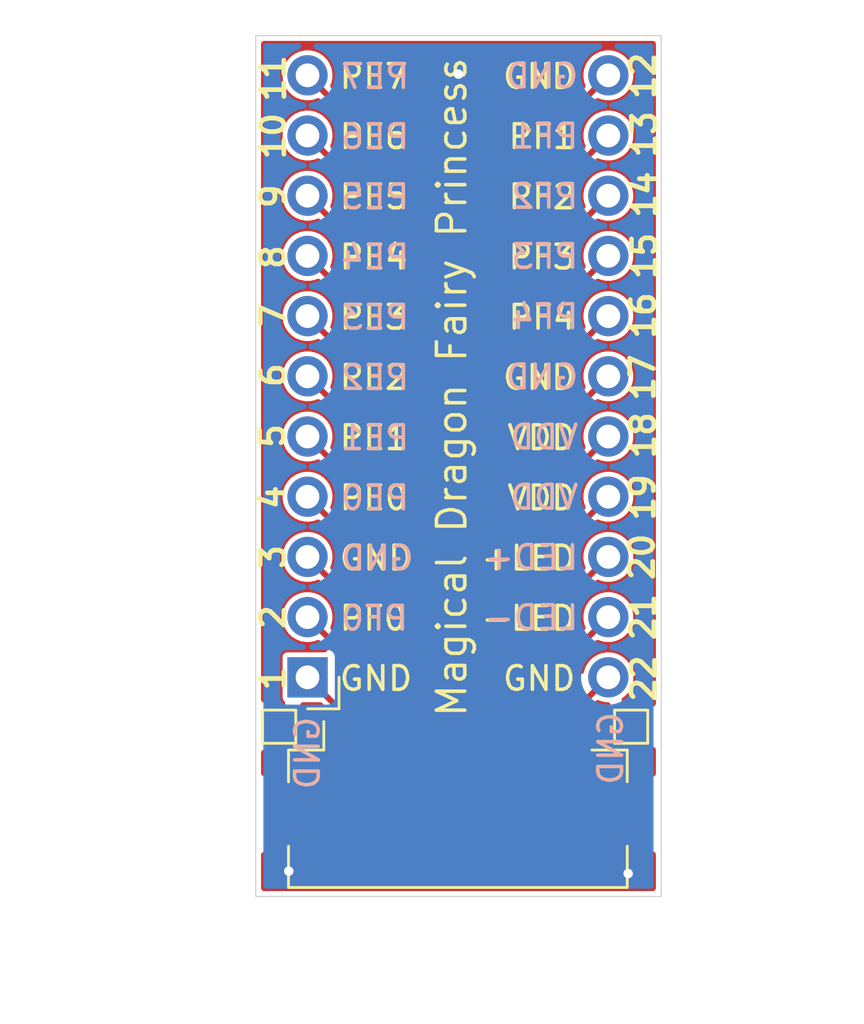
<source format=kicad_pcb>
(kicad_pcb (version 20171130) (host pcbnew "(5.1.7)-1")

  (general
    (thickness 1.6)
    (drawings 71)
    (tracks 67)
    (zones 0)
    (modules 6)
    (nets 24)
  )

  (page A4)
  (layers
    (0 F.Cu signal)
    (31 B.Cu signal)
    (32 B.Adhes user)
    (33 F.Adhes user)
    (34 B.Paste user)
    (35 F.Paste user)
    (36 B.SilkS user)
    (37 F.SilkS user)
    (38 B.Mask user)
    (39 F.Mask user)
    (40 Dwgs.User user)
    (41 Cmts.User user)
    (42 Eco1.User user)
    (43 Eco2.User user)
    (44 Edge.Cuts user)
    (45 Margin user)
    (46 B.CrtYd user)
    (47 F.CrtYd user)
    (48 B.Fab user)
    (49 F.Fab user)
  )

  (setup
    (last_trace_width 0.25)
    (trace_clearance 0.2)
    (zone_clearance 0.2)
    (zone_45_only no)
    (trace_min 0.2)
    (via_size 0.8)
    (via_drill 0.4)
    (via_min_size 0.4)
    (via_min_drill 0.3)
    (uvia_size 0.3)
    (uvia_drill 0.1)
    (uvias_allowed no)
    (uvia_min_size 0.2)
    (uvia_min_drill 0.1)
    (edge_width 0.05)
    (segment_width 0.2)
    (pcb_text_width 0.3)
    (pcb_text_size 1.5 1.5)
    (mod_edge_width 0.12)
    (mod_text_size 1 1)
    (mod_text_width 0.15)
    (pad_size 1 1)
    (pad_drill 0)
    (pad_to_mask_clearance 0)
    (aux_axis_origin 0 0)
    (visible_elements 7FFFFFFF)
    (pcbplotparams
      (layerselection 0x010fc_ffffffff)
      (usegerberextensions false)
      (usegerberattributes true)
      (usegerberadvancedattributes true)
      (creategerberjobfile true)
      (excludeedgelayer true)
      (linewidth 0.100000)
      (plotframeref false)
      (viasonmask false)
      (mode 1)
      (useauxorigin false)
      (hpglpennumber 1)
      (hpglpenspeed 20)
      (hpglpendiameter 15.000000)
      (psnegative false)
      (psa4output false)
      (plotreference true)
      (plotvalue true)
      (plotinvisibletext false)
      (padsonsilk false)
      (subtractmaskfromsilk false)
      (outputformat 1)
      (mirror false)
      (drillshape 0)
      (scaleselection 1)
      (outputdirectory "gerbers/"))
  )

  (net 0 "")
  (net 1 "Net-(J1-Pad22)")
  (net 2 "Net-(J1-Pad21)")
  (net 3 "Net-(J1-Pad20)")
  (net 4 "Net-(J1-Pad19)")
  (net 5 "Net-(J1-Pad18)")
  (net 6 "Net-(J1-Pad17)")
  (net 7 "Net-(J1-Pad16)")
  (net 8 "Net-(J1-Pad15)")
  (net 9 "Net-(J1-Pad14)")
  (net 10 "Net-(J1-Pad13)")
  (net 11 "Net-(J1-Pad12)")
  (net 12 "Net-(J1-Pad11)")
  (net 13 "Net-(J1-Pad10)")
  (net 14 "Net-(J1-Pad9)")
  (net 15 "Net-(J1-Pad8)")
  (net 16 "Net-(J1-Pad7)")
  (net 17 "Net-(J1-Pad6)")
  (net 18 "Net-(J1-Pad5)")
  (net 19 "Net-(J1-Pad4)")
  (net 20 "Net-(J1-Pad3)")
  (net 21 "Net-(J1-Pad2)")
  (net 22 "Net-(J1-Pad1)")
  (net 23 GND)

  (net_class Default "This is the default net class."
    (clearance 0.2)
    (trace_width 0.25)
    (via_dia 0.8)
    (via_drill 0.4)
    (uvia_dia 0.3)
    (uvia_drill 0.1)
    (add_net GND)
    (add_net "Net-(J1-Pad1)")
    (add_net "Net-(J1-Pad10)")
    (add_net "Net-(J1-Pad11)")
    (add_net "Net-(J1-Pad12)")
    (add_net "Net-(J1-Pad13)")
    (add_net "Net-(J1-Pad14)")
    (add_net "Net-(J1-Pad15)")
    (add_net "Net-(J1-Pad16)")
    (add_net "Net-(J1-Pad17)")
    (add_net "Net-(J1-Pad18)")
    (add_net "Net-(J1-Pad19)")
    (add_net "Net-(J1-Pad2)")
    (add_net "Net-(J1-Pad20)")
    (add_net "Net-(J1-Pad21)")
    (add_net "Net-(J1-Pad22)")
    (add_net "Net-(J1-Pad3)")
    (add_net "Net-(J1-Pad4)")
    (add_net "Net-(J1-Pad5)")
    (add_net "Net-(J1-Pad6)")
    (add_net "Net-(J1-Pad7)")
    (add_net "Net-(J1-Pad8)")
    (add_net "Net-(J1-Pad9)")
  )

  (module TestPoint:TestPoint_Pad_1.0x1.0mm (layer F.Cu) (tedit 60284122) (tstamp 60284DEF)
    (at 133.1214 107.696)
    (descr "SMD rectangular pad as test Point, square 1.0mm side length")
    (tags "test point SMD pad rectangle square")
    (attr virtual)
    (fp_text reference REF** (at 6.3246 -2.4384) (layer F.SilkS) hide
      (effects (font (size 1 1) (thickness 0.15)))
    )
    (fp_text value TestPoint_Pad_1.0x1.0mm (at 0 1.55) (layer F.Fab)
      (effects (font (size 1 1) (thickness 0.15)))
    )
    (fp_line (start 1 1) (end -1 1) (layer F.CrtYd) (width 0.05))
    (fp_line (start 1 1) (end 1 -1) (layer F.CrtYd) (width 0.05))
    (fp_line (start -1 -1) (end -1 1) (layer F.CrtYd) (width 0.05))
    (fp_line (start -1 -1) (end 1 -1) (layer F.CrtYd) (width 0.05))
    (fp_line (start -0.7 0.7) (end -0.7 -0.7) (layer F.SilkS) (width 0.12))
    (fp_line (start 0.7 0.7) (end -0.7 0.7) (layer F.SilkS) (width 0.12))
    (fp_line (start 0.7 -0.7) (end 0.7 0.7) (layer F.SilkS) (width 0.12))
    (fp_line (start -0.7 -0.7) (end 0.7 -0.7) (layer F.SilkS) (width 0.12))
    (fp_text user %R (at 0 -1.45) (layer F.Fab)
      (effects (font (size 1 1) (thickness 0.15)))
    )
    (pad 1 smd rect (at 0 0) (size 1 1) (layers F.Cu F.Mask)
      (net 23 GND))
  )

  (module TestPoint:TestPoint_Pad_1.0x1.0mm (layer F.Cu) (tedit 60284122) (tstamp 60284C80)
    (at 147.9804 107.696)
    (descr "SMD rectangular pad as test Point, square 1.0mm side length")
    (tags "test point SMD pad rectangle square")
    (attr virtual)
    (fp_text reference REF** (at 6.3246 -2.4384) (layer F.SilkS) hide
      (effects (font (size 1 1) (thickness 0.15)))
    )
    (fp_text value TestPoint_Pad_1.0x1.0mm (at 0 1.55) (layer F.Fab)
      (effects (font (size 1 1) (thickness 0.15)))
    )
    (fp_text user %R (at 0 -1.45) (layer F.Fab)
      (effects (font (size 1 1) (thickness 0.15)))
    )
    (fp_line (start -0.7 -0.7) (end 0.7 -0.7) (layer F.SilkS) (width 0.12))
    (fp_line (start 0.7 -0.7) (end 0.7 0.7) (layer F.SilkS) (width 0.12))
    (fp_line (start 0.7 0.7) (end -0.7 0.7) (layer F.SilkS) (width 0.12))
    (fp_line (start -0.7 0.7) (end -0.7 -0.7) (layer F.SilkS) (width 0.12))
    (fp_line (start -1 -1) (end 1 -1) (layer F.CrtYd) (width 0.05))
    (fp_line (start -1 -1) (end -1 1) (layer F.CrtYd) (width 0.05))
    (fp_line (start 1 1) (end 1 -1) (layer F.CrtYd) (width 0.05))
    (fp_line (start 1 1) (end -1 1) (layer F.CrtYd) (width 0.05))
    (pad 1 smd rect (at 0 0) (size 1 1) (layers F.Cu F.Mask)
      (net 23 GND))
  )

  (module breakout_longlcd:draak2 (layer B.Cu) (tedit 0) (tstamp 601FBEB9)
    (at 140.8176 108.9152 180)
    (fp_text reference G*** (at 0 0) (layer B.SilkS) hide
      (effects (font (size 1.524 1.524) (thickness 0.3)) (justify mirror))
    )
    (fp_text value LOGO (at 0.75 0) (layer B.SilkS) hide
      (effects (font (size 1.524 1.524) (thickness 0.3)) (justify mirror))
    )
    (fp_poly (pts (xy 0.85725 2.016125) (xy 0.841375 2.00025) (xy 0.8255 2.016125) (xy 0.841375 2.032)
      (xy 0.85725 2.016125)) (layer B.Mask) (width 0.01))
    (fp_poly (pts (xy 0.526003 3.377523) (xy 0.591077 3.325716) (xy 0.675008 3.252891) (xy 0.677959 3.250239)
      (xy 0.866215 3.093952) (xy 1.059123 2.95711) (xy 1.241108 2.849954) (xy 1.381125 2.787901)
      (xy 1.539875 2.732574) (xy 1.213441 2.731537) (xy 1.063818 2.732373) (xy 0.965899 2.737257)
      (xy 0.907926 2.74804) (xy 0.87814 2.766576) (xy 0.867441 2.786063) (xy 0.8116 2.927594)
      (xy 0.748009 3.045008) (xy 0.660142 3.167157) (xy 0.621968 3.214688) (xy 0.553274 3.301861)
      (xy 0.507287 3.36639) (xy 0.492339 3.396422) (xy 0.493653 3.39725) (xy 0.526003 3.377523)) (layer B.Mask) (width 0.01))
    (fp_poly (pts (xy -2.963539 -1.448312) (xy -2.968625 -1.4605) (xy -3.010685 -1.491064) (xy -3.019998 -1.49225)
      (xy -3.037212 -1.472687) (xy -3.032125 -1.4605) (xy -2.990066 -1.429935) (xy -2.980753 -1.42875)
      (xy -2.963539 -1.448312)) (layer B.Mask) (width 0.01))
    (fp_poly (pts (xy -0.66675 -1.476375) (xy -0.682625 -1.49225) (xy -0.6985 -1.476375) (xy -0.682625 -1.4605)
      (xy -0.66675 -1.476375)) (layer B.Mask) (width 0.01))
    (fp_poly (pts (xy -2.794 -2.111375) (xy -2.809875 -2.12725) (xy -2.82575 -2.111375) (xy -2.809875 -2.0955)
      (xy -2.794 -2.111375)) (layer B.Mask) (width 0.01))
    (fp_poly (pts (xy -2.7305 -2.143125) (xy -2.746375 -2.159) (xy -2.76225 -2.143125) (xy -2.746375 -2.12725)
      (xy -2.7305 -2.143125)) (layer B.Mask) (width 0.01))
    (fp_poly (pts (xy -2.794 -2.492375) (xy -2.809875 -2.50825) (xy -2.82575 -2.492375) (xy -2.809875 -2.4765)
      (xy -2.794 -2.492375)) (layer B.Mask) (width 0.01))
    (fp_poly (pts (xy -2.794044 -2.689539) (xy -2.73902 -2.710649) (xy -2.739725 -2.726429) (xy -2.776252 -2.7305)
      (xy -2.829051 -2.713062) (xy -2.839796 -2.70171) (xy -2.829636 -2.685485) (xy -2.794044 -2.689539)) (layer B.Mask) (width 0.01))
    (fp_poly (pts (xy -2.794044 -2.975289) (xy -2.73902 -2.996399) (xy -2.739725 -3.012179) (xy -2.776252 -3.01625)
      (xy -2.829051 -2.998812) (xy -2.839796 -2.98746) (xy -2.829636 -2.971235) (xy -2.794044 -2.975289)) (layer B.Mask) (width 0.01))
    (fp_poly (pts (xy 2.3495 -3.984625) (xy 2.333625 -4.0005) (xy 2.31775 -3.984625) (xy 2.333625 -3.96875)
      (xy 2.3495 -3.984625)) (layer B.Mask) (width 0.01))
    (fp_poly (pts (xy 1.27 1.031875) (xy 1.254125 1.016) (xy 1.23825 1.031875) (xy 1.254125 1.04775)
      (xy 1.27 1.031875)) (layer B.Mask) (width 0.01))
    (fp_poly (pts (xy 1.30175 0.968375) (xy 1.285875 0.9525) (xy 1.27 0.968375) (xy 1.285875 0.98425)
      (xy 1.30175 0.968375)) (layer B.Mask) (width 0.01))
    (fp_poly (pts (xy 1.257672 0.912386) (xy 1.30175 0.889) (xy 1.331503 0.864343) (xy 1.302906 0.857844)
      (xy 1.295686 0.857737) (xy 1.238278 0.873915) (xy 1.222375 0.889) (xy 1.219812 0.917048)
      (xy 1.257672 0.912386)) (layer B.Mask) (width 0.01))
    (fp_poly (pts (xy 1.256224 0.726192) (xy 1.267999 0.716186) (xy 1.328088 0.682031) (xy 1.368154 0.684421)
      (xy 1.391937 0.690151) (xy 1.384156 0.671656) (xy 1.332391 0.637172) (xy 1.266569 0.65495)
      (xy 1.2446 0.6731) (xy 1.208529 0.723337) (xy 1.214859 0.745554) (xy 1.256224 0.726192)) (layer B.Mask) (width 0.01))
    (fp_poly (pts (xy 1.222146 0.309732) (xy 1.254125 0.286797) (xy 1.307649 0.247796) (xy 1.330854 0.231235)
      (xy 1.320418 0.222681) (xy 1.310929 0.22225) (xy 1.266689 0.244744) (xy 1.2342 0.277813)
      (xy 1.207145 0.314947) (xy 1.222146 0.309732)) (layer B.Mask) (width 0.01))
    (fp_poly (pts (xy 0.846666 -0.137583) (xy 0.850466 -0.175263) (xy 0.846666 -0.179916) (xy 0.827791 -0.175558)
      (xy 0.8255 -0.15875) (xy 0.837116 -0.132616) (xy 0.846666 -0.137583)) (layer B.Mask) (width 0.01))
    (fp_poly (pts (xy 0.987947 -0.238606) (xy 1.011579 -0.256733) (xy 1.055763 -0.300869) (xy 1.044403 -0.317309)
      (xy 1.03928 -0.3175) (xy 0.980658 -0.294947) (xy 0.951863 -0.269107) (xy 0.921908 -0.221072)
      (xy 0.936571 -0.210358) (xy 0.987947 -0.238606)) (layer B.Mask) (width 0.01))
    (fp_poly (pts (xy 0.849454 -0.482002) (xy 0.865187 -0.494803) (xy 0.920562 -0.540548) (xy 0.949854 -0.563224)
      (xy 0.939075 -0.57103) (xy 0.928309 -0.5715) (xy 0.879789 -0.551022) (xy 0.843642 -0.521607)
      (xy 0.798928 -0.468362) (xy 0.802418 -0.453229) (xy 0.849454 -0.482002)) (layer B.Mask) (width 0.01))
    (fp_poly (pts (xy 0.85725 -0.936625) (xy 0.841375 -0.9525) (xy 0.8255 -0.936625) (xy 0.841375 -0.92075)
      (xy 0.85725 -0.936625)) (layer B.Mask) (width 0.01))
    (fp_poly (pts (xy 0.92075 -0.968375) (xy 0.904875 -0.98425) (xy 0.889 -0.968375) (xy 0.904875 -0.9525)
      (xy 0.92075 -0.968375)) (layer B.Mask) (width 0.01))
    (fp_poly (pts (xy 0.910166 -1.598083) (xy 0.913966 -1.635763) (xy 0.910166 -1.640416) (xy 0.891291 -1.636058)
      (xy 0.889 -1.61925) (xy 0.900616 -1.593116) (xy 0.910166 -1.598083)) (layer B.Mask) (width 0.01))
    (fp_poly (pts (xy -0.14216 -2.962629) (xy -0.119467 -2.980114) (xy -0.054331 -3.007196) (xy -0.014631 -3.00429)
      (xy 0.01848 -3.001853) (xy 0.01565 -3.016613) (xy -0.032863 -3.046611) (xy -0.0955 -3.026594)
      (xy -0.13105 -2.992437) (xy -0.1585 -2.954838) (xy -0.14216 -2.962629)) (layer B.Mask) (width 0.01))
    (fp_poly (pts (xy -0.246063 -3.231195) (xy -0.18172 -3.264587) (xy -0.142875 -3.275708) (xy -0.102179 -3.28845)
      (xy -0.121168 -3.304399) (xy -0.128918 -3.307569) (xy -0.197043 -3.309831) (xy -0.232106 -3.297115)
      (xy -0.277058 -3.256429) (xy -0.28575 -3.233034) (xy -0.270401 -3.216011) (xy -0.246063 -3.231195)) (layer B.Mask) (width 0.01))
    (fp_poly (pts (xy 2.243527 4.897438) (xy 2.24772 4.832435) (xy 2.243527 4.818063) (xy 2.231938 4.814074)
      (xy 2.227513 4.85775) (xy 2.232502 4.902824) (xy 2.243527 4.897438)) (layer B.Mask) (width 0.01))
    (fp_poly (pts (xy 0.6985 4.778375) (xy 0.682625 4.7625) (xy 0.66675 4.778375) (xy 0.682625 4.79425)
      (xy 0.6985 4.778375)) (layer B.Mask) (width 0.01))
    (fp_poly (pts (xy 0.715182 4.720787) (xy 0.738187 4.70305) (xy 0.787548 4.656708) (xy 0.787333 4.636022)
      (xy 0.781762 4.6355) (xy 0.755259 4.657198) (xy 0.7262 4.691063) (xy 0.698741 4.728671)
      (xy 0.715182 4.720787)) (layer B.Mask) (width 0.01))
    (fp_poly (pts (xy 2.275277 4.675188) (xy 2.27947 4.610185) (xy 2.275277 4.595813) (xy 2.263688 4.591824)
      (xy 2.259263 4.6355) (xy 2.264252 4.680574) (xy 2.275277 4.675188)) (layer B.Mask) (width 0.01))
    (fp_poly (pts (xy 3.07975 3.667125) (xy 3.063875 3.65125) (xy 3.048 3.667125) (xy 3.063875 3.683)
      (xy 3.07975 3.667125)) (layer B.Mask) (width 0.01))
    (fp_poly (pts (xy 2.6035 3.508375) (xy 2.587625 3.4925) (xy 2.57175 3.508375) (xy 2.587625 3.52425)
      (xy 2.6035 3.508375)) (layer B.Mask) (width 0.01))
    (fp_poly (pts (xy 3.101438 3.530204) (xy 3.105223 3.480582) (xy 3.098932 3.469349) (xy 3.084501 3.478819)
      (xy 3.082256 3.511021) (xy 3.09001 3.5449) (xy 3.101438 3.530204)) (layer B.Mask) (width 0.01))
    (fp_poly (pts (xy 3.14325 3.413125) (xy 3.127375 3.39725) (xy 3.1115 3.413125) (xy 3.127375 3.429)
      (xy 3.14325 3.413125)) (layer B.Mask) (width 0.01))
    (fp_poly (pts (xy 2.757344 3.447907) (xy 2.791429 3.415938) (xy 2.784437 3.39756) (xy 2.779998 3.39725)
      (xy 2.753144 3.419802) (xy 2.743343 3.433906) (xy 2.7396 3.455633) (xy 2.757344 3.447907)) (layer B.Mask) (width 0.01))
    (fp_poly (pts (xy 3.233594 3.416157) (xy 3.267411 3.386643) (xy 3.27025 3.379502) (xy 3.255182 3.366452)
      (xy 3.223811 3.395693) (xy 3.219593 3.402156) (xy 3.21585 3.423883) (xy 3.233594 3.416157)) (layer B.Mask) (width 0.01))
    (fp_poly (pts (xy 2.464699 3.44532) (xy 2.518819 3.411705) (xy 2.571775 3.372939) (xy 2.604106 3.342972)
      (xy 2.6035 3.334666) (xy 2.569091 3.350177) (xy 2.505034 3.388962) (xy 2.492375 3.39725)
      (xy 2.438764 3.437555) (xy 2.424632 3.458826) (xy 2.428875 3.459835) (xy 2.464699 3.44532)) (layer B.Mask) (width 0.01))
    (fp_poly (pts (xy 3.007019 3.798065) (xy 3.019648 3.754293) (xy 3.022011 3.675102) (xy 3.020979 3.657002)
      (xy 3.0243 3.551113) (xy 3.044004 3.455574) (xy 3.045729 3.450846) (xy 3.063314 3.384139)
      (xy 3.045449 3.351606) (xy 3.031769 3.345096) (xy 2.989755 3.309472) (xy 2.98429 3.290666)
      (xy 2.967848 3.24097) (xy 2.928234 3.169725) (xy 2.925067 3.16487) (xy 2.884528 3.107805)
      (xy 2.863831 3.100547) (xy 2.849445 3.138881) (xy 2.848854 3.141132) (xy 2.855995 3.210027)
      (xy 2.883604 3.235972) (xy 2.917282 3.262257) (xy 2.906828 3.294956) (xy 2.879951 3.326484)
      (xy 2.850664 3.364414) (xy 2.843436 3.402979) (xy 2.860205 3.460846) (xy 2.902909 3.556683)
      (xy 2.904114 3.559274) (xy 2.947296 3.659122) (xy 2.976388 3.739943) (xy 2.984189 3.775605)
      (xy 2.996176 3.803318) (xy 3.007019 3.798065)) (layer B.Mask) (width 0.01))
    (fp_poly (pts (xy 3.269124 3.202701) (xy 3.253664 3.143661) (xy 3.224928 3.08135) (xy 3.198149 3.010455)
      (xy 3.197358 2.963178) (xy 3.196654 2.905083) (xy 3.170911 2.830075) (xy 3.132085 2.763556)
      (xy 3.092128 2.730932) (xy 3.087874 2.7305) (xy 3.058884 2.758789) (xy 3.048 2.829638)
      (xy 3.052309 2.894336) (xy 3.070752 2.906159) (xy 3.095625 2.88925) (xy 3.134217 2.864359)
      (xy 3.14325 2.866891) (xy 3.153313 2.907662) (xy 3.164637 2.939791) (xy 3.170285 2.979497)
      (xy 3.132887 2.975134) (xy 3.09147 2.964624) (xy 3.084258 2.985035) (xy 3.110474 3.046621)
      (xy 3.125281 3.075702) (xy 3.173339 3.15311) (xy 3.22086 3.206351) (xy 3.256528 3.225435)
      (xy 3.269124 3.202701)) (layer B.Mask) (width 0.01))
    (fp_poly (pts (xy 2.578564 3.043444) (xy 2.623213 3.002003) (xy 2.679147 2.920272) (xy 2.688876 2.905125)
      (xy 2.75254 2.809129) (xy 2.809327 2.72898) (xy 2.837044 2.693748) (xy 2.865639 2.651673)
      (xy 2.843015 2.631148) (xy 2.82317 2.625376) (xy 2.779481 2.628043) (xy 2.747262 2.672314)
      (xy 2.725717 2.733943) (xy 2.689209 2.830235) (xy 2.652097 2.889092) (xy 2.621564 2.904041)
      (xy 2.604791 2.868609) (xy 2.6035 2.84407) (xy 2.576621 2.752285) (xy 2.509522 2.668559)
      (xy 2.42251 2.613782) (xy 2.36964 2.6035) (xy 2.287801 2.631423) (xy 2.209447 2.701187)
      (xy 2.156376 2.757854) (xy 2.131524 2.765097) (xy 2.12725 2.743374) (xy 2.147592 2.677119)
      (xy 2.179795 2.629813) (xy 2.217262 2.583261) (xy 2.209506 2.578075) (xy 2.159167 2.613891)
      (xy 2.131419 2.63651) (xy 2.081158 2.688198) (xy 2.07606 2.73951) (xy 2.094039 2.790473)
      (xy 2.141882 2.865854) (xy 2.231343 2.865854) (xy 2.234242 2.801734) (xy 2.238199 2.794285)
      (xy 2.287514 2.763952) (xy 2.350272 2.780956) (xy 2.37791 2.805851) (xy 2.399522 2.86963)
      (xy 2.391364 2.88925) (xy 2.44475 2.88925) (xy 2.46891 2.858423) (xy 2.4765 2.8575)
      (xy 2.507327 2.881661) (xy 2.50825 2.88925) (xy 2.484089 2.920078) (xy 2.4765 2.921)
      (xy 2.445672 2.89684) (xy 2.44475 2.88925) (xy 2.391364 2.88925) (xy 2.375497 2.927405)
      (xy 2.316886 2.95275) (xy 2.316492 2.95275) (xy 2.263645 2.926082) (xy 2.231343 2.865854)
      (xy 2.141882 2.865854) (xy 2.181625 2.928472) (xy 2.306438 3.018308) (xy 2.444459 3.053067)
      (xy 2.525534 3.056498) (xy 2.578564 3.043444)) (layer B.Mask) (width 0.01))
    (fp_poly (pts (xy 3.099999 2.615538) (xy 3.094388 2.6015) (xy 3.097579 2.55552) (xy 3.129185 2.50625)
      (xy 3.16487 2.461181) (xy 3.168966 2.44475) (xy 3.138036 2.465512) (xy 3.100545 2.502813)
      (xy 3.057238 2.568272) (xy 3.05181 2.617839) (xy 3.081623 2.63525) (xy 3.099999 2.615538)) (layer B.Mask) (width 0.01))
    (fp_poly (pts (xy 3.266377 2.687353) (xy 3.283336 2.670082) (xy 3.317825 2.623387) (xy 3.318218 2.578531)
      (xy 3.287617 2.511137) (xy 3.244553 2.438751) (xy 3.21543 2.411009) (xy 3.20675 2.427382)
      (xy 3.218506 2.463742) (xy 3.243167 2.521691) (xy 3.26341 2.594116) (xy 3.24036 2.648855)
      (xy 3.238643 2.650953) (xy 3.209432 2.70095) (xy 3.22299 2.714929) (xy 3.266377 2.687353)) (layer B.Mask) (width 0.01))
    (fp_poly (pts (xy 3.302 2.397125) (xy 3.286125 2.38125) (xy 3.27025 2.397125) (xy 3.286125 2.413)
      (xy 3.302 2.397125)) (layer B.Mask) (width 0.01))
    (fp_poly (pts (xy 3.386666 2.370667) (xy 3.382308 2.351792) (xy 3.3655 2.3495) (xy 3.339366 2.361117)
      (xy 3.344333 2.370667) (xy 3.382013 2.374467) (xy 3.386666 2.370667)) (layer B.Mask) (width 0.01))
    (fp_poly (pts (xy 3.870035 2.462766) (xy 3.903881 2.428708) (xy 3.938676 2.37761) (xy 3.960209 2.332999)
      (xy 3.957643 2.31775) (xy 3.932931 2.341311) (xy 3.891545 2.398281) (xy 3.889733 2.401035)
      (xy 3.862227 2.451206) (xy 3.866592 2.464606) (xy 3.870035 2.462766)) (layer B.Mask) (width 0.01))
    (fp_poly (pts (xy 3.546624 2.336129) (xy 3.571875 2.31775) (xy 3.573822 2.290818) (xy 3.524096 2.299112)
      (xy 3.476625 2.31775) (xy 3.433069 2.33882) (xy 3.44991 2.345863) (xy 3.482688 2.347269)
      (xy 3.546624 2.336129)) (layer B.Mask) (width 0.01))
    (fp_poly (pts (xy 3.800143 2.489262) (xy 3.796209 2.479873) (xy 3.796125 2.434778) (xy 3.817937 2.35864)
      (xy 3.826085 2.338018) (xy 3.861624 2.247752) (xy 3.868648 2.207385) (xy 3.845403 2.209235)
      (xy 3.802935 2.236575) (xy 3.732628 2.275827) (xy 3.682278 2.287191) (xy 3.665179 2.270469)
      (xy 3.683 2.238375) (xy 3.708442 2.199744) (xy 3.70665 2.19075) (xy 3.676067 2.212043)
      (xy 3.648699 2.241448) (xy 3.623639 2.286098) (xy 3.650553 2.316617) (xy 3.657143 2.320418)
      (xy 3.70348 2.371464) (xy 3.727686 2.42847) (xy 3.753825 2.488143) (xy 3.780728 2.50825)
      (xy 3.800143 2.489262)) (layer B.Mask) (width 0.01))
    (fp_poly (pts (xy 3.989777 2.262188) (xy 3.99397 2.197185) (xy 3.989777 2.182813) (xy 3.978188 2.178824)
      (xy 3.973763 2.2225) (xy 3.978752 2.267574) (xy 3.989777 2.262188)) (layer B.Mask) (width 0.01))
    (fp_poly (pts (xy 3.7465 2.143125) (xy 3.730625 2.12725) (xy 3.71475 2.143125) (xy 3.730625 2.159)
      (xy 3.7465 2.143125)) (layer B.Mask) (width 0.01))
    (fp_poly (pts (xy 3.767666 2.084917) (xy 3.771466 2.047237) (xy 3.767666 2.042584) (xy 3.748791 2.046942)
      (xy 3.7465 2.06375) (xy 3.758116 2.089884) (xy 3.767666 2.084917)) (layer B.Mask) (width 0.01))
    (fp_poly (pts (xy 3.931084 2.128324) (xy 3.95663 2.084756) (xy 3.986514 2.019319) (xy 3.992974 1.982393)
      (xy 3.992267 1.981434) (xy 3.971574 1.996622) (xy 3.942157 2.049235) (xy 3.912275 2.124016)
      (xy 3.909252 2.15202) (xy 3.931084 2.128324)) (layer B.Mask) (width 0.01))
    (fp_poly (pts (xy 3.058454 2.426182) (xy 3.135707 2.380737) (xy 3.21252 2.323808) (xy 3.254449 2.283985)
      (xy 3.286933 2.244799) (xy 3.282808 2.238755) (xy 3.235943 2.267082) (xy 3.191442 2.296609)
      (xy 3.112344 2.346416) (xy 3.054972 2.376838) (xy 3.040629 2.38125) (xy 3.013418 2.36226)
      (xy 3.027445 2.313633) (xy 3.076457 2.247889) (xy 3.134609 2.193062) (xy 3.201146 2.132512)
      (xy 3.216357 2.101615) (xy 3.197085 2.0955) (xy 3.140046 2.069385) (xy 3.118414 2.037844)
      (xy 3.099997 2.005075) (xy 3.068277 1.995863) (xy 3.005309 2.009143) (xy 2.944812 2.027543)
      (xy 2.858211 2.059427) (xy 2.80367 2.088529) (xy 2.794 2.100598) (xy 2.809183 2.139298)
      (xy 2.847299 2.209666) (xy 2.897201 2.29349) (xy 2.947738 2.372556) (xy 2.987761 2.428651)
      (xy 3.004675 2.44475) (xy 3.058454 2.426182)) (layer B.Mask) (width 0.01))
    (fp_poly (pts (xy 3.799416 1.989667) (xy 3.803216 1.951987) (xy 3.799416 1.947334) (xy 3.780541 1.951692)
      (xy 3.77825 1.9685) (xy 3.789866 1.994634) (xy 3.799416 1.989667)) (layer B.Mask) (width 0.01))
    (fp_poly (pts (xy 4.021666 1.926167) (xy 4.025466 1.888487) (xy 4.021666 1.883834) (xy 4.002791 1.888192)
      (xy 4.0005 1.905) (xy 4.012116 1.931134) (xy 4.021666 1.926167)) (layer B.Mask) (width 0.01))
    (fp_poly (pts (xy 3.831166 1.894417) (xy 3.834966 1.856737) (xy 3.831166 1.852084) (xy 3.812291 1.856442)
      (xy 3.81 1.87325) (xy 3.821616 1.899384) (xy 3.831166 1.894417)) (layer B.Mask) (width 0.01))
    (fp_poly (pts (xy 4.03225 1.762125) (xy 4.016375 1.74625) (xy 4.0005 1.762125) (xy 4.016375 1.778)
      (xy 4.03225 1.762125)) (layer B.Mask) (width 0.01))
    (fp_poly (pts (xy 2.402416 0.941917) (xy 2.398058 0.923042) (xy 2.38125 0.92075) (xy 2.355116 0.932367)
      (xy 2.360083 0.941917) (xy 2.397763 0.945717) (xy 2.402416 0.941917)) (layer B.Mask) (width 0.01))
    (fp_poly (pts (xy 2.088131 0.911687) (xy 2.105668 0.905071) (xy 2.067891 0.900452) (xy 1.984375 0.898839)
      (xy 1.902895 0.900747) (xy 1.871509 0.905443) (xy 1.896871 0.911916) (xy 1.897631 0.912011)
      (xy 2.001172 0.917196) (xy 2.088131 0.911687)) (layer B.Mask) (width 0.01))
    (fp_poly (pts (xy 2.815166 0.656167) (xy 2.818966 0.618487) (xy 2.815166 0.613834) (xy 2.796291 0.618192)
      (xy 2.794 0.635) (xy 2.805616 0.661134) (xy 2.815166 0.656167)) (layer B.Mask) (width 0.01))
    (fp_poly (pts (xy 2.847894 0.268149) (xy 2.848717 0.261938) (xy 2.853972 0.150606) (xy 2.848717 0.055563)
      (xy 2.842492 0.0316) (xy 2.837938 0.064015) (xy 2.835938 0.145691) (xy 2.835912 0.15875)
      (xy 2.837538 0.245978) (xy 2.841826 0.284816) (xy 2.847894 0.268149)) (layer B.Mask) (width 0.01))
    (fp_poly (pts (xy 2.8575 -0.746125) (xy 2.841625 -0.762) (xy 2.82575 -0.746125) (xy 2.841625 -0.73025)
      (xy 2.8575 -0.746125)) (layer B.Mask) (width 0.01))
    (fp_poly (pts (xy 2.69875 -0.809625) (xy 2.682875 -0.8255) (xy 2.667 -0.809625) (xy 2.682875 -0.79375)
      (xy 2.69875 -0.809625)) (layer B.Mask) (width 0.01))
    (fp_poly (pts (xy 2.624666 -0.836083) (xy 2.620308 -0.854958) (xy 2.6035 -0.85725) (xy 2.577366 -0.845633)
      (xy 2.582333 -0.836083) (xy 2.620013 -0.832283) (xy 2.624666 -0.836083)) (layer B.Mask) (width 0.01))
    (fp_poly (pts (xy 2.531401 -0.869817) (xy 2.521931 -0.884248) (xy 2.489729 -0.886493) (xy 2.45585 -0.878739)
      (xy 2.470546 -0.867311) (xy 2.520168 -0.863526) (xy 2.531401 -0.869817)) (layer B.Mask) (width 0.01))
    (fp_poly (pts (xy 2.389791 -0.899924) (xy 2.390847 -0.910347) (xy 2.341143 -0.914603) (xy 2.333625 -0.91456)
      (xy 2.284382 -0.909982) (xy 2.289082 -0.900318) (xy 2.294541 -0.898747) (xy 2.363703 -0.894099)
      (xy 2.389791 -0.899924)) (layer B.Mask) (width 0.01))
    (fp_poly (pts (xy 2.183182 -0.930685) (xy 2.190604 -0.939267) (xy 2.145009 -0.944083) (xy 2.111375 -0.944493)
      (xy 2.049888 -0.941367) (xy 2.04056 -0.934196) (xy 2.056182 -0.930044) (xy 2.138911 -0.924932)
      (xy 2.183182 -0.930685)) (layer B.Mask) (width 0.01))
    (fp_poly (pts (xy 1.674812 -0.930613) (xy 1.684693 -0.939816) (xy 1.640791 -0.944826) (xy 1.61925 -0.945133)
      (xy 1.561486 -0.941823) (xy 1.554679 -0.933582) (xy 1.563687 -0.930613) (xy 1.644212 -0.925676)
      (xy 1.674812 -0.930613)) (layer B.Mask) (width 0.01))
    (fp_poly (pts (xy 2.848533 -0.897374) (xy 2.853756 -0.991271) (xy 2.848099 -1.056124) (xy 2.840663 -1.0689)
      (xy 2.83587 -1.027301) (xy 2.83483 -0.968375) (xy 2.837206 -0.896336) (xy 2.842896 -0.875265)
      (xy 2.848533 -0.897374)) (layer B.Mask) (width 0.01))
    (fp_poly (pts (xy 2.815886 -1.246187) (xy 2.820823 -1.326712) (xy 2.815886 -1.357312) (xy 2.806683 -1.367193)
      (xy 2.801673 -1.323291) (xy 2.801366 -1.30175) (xy 2.804676 -1.243986) (xy 2.812917 -1.237179)
      (xy 2.815886 -1.246187)) (layer B.Mask) (width 0.01))
    (fp_poly (pts (xy 2.413 -2.460625) (xy 2.397125 -2.4765) (xy 2.38125 -2.460625) (xy 2.397125 -2.44475)
      (xy 2.413 -2.460625)) (layer B.Mask) (width 0.01))
    (fp_poly (pts (xy 2.3495 -2.492375) (xy 2.333625 -2.50825) (xy 2.31775 -2.492375) (xy 2.333625 -2.4765)
      (xy 2.3495 -2.492375)) (layer B.Mask) (width 0.01))
    (fp_poly (pts (xy 2.25425 -2.524125) (xy 2.238375 -2.54) (xy 2.2225 -2.524125) (xy 2.238375 -2.50825)
      (xy 2.25425 -2.524125)) (layer B.Mask) (width 0.01))
    (fp_poly (pts (xy 2.159 -2.555875) (xy 2.143125 -2.57175) (xy 2.12725 -2.555875) (xy 2.143125 -2.54)
      (xy 2.159 -2.555875)) (layer B.Mask) (width 0.01))
    (fp_poly (pts (xy 2.053166 -2.582333) (xy 2.048808 -2.601208) (xy 2.032 -2.6035) (xy 2.005866 -2.591883)
      (xy 2.010833 -2.582333) (xy 2.048513 -2.578533) (xy 2.053166 -2.582333)) (layer B.Mask) (width 0.01))
    (fp_poly (pts (xy 1.928151 -2.616067) (xy 1.918681 -2.630498) (xy 1.886479 -2.632743) (xy 1.8526 -2.624989)
      (xy 1.867296 -2.613561) (xy 1.916918 -2.609776) (xy 1.928151 -2.616067)) (layer B.Mask) (width 0.01))
    (fp_poly (pts (xy 1.738312 -2.645113) (xy 1.748193 -2.654316) (xy 1.704291 -2.659326) (xy 1.68275 -2.659633)
      (xy 1.624986 -2.656323) (xy 1.618179 -2.648082) (xy 1.627187 -2.645113) (xy 1.707712 -2.640176)
      (xy 1.738312 -2.645113)) (layer B.Mask) (width 0.01))
    (fp_poly (pts (xy 0.961041 -2.646174) (xy 0.962097 -2.656597) (xy 0.912393 -2.660853) (xy 0.904875 -2.66081)
      (xy 0.855632 -2.656232) (xy 0.860332 -2.646568) (xy 0.865791 -2.644997) (xy 0.934953 -2.640349)
      (xy 0.961041 -2.646174)) (layer B.Mask) (width 0.01))
    (fp_poly (pts (xy 1.325562 -2.676008) (xy 1.345259 -2.68293) (xy 1.3092 -2.687718) (xy 1.23825 -2.689235)
      (xy 1.159865 -2.687266) (xy 1.130488 -2.682141) (xy 1.150937 -2.676008) (xy 1.253493 -2.670694)
      (xy 1.325562 -2.676008)) (layer B.Mask) (width 0.01))
    (fp_poly (pts (xy 2.21128 5.063988) (xy 2.190822 5.032463) (xy 2.168376 4.979617) (xy 2.164846 4.889675)
      (xy 2.174583 4.785633) (xy 2.188297 4.668722) (xy 2.198718 4.568599) (xy 2.202848 4.518065)
      (xy 2.226463 4.456939) (xy 2.258162 4.434778) (xy 2.295145 4.439124) (xy 2.294726 4.488713)
      (xy 2.292183 4.521681) (xy 2.313128 4.503374) (xy 2.342667 4.460875) (xy 2.400303 4.386526)
      (xy 2.484019 4.293158) (xy 2.552165 4.224077) (xy 2.69875 4.082529) (xy 2.693091 3.763702)
      (xy 2.687433 3.444875) (xy 2.651125 4.063533) (xy 2.491241 4.223273) (xy 2.407462 4.303797)
      (xy 2.358123 4.34148) (xy 2.33548 4.340949) (xy 2.331357 4.318756) (xy 2.344138 4.266749)
      (xy 2.362194 4.2545) (xy 2.405178 4.2346) (xy 2.46498 4.186909) (xy 2.536928 4.119317)
      (xy 2.467026 4.059424) (xy 2.397125 3.999531) (xy 2.484437 4.019333) (xy 2.537394 4.027874)
      (xy 2.562949 4.011995) (xy 2.57108 3.957053) (xy 2.57175 3.891241) (xy 2.561358 3.778791)
      (xy 2.535378 3.676938) (xy 2.524596 3.652162) (xy 2.496677 3.58423) (xy 2.505855 3.551074)
      (xy 2.516659 3.545121) (xy 2.518972 3.533288) (xy 2.47003 3.526802) (xy 2.468562 3.526757)
      (xy 2.405135 3.517015) (xy 2.38125 3.499066) (xy 2.354164 3.474042) (xy 2.288016 3.44638)
      (xy 2.278654 3.443504) (xy 2.188232 3.393138) (xy 2.092797 3.290892) (xy 2.056404 3.241015)
      (xy 1.985216 3.131388) (xy 1.947156 3.057223) (xy 1.942865 3.022851) (xy 1.972984 3.032606)
      (xy 2.033457 3.086092) (xy 2.098675 3.144101) (xy 2.158573 3.169613) (xy 2.24121 3.171558)
      (xy 2.289326 3.167506) (xy 2.389281 3.150862) (xy 2.464811 3.125696) (xy 2.486306 3.111309)
      (xy 2.505245 3.083189) (xy 2.472512 3.08865) (xy 2.466787 3.090637) (xy 2.372126 3.093272)
      (xy 2.271905 3.047679) (xy 2.177937 2.966707) (xy 2.102036 2.863203) (xy 2.056015 2.750018)
      (xy 2.051689 2.639998) (xy 2.051824 2.639316) (xy 2.062267 2.571552) (xy 2.046482 2.552533)
      (xy 1.991741 2.568953) (xy 1.986433 2.570968) (xy 1.837459 2.60163) (xy 1.705409 2.572286)
      (xy 1.651819 2.540584) (xy 1.60569 2.497198) (xy 1.564567 2.442564) (xy 1.53694 2.392127)
      (xy 1.531297 2.361329) (xy 1.555384 2.365149) (xy 1.586519 2.355037) (xy 1.599051 2.333443)
      (xy 1.642679 2.291709) (xy 1.669766 2.286) (xy 1.704137 2.295095) (xy 1.684838 2.331109)
      (xy 1.684823 2.331128) (xy 1.666058 2.363131) (xy 1.698341 2.362777) (xy 1.710489 2.359749)
      (xy 1.775497 2.318636) (xy 1.800045 2.253837) (xy 1.788887 2.211698) (xy 1.782591 2.190198)
      (xy 1.790965 2.195577) (xy 1.827758 2.193556) (xy 1.904465 2.172622) (xy 2.00282 2.139309)
      (xy 2.104559 2.100154) (xy 2.191417 2.061692) (xy 2.238375 2.035496) (xy 2.284045 2.014401)
      (xy 2.369665 1.982323) (xy 2.451602 1.954496) (xy 2.545224 1.920587) (xy 2.606358 1.891755)
      (xy 2.621321 1.8764) (xy 2.638127 1.860151) (xy 2.677969 1.853841) (xy 2.765686 1.837427)
      (xy 2.875842 1.801349) (xy 2.986774 1.754615) (xy 3.076818 1.706229) (xy 3.121598 1.669406)
      (xy 3.14417 1.645037) (xy 3.176354 1.632125) (xy 3.23106 1.630413) (xy 3.321201 1.639646)
      (xy 3.459687 1.659565) (xy 3.477958 1.662327) (xy 3.623924 1.684805) (xy 3.756079 1.705812)
      (xy 3.85529 1.722278) (xy 3.889375 1.728379) (xy 3.944503 1.736136) (xy 3.952448 1.730921)
      (xy 3.949699 1.729463) (xy 3.929859 1.687177) (xy 3.926786 1.595816) (xy 3.929649 1.557579)
      (xy 3.930997 1.466809) (xy 3.922629 1.347864) (xy 3.906788 1.213693) (xy 3.885715 1.077242)
      (xy 3.861652 0.951459) (xy 3.836843 0.849289) (xy 3.813529 0.783681) (xy 3.793952 0.76758)
      (xy 3.792979 0.768437) (xy 3.793709 0.803267) (xy 3.808514 0.880309) (xy 3.826667 0.953977)
      (xy 3.843686 1.042903) (xy 3.857483 1.161269) (xy 3.867503 1.294371) (xy 3.873187 1.427504)
      (xy 3.87398 1.545964) (xy 3.869324 1.635046) (xy 3.858662 1.680045) (xy 3.85427 1.682751)
      (xy 3.815739 1.675257) (xy 3.734363 1.65572) (xy 3.639957 1.63154) (xy 3.503449 1.599279)
      (xy 3.341672 1.566125) (xy 3.20675 1.54213) (xy 3.084866 1.522229) (xy 3.014351 1.502164)
      (xy 2.984443 1.468648) (xy 2.984381 1.408397) (xy 3.003405 1.308126) (xy 3.006128 1.294447)
      (xy 2.997052 1.184503) (xy 2.95497 1.092008) (xy 2.91555 1.018459) (xy 2.89773 0.971332)
      (xy 2.898469 0.964448) (xy 2.933822 0.955186) (xy 3.013843 0.942994) (xy 3.103133 0.93249)
      (xy 3.237302 0.916366) (xy 3.317196 0.893744) (xy 3.351718 0.851736) (xy 3.349773 0.777454)
      (xy 3.320263 0.658012) (xy 3.312397 0.62959) (xy 3.277855 0.507682) (xy 3.24698 0.40328)
      (xy 3.22594 0.337194) (xy 3.224572 0.333375) (xy 3.233234 0.324414) (xy 3.276523 0.35565)
      (xy 3.346048 0.42057) (xy 3.375445 0.450477) (xy 3.508214 0.60886) (xy 3.59109 0.759975)
      (xy 3.60519 0.798463) (xy 3.63746 0.890718) (xy 3.658254 0.929741) (xy 3.674499 0.923072)
      (xy 3.688969 0.889659) (xy 3.70369 0.8018) (xy 3.69858 0.716299) (xy 3.688073 0.651992)
      (xy 3.697203 0.643085) (xy 3.732772 0.682625) (xy 3.765695 0.718703) (xy 3.770598 0.711501)
      (xy 3.746595 0.656256) (xy 3.716572 0.595313) (xy 3.674955 0.525642) (xy 3.650018 0.516754)
      (xy 3.641311 0.568945) (xy 3.64471 0.642938) (xy 3.655723 0.777875) (xy 3.586933 0.66675)
      (xy 3.520253 0.573765) (xy 3.431075 0.468153) (xy 3.335183 0.366796) (xy 3.248361 0.286572)
      (xy 3.196515 0.249211) (xy 3.162054 0.23546) (xy 3.149177 0.253618) (xy 3.153732 0.31626)
      (xy 3.159993 0.359851) (xy 3.168603 0.472528) (xy 3.163702 0.57741) (xy 3.159768 0.600322)
      (xy 3.142106 0.659554) (xy 3.110581 0.688412) (xy 3.045965 0.69775) (xy 2.985854 0.6985)
      (xy 2.863994 0.709187) (xy 2.749576 0.737213) (xy 2.665067 0.773896) (xy 2.916594 0.773896)
      (xy 2.958765 0.7684) (xy 2.968625 0.76819) (xy 3.022848 0.771622) (xy 3.027622 0.781561)
      (xy 3.024791 0.782826) (xy 2.961762 0.789107) (xy 2.929541 0.784003) (xy 2.916594 0.773896)
      (xy 2.665067 0.773896) (xy 2.659005 0.776527) (xy 2.615645 0.814917) (xy 2.772833 0.814917)
      (xy 2.777191 0.796042) (xy 2.794 0.79375) (xy 2.820133 0.805367) (xy 2.815166 0.814917)
      (xy 2.777486 0.818717) (xy 2.772833 0.814917) (xy 2.615645 0.814917) (xy 2.608686 0.821078)
      (xy 2.603499 0.839534) (xy 2.583129 0.900281) (xy 2.563812 0.92642) (xy 2.531482 0.988909)
      (xy 2.51836 1.054135) (xy 2.501884 1.135731) (xy 2.467237 1.239811) (xy 2.450536 1.280188)
      (xy 2.403721 1.369841) (xy 2.354237 1.41606) (xy 2.282834 1.43671) (xy 2.281676 1.436889)
      (xy 2.217088 1.439072) (xy 2.147521 1.4209) (xy 2.05717 1.37634) (xy 1.943752 1.30789)
      (xy 1.81687 1.222429) (xy 1.737895 1.151446) (xy 1.69729 1.082353) (xy 1.685518 1.002563)
      (xy 1.686527 0.968375) (xy 1.683508 0.886131) (xy 1.669432 0.753001) (xy 1.646229 0.580257)
      (xy 1.615828 0.379171) (xy 1.580158 0.161015) (xy 1.541149 -0.062938) (xy 1.50073 -0.281416)
      (xy 1.460829 -0.483147) (xy 1.423377 -0.65686) (xy 1.390302 -0.791281) (xy 1.378141 -0.833437)
      (xy 1.382439 -0.880149) (xy 1.418672 -0.891231) (xy 1.459308 -0.895006) (xy 1.440286 -0.907556)
      (xy 1.419088 -0.916064) (xy 1.376959 -0.96105) (xy 1.325543 -1.064055) (xy 1.267046 -1.220647)
      (xy 1.26613 -1.223371) (xy 1.211909 -1.370671) (xy 1.150938 -1.514687) (xy 1.093875 -1.630798)
      (xy 1.077354 -1.65939) (xy 1.007321 -1.804138) (xy 0.98431 -1.942364) (xy 0.98425 -1.950442)
      (xy 0.97756 -2.031657) (xy 0.952633 -2.111674) (xy 0.902177 -2.207807) (xy 0.8255 -2.327531)
      (xy 0.745663 -2.447719) (xy 0.696979 -2.525558) (xy 0.675134 -2.571368) (xy 0.675815 -2.595472)
      (xy 0.694707 -2.608191) (xy 0.706437 -2.612417) (xy 0.712474 -2.618732) (xy 0.676633 -2.614629)
      (xy 0.612715 -2.619321) (xy 0.585808 -2.637784) (xy 0.567215 -2.694837) (xy 0.546835 -2.800981)
      (xy 0.526348 -2.941903) (xy 0.50743 -3.103289) (xy 0.491759 -3.270825) (xy 0.481012 -3.430196)
      (xy 0.476867 -3.56709) (xy 0.476867 -3.567379) (xy 0.47625 -3.848633) (xy 0.560056 -3.827599)
      (xy 0.651067 -3.799025) (xy 0.742618 -3.763247) (xy 0.841375 -3.719929) (xy 0.6985 -3.713116)
      (xy 0.638566 -3.708751) (xy 0.630475 -3.702921) (xy 0.677925 -3.694416) (xy 0.784613 -3.68203)
      (xy 0.797968 -3.680607) (xy 1.0052 -3.638331) (xy 1.239392 -3.556847) (xy 1.485062 -3.444186)
      (xy 1.726732 -3.308374) (xy 1.948921 -3.157441) (xy 1.960226 -3.147899) (xy 2.210249 -3.147899)
      (xy 2.212882 -3.261501) (xy 2.222541 -3.460059) (xy 2.235002 -3.607499) (xy 2.251745 -3.716189)
      (xy 2.274247 -3.798497) (xy 2.278464 -3.81) (xy 2.296495 -3.883792) (xy 2.294824 -3.928599)
      (xy 2.302559 -3.978577) (xy 2.339605 -4.049726) (xy 2.347008 -4.0605) (xy 2.391143 -4.130661)
      (xy 2.412604 -4.180837) (xy 2.413 -4.184857) (xy 2.439683 -4.216465) (xy 2.503909 -4.248228)
      (xy 2.504504 -4.248436) (xy 2.566984 -4.265904) (xy 2.586029 -4.253309) (xy 2.581671 -4.225512)
      (xy 2.589667 -4.173304) (xy 2.661245 -4.173304) (xy 2.678643 -4.203893) (xy 2.723552 -4.233655)
      (xy 2.746468 -4.241485) (xy 2.824427 -4.281266) (xy 2.899308 -4.350595) (xy 2.95508 -4.430289)
      (xy 2.975716 -4.501164) (xy 2.973936 -4.513715) (xy 2.978978 -4.561304) (xy 3.019222 -4.572)
      (xy 3.069053 -4.551805) (xy 3.07975 -4.525479) (xy 3.055275 -4.462474) (xy 2.992346 -4.380955)
      (xy 2.906699 -4.295504) (xy 2.814074 -4.220703) (xy 2.730208 -4.171133) (xy 2.684451 -4.15925)
      (xy 2.661245 -4.173304) (xy 2.589667 -4.173304) (xy 2.591667 -4.160246) (xy 2.64541 -4.114854)
      (xy 2.723363 -4.103971) (xy 2.739705 -4.107114) (xy 2.815862 -4.146755) (xy 2.90778 -4.22265)
      (xy 2.997601 -4.317178) (xy 3.067469 -4.41272) (xy 3.086928 -4.449719) (xy 3.121517 -4.512896)
      (xy 3.149607 -4.540221) (xy 3.150206 -4.54025) (xy 3.147043 -4.514515) (xy 3.118813 -4.44575)
      (xy 3.070966 -4.346609) (xy 3.046182 -4.298673) (xy 2.980294 -4.16513) (xy 2.961391 -4.113421)
      (xy 3.024152 -4.113421) (xy 3.053822 -4.162302) (xy 3.101917 -4.190267) (xy 3.110615 -4.191)
      (xy 3.193832 -4.217725) (xy 3.276032 -4.284623) (xy 3.335673 -4.371771) (xy 3.349285 -4.411703)
      (xy 3.389763 -4.492814) (xy 3.439035 -4.518117) (xy 3.497097 -4.530498) (xy 3.516312 -4.535926)
      (xy 3.524013 -4.51612) (xy 3.52425 -4.508591) (xy 3.502485 -4.46065) (xy 3.445194 -4.389939)
      (xy 3.364378 -4.307109) (xy 3.27204 -4.222815) (xy 3.205426 -4.16835) (xy 3.307117 -4.16835)
      (xy 3.314843 -4.186094) (xy 3.346812 -4.220179) (xy 3.36519 -4.213187) (xy 3.3655 -4.208748)
      (xy 3.342948 -4.181894) (xy 3.328844 -4.172093) (xy 3.307117 -4.16835) (xy 3.205426 -4.16835)
      (xy 3.180182 -4.14771) (xy 3.100807 -4.092447) (xy 3.045918 -4.067678) (xy 3.030802 -4.070614)
      (xy 3.024152 -4.113421) (xy 2.961391 -4.113421) (xy 2.947957 -4.076676) (xy 2.946737 -4.026079)
      (xy 2.951614 -4.017743) (xy 2.962871 -3.981199) (xy 2.934327 -3.937118) (xy 2.859633 -3.878851)
      (xy 2.758004 -3.814928) (xy 2.70675 -3.780305) (xy 2.666892 -3.739382) (xy 2.634789 -3.682153)
      (xy 2.606803 -3.59861) (xy 2.579295 -3.478748) (xy 2.548625 -3.31256) (xy 2.525278 -3.175)
      (xy 2.501118 -3.032391) (xy 2.478712 -2.903704) (xy 2.461507 -2.808592) (xy 2.456111 -2.780643)
      (xy 2.437323 -2.687911) (xy 2.378242 -2.764768) (xy 2.335739 -2.83033) (xy 2.318455 -2.876391)
      (xy 2.296437 -2.922924) (xy 2.260583 -2.962892) (xy 2.231045 -3.000647) (xy 2.215102 -3.057086)
      (xy 2.210249 -3.147899) (xy 1.960226 -3.147899) (xy 2.136149 -2.999415) (xy 2.163377 -2.972434)
      (xy 2.231531 -2.894208) (xy 2.304466 -2.796536) (xy 2.374675 -2.691694) (xy 2.434651 -2.591961)
      (xy 2.476888 -2.509615) (xy 2.493879 -2.456933) (xy 2.486299 -2.444263) (xy 2.482697 -2.430922)
      (xy 2.495598 -2.420451) (xy 2.526784 -2.374467) (xy 2.567141 -2.278223) (xy 2.612835 -2.14361)
      (xy 2.660033 -1.982522) (xy 2.7049 -1.806852) (xy 2.731128 -1.689864) (xy 2.756594 -1.576851)
      (xy 2.776941 -1.501196) (xy 2.789345 -1.472643) (xy 2.791766 -1.480805) (xy 2.784743 -1.57953)
      (xy 2.761493 -1.721708) (xy 2.725789 -1.890524) (xy 2.681404 -2.069163) (xy 2.63211 -2.240809)
      (xy 2.598201 -2.343567) (xy 2.557894 -2.464722) (xy 2.530892 -2.570655) (xy 2.51729 -2.673929)
      (xy 2.517185 -2.787104) (xy 2.530671 -2.922742) (xy 2.557845 -3.093404) (xy 2.598803 -3.311651)
      (xy 2.605863 -3.347848) (xy 2.678453 -3.718957) (xy 2.850433 -3.835916) (xy 2.974208 -3.915052)
      (xy 3.119245 -4.000621) (xy 3.226997 -4.059657) (xy 3.325328 -4.120501) (xy 3.424075 -4.197276)
      (xy 3.513646 -4.279992) (xy 3.584453 -4.358654) (xy 3.626905 -4.423273) (xy 3.631414 -4.463854)
      (xy 3.621552 -4.470774) (xy 3.590551 -4.507843) (xy 3.58775 -4.526415) (xy 3.579265 -4.553271)
      (xy 3.54706 -4.573668) (xy 3.481012 -4.590222) (xy 3.370996 -4.605551) (xy 3.222625 -4.620785)
      (xy 3.129715 -4.629659) (xy 3.058072 -4.635642) (xy 2.994532 -4.638511) (xy 2.925929 -4.638041)
      (xy 2.8391 -4.634009) (xy 2.720879 -4.626192) (xy 2.558102 -4.614365) (xy 2.471611 -4.608027)
      (xy 2.307692 -4.593713) (xy 2.163101 -4.576753) (xy 2.051474 -4.559058) (xy 1.986452 -4.542537)
      (xy 1.979486 -4.539081) (xy 1.926971 -4.492562) (xy 1.858237 -4.415387) (xy 1.820025 -4.366719)
      (xy 1.757927 -4.288312) (xy 1.708111 -4.249913) (xy 1.646107 -4.239747) (xy 1.566025 -4.244466)
      (xy 1.463018 -4.250201) (xy 1.396218 -4.241094) (xy 1.362801 -4.208386) (xy 1.359943 -4.143316)
      (xy 1.384819 -4.037126) (xy 1.427747 -3.902555) (xy 2.032 -3.902555) (xy 2.03875 -4.021724)
      (xy 2.061804 -4.083275) (xy 2.105365 -4.091929) (xy 2.168748 -4.056062) (xy 2.196207 -4.02964)
      (xy 2.202885 -3.994623) (xy 2.187199 -3.934538) (xy 2.14756 -3.832914) (xy 2.147173 -3.831963)
      (xy 2.10113 -3.732593) (xy 2.06774 -3.693584) (xy 2.045881 -3.715621) (xy 2.034431 -3.799394)
      (xy 2.032 -3.902555) (xy 1.427747 -3.902555) (xy 1.434606 -3.881054) (xy 1.441857 -3.859344)
      (xy 1.487192 -3.722935) (xy 1.523967 -3.61051) (xy 1.548132 -3.534576) (xy 1.55575 -3.5078)
      (xy 1.5292 -3.515302) (xy 1.458017 -3.544724) (xy 1.354894 -3.590682) (xy 1.293812 -3.618885)
      (xy 1.136773 -3.686733) (xy 0.962914 -3.753484) (xy 0.806349 -3.806148) (xy 0.786615 -3.811986)
      (xy 0.541355 -3.882821) (xy 0.627865 -3.984595) (xy 0.698664 -4.076862) (xy 0.759673 -4.170668)
      (xy 0.766621 -4.183105) (xy 0.833693 -4.262053) (xy 0.952662 -4.34114) (xy 1.03082 -4.380996)
      (xy 1.148489 -4.446063) (xy 1.268359 -4.527071) (xy 1.377868 -4.613632) (xy 1.464456 -4.695359)
      (xy 1.515561 -4.761867) (xy 1.524 -4.788807) (xy 1.496846 -4.816674) (xy 1.44402 -4.826)
      (xy 1.386957 -4.834834) (xy 1.377229 -4.873964) (xy 1.38315 -4.902139) (xy 1.388741 -4.951604)
      (xy 1.363147 -4.978843) (xy 1.291695 -4.996874) (xy 1.272629 -5.00018) (xy 1.150355 -5.00922)
      (xy 1.025204 -5.002028) (xy 1.014016 -5.000289) (xy 0.914851 -4.99268) (xy 0.848228 -5.014751)
      (xy 0.824388 -5.033381) (xy 0.767135 -5.061446) (xy 0.677673 -5.083462) (xy 0.580007 -5.096142)
      (xy 0.498145 -5.096201) (xy 0.458492 -5.083457) (xy 0.423672 -5.076488) (xy 0.339052 -5.067276)
      (xy 0.218234 -5.057137) (xy 0.1064 -5.049355) (xy -0.233325 -5.02767) (xy -0.395232 -4.845195)
      (xy -0.55714 -4.662719) (xy -0.715133 -4.701309) (xy -0.865687 -4.744546) (xy -0.966215 -4.790546)
      (xy -1.030087 -4.845659) (xy -1.036424 -4.853864) (xy -1.092415 -4.885019) (xy -1.189927 -4.900991)
      (xy -1.30876 -4.901516) (xy -1.42871 -4.886329) (xy -1.518119 -4.860186) (xy -1.591006 -4.834979)
      (xy -1.632841 -4.841397) (xy -1.664233 -4.87538) (xy -1.723327 -4.911202) (xy -1.820953 -4.929963)
      (xy -1.934219 -4.930698) (xy -2.04023 -4.912444) (xy -2.088507 -4.893242) (xy -2.152514 -4.875079)
      (xy -2.257725 -4.861051) (xy -2.381856 -4.854086) (xy -2.387101 -4.853993) (xy -2.556021 -4.849404)
      (xy -2.673331 -4.838452) (xy -2.750911 -4.815716) (xy -2.800644 -4.77578) (xy -2.834412 -4.713222)
      (xy -2.85931 -4.638634) (xy -2.893007 -4.540503) (xy -2.933044 -4.469738) (xy -2.944293 -4.45937)
      (xy -2.690008 -4.45937) (xy -2.647006 -4.459494) (xy -2.556445 -4.423397) (xy -2.486097 -4.388155)
      (xy -2.023421 -4.388155) (xy -1.994083 -4.474544) (xy -1.978507 -4.5085) (xy -1.93097 -4.595857)
      (xy -1.888611 -4.653516) (xy -1.868048 -4.66725) (xy -1.847604 -4.694574) (xy -1.852613 -4.7625)
      (xy -1.860232 -4.82896) (xy -1.835125 -4.854081) (xy -1.777207 -4.85775) (xy -1.710678 -4.848115)
      (xy -1.682752 -4.824927) (xy -1.68275 -4.824735) (xy -1.699829 -4.763109) (xy -1.743468 -4.671043)
      (xy -1.802272 -4.569007) (xy -1.864848 -4.477469) (xy -1.898559 -4.437062) (xy -1.973648 -4.367618)
      (xy -2.015939 -4.351914) (xy -2.023421 -4.388155) (xy -2.486097 -4.388155) (xy -2.45819 -4.374175)
      (xy -2.315649 -4.305026) (xy -2.211244 -4.268693) (xy -2.131637 -4.260806) (xy -2.116877 -4.262347)
      (xy -2.02939 -4.279233) (xy -1.966434 -4.29843) (xy -1.904951 -4.292513) (xy -1.883895 -4.277723)
      (xy -1.564221 -4.277723) (xy -1.537012 -4.337409) (xy -1.490209 -4.419208) (xy -1.432777 -4.508569)
      (xy -1.373687 -4.590936) (xy -1.321906 -4.651758) (xy -1.312875 -4.660364) (xy -1.262784 -4.720898)
      (xy -1.247785 -4.772197) (xy -1.248945 -4.776322) (xy -1.256277 -4.823354) (xy -1.252119 -4.833298)
      (xy -1.215901 -4.838764) (xy -1.150801 -4.833522) (xy -1.085601 -4.821654) (xy -1.049082 -4.807245)
      (xy -1.04775 -4.804304) (xy -1.069395 -4.752969) (xy -1.126655 -4.672363) (xy -1.208017 -4.57477)
      (xy -1.30197 -4.472473) (xy -1.397001 -4.377754) (xy -1.481599 -4.302897) (xy -1.544251 -4.260183)
      (xy -1.562864 -4.254704) (xy -1.564221 -4.277723) (xy -1.883895 -4.277723) (xy -1.82986 -4.239769)
      (xy -1.726519 -4.174198) (xy -1.61791 -4.167641) (xy -1.499052 -4.220722) (xy -1.408288 -4.292605)
      (xy -1.352871 -4.331424) (xy -1.319814 -4.320937) (xy -1.316124 -4.315571) (xy -1.317055 -4.269118)
      (xy -1.339762 -4.250519) (xy -1.190625 -4.250519) (xy -1.11125 -4.314442) (xy -1.054492 -4.349185)
      (xy -1.021874 -4.348703) (xy -1.020631 -4.346197) (xy -1.018197 -4.307552) (xy -1.020631 -4.304084)
      (xy -1.056379 -4.289099) (xy -1.11125 -4.272329) (xy -1.190625 -4.250519) (xy -1.339762 -4.250519)
      (xy -1.377041 -4.219985) (xy -1.497639 -4.167212) (xy -1.621872 -4.126719) (xy -1.764942 -4.087948)
      (xy -1.880026 -4.069941) (xy -1.989206 -4.073259) (xy -2.114558 -4.09846) (xy -2.268487 -4.143104)
      (xy -2.406663 -4.186794) (xy -2.498276 -4.220202) (xy -2.557632 -4.251145) (xy -2.599034 -4.287441)
      (xy -2.636787 -4.336906) (xy -2.645028 -4.348877) (xy -2.688374 -4.42263) (xy -2.690008 -4.45937)
      (xy -2.944293 -4.45937) (xy -2.992338 -4.415092) (xy -3.083806 -4.365315) (xy -3.220364 -4.309158)
      (xy -3.251253 -4.297305) (xy -3.363588 -4.252713) (xy -3.453063 -4.214038) (xy -3.502586 -4.188724)
      (xy -3.505506 -4.186545) (xy -3.506503 -4.146655) (xy -3.470889 -4.070952) (xy -3.405336 -3.970089)
      (xy -3.387665 -3.947135) (xy -3.317875 -3.947135) (xy -3.198814 -3.854755) (xy -3.12872 -3.795774)
      (xy -3.085932 -3.750913) (xy -3.079751 -3.738562) (xy -3.084447 -3.718884) (xy -3.104981 -3.727313)
      (xy -3.151021 -3.770787) (xy -3.20846 -3.830942) (xy -3.317875 -3.947135) (xy -3.387665 -3.947135)
      (xy -3.316515 -3.854719) (xy -3.248068 -3.775449) (xy -3.133551 -3.648692) (xy -3.186559 -3.458033)
      (xy -3.239022 -3.313895) (xy -3.309672 -3.20969) (xy -3.349515 -3.170837) (xy -3.470872 -3.047938)
      (xy -3.588541 -2.900475) (xy -3.689379 -2.747328) (xy -3.718455 -2.689904) (xy -3.047514 -2.689904)
      (xy -3.029011 -2.747312) (xy -2.963392 -2.784458) (xy -2.944813 -2.790228) (xy -2.884783 -2.810175)
      (xy -2.883444 -2.820098) (xy -2.913668 -2.822886) (xy -2.963661 -2.834196) (xy -2.973398 -2.875323)
      (xy -2.966813 -2.913062) (xy -2.947407 -2.991736) (xy -2.916693 -3.105192) (xy -2.880689 -3.232402)
      (xy -2.84541 -3.352334) (xy -2.816873 -3.44396) (xy -2.805878 -3.475592) (xy -2.809156 -3.513758)
      (xy -2.860454 -3.52425) (xy -2.909122 -3.530676) (xy -2.902223 -3.555325) (xy -2.894808 -3.563142)
      (xy -2.851222 -3.585692) (xy -2.792637 -3.562503) (xy -2.789886 -3.560798) (xy -2.745281 -3.537585)
      (xy -2.744901 -3.553408) (xy -2.747904 -3.558472) (xy -2.744916 -3.60685) (xy -2.711539 -3.644463)
      (xy -2.671353 -3.677765) (xy -2.681426 -3.680547) (xy -2.709341 -3.671374) (xy -2.752632 -3.668098)
      (xy -2.753549 -3.690915) (xy -2.714197 -3.725522) (xy -2.695333 -3.727679) (xy -2.660674 -3.755176)
      (xy -2.644135 -3.843341) (xy -2.643981 -3.845864) (xy -2.630618 -3.935933) (xy -2.604405 -4.034596)
      (xy -2.572132 -4.122293) (xy -2.54059 -4.179462) (xy -2.524169 -4.191) (xy -2.485184 -4.1778)
      (xy -2.418187 -4.146057) (xy -2.418057 -4.145989) (xy -2.340151 -4.115456) (xy -2.227154 -4.082308)
      (xy -2.152721 -4.064817) (xy -1.571625 -4.064817) (xy -1.412875 -4.141279) (xy -1.308392 -4.190752)
      (xy -1.249781 -4.212863) (xy -1.225675 -4.207743) (xy -1.225026 -4.186086) (xy -0.534622 -4.186086)
      (xy -0.521431 -4.201543) (xy -0.486339 -4.216472) (xy -0.465058 -4.260543) (xy -0.425326 -4.32046)
      (xy -0.338418 -4.396736) (xy -0.246828 -4.459993) (xy -0.147195 -4.525146) (xy -0.069387 -4.579875)
      (xy -0.028655 -4.613397) (xy -0.027019 -4.615429) (xy -0.000801 -4.611224) (xy 0.036252 -4.56233)
      (xy 0.041402 -4.55281) (xy 0.100841 -4.463181) (xy 0.154994 -4.402265) (xy 0.256203 -4.402265)
      (xy 0.263409 -4.457937) (xy 0.309041 -4.538579) (xy 0.365125 -4.60793) (xy 0.428227 -4.683414)
      (xy 0.46849 -4.742409) (xy 0.47625 -4.762591) (xy 0.501714 -4.791241) (xy 0.520478 -4.79425)
      (xy 0.569073 -4.821167) (xy 0.592996 -4.886328) (xy 0.585955 -4.957472) (xy 0.582895 -4.996727)
      (xy 0.61711 -5.01347) (xy 0.682625 -5.0165) (xy 0.757652 -5.01242) (xy 0.784293 -4.992654)
      (xy 0.77751 -4.945906) (xy 0.777266 -4.945062) (xy 0.733398 -4.844212) (xy 0.661224 -4.729195)
      (xy 0.571871 -4.612901) (xy 0.476471 -4.508222) (xy 0.386153 -4.428048) (xy 0.312047 -4.385269)
      (xy 0.29069 -4.3815) (xy 0.256203 -4.402265) (xy 0.154994 -4.402265) (xy 0.16985 -4.385554)
      (xy 0.246807 -4.334959) (xy 0.32564 -4.331983) (xy 0.414249 -4.379434) (xy 0.520529 -4.480119)
      (xy 0.559657 -4.524151) (xy 0.63399 -4.607194) (xy 0.69113 -4.665315) (xy 0.720005 -4.687346)
      (xy 0.721097 -4.686986) (xy 0.720119 -4.652637) (xy 0.705164 -4.577566) (xy 0.692141 -4.525678)
      (xy 0.670281 -4.433562) (xy 0.670209 -4.423056) (xy 0.73025 -4.423056) (xy 0.742726 -4.49411)
      (xy 0.78703 -4.559057) (xy 0.873474 -4.630138) (xy 0.944562 -4.677459) (xy 1.022068 -4.732539)
      (xy 1.070866 -4.778212) (xy 1.0795 -4.7947) (xy 1.105152 -4.822632) (xy 1.126128 -4.826)
      (xy 1.158159 -4.847036) (xy 1.154481 -4.873625) (xy 1.157093 -4.90776) (xy 1.207981 -4.920606)
      (xy 1.234853 -4.92125) (xy 1.311525 -4.908064) (xy 1.3335 -4.876093) (xy 1.311447 -4.815039)
      (xy 1.25323 -4.727089) (xy 1.170757 -4.626832) (xy 1.075938 -4.528855) (xy 0.988802 -4.453853)
      (xy 0.873429 -4.378418) (xy 0.790161 -4.351373) (xy 0.741845 -4.373057) (xy 0.73025 -4.423056)
      (xy 0.670209 -4.423056) (xy 0.669918 -4.380867) (xy 0.693495 -4.346444) (xy 0.714778 -4.329653)
      (xy 0.75422 -4.285521) (xy 0.742484 -4.261183) (xy 0.699107 -4.230815) (xy 0.623726 -4.175951)
      (xy 0.558255 -4.1275) (xy 0.409109 -4.016375) (xy 0.411502 -3.966876) (xy 0.525681 -3.966876)
      (xy 0.557379 -4.021517) (xy 0.615121 -4.103687) (xy 0.666583 -4.163109) (xy 0.70482 -4.189317)
      (xy 0.718737 -4.178281) (xy 0.702532 -4.135437) (xy 0.659064 -4.07677) (xy 0.59288 -4.007608)
      (xy 0.58517 -4.0005) (xy 0.534977 -3.959979) (xy 0.525681 -3.966876) (xy 0.411502 -3.966876)
      (xy 0.428303 -3.6195) (xy 0.446016 -3.311717) (xy 0.466757 -3.06339) (xy 0.491092 -2.870525)
      (xy 0.519589 -2.729125) (xy 0.552814 -2.635196) (xy 0.572371 -2.6035) (xy 0.701973 -2.436708)
      (xy 0.796697 -2.308631) (xy 0.861955 -2.208902) (xy 0.903158 -2.127155) (xy 0.925719 -2.053022)
      (xy 0.935049 -1.976139) (xy 0.936625 -1.905785) (xy 0.939044 -1.797396) (xy 0.945369 -1.71679)
      (xy 0.953647 -1.68275) (xy 0.974352 -1.646388) (xy 1.012589 -1.565258) (xy 1.0623 -1.453548)
      (xy 1.117423 -1.325445) (xy 1.171898 -1.195135) (xy 1.219666 -1.076805) (xy 1.254666 -0.984642)
      (xy 1.265581 -0.9525) (xy 1.309461 -0.788291) (xy 1.355538 -0.57357) (xy 1.401789 -0.321185)
      (xy 1.446193 -0.043981) (xy 1.486727 0.245193) (xy 1.521368 0.533491) (xy 1.548095 0.808064)
      (xy 1.55364 0.877484) (xy 1.584243 1.281784) (xy 1.550235 1.319427) (xy 1.661195 1.319427)
      (xy 1.68275 1.30175) (xy 1.74063 1.274884) (xy 1.762125 1.270973) (xy 1.767804 1.284074)
      (xy 1.74625 1.30175) (xy 1.71205 1.317625) (xy 1.80975 1.317625) (xy 1.825625 1.30175)
      (xy 1.8415 1.317625) (xy 1.825625 1.3335) (xy 1.80975 1.317625) (xy 1.71205 1.317625)
      (xy 1.688369 1.328617) (xy 1.666875 1.332528) (xy 1.661195 1.319427) (xy 1.550235 1.319427)
      (xy 1.473664 1.404181) (xy 1.363086 1.526578) (xy 1.3126 1.406227) (xy 1.278394 1.306772)
      (xy 1.258927 1.216222) (xy 1.257775 1.203029) (xy 1.239472 1.120546) (xy 1.213546 1.072116)
      (xy 1.190035 1.005229) (xy 1.195472 0.967191) (xy 1.203066 0.928315) (xy 1.172634 0.937255)
      (xy 1.172208 0.937512) (xy 1.14366 0.951232) (xy 1.157739 0.927224) (xy 1.171032 0.910569)
      (xy 1.194281 0.869489) (xy 1.196169 0.816015) (xy 1.176074 0.730105) (xy 1.164189 0.690162)
      (xy 1.131066 0.575768) (xy 1.103461 0.470385) (xy 1.093932 0.428625) (xy 1.049067 0.287046)
      (xy 0.976759 0.137138) (xy 0.891864 0.007468) (xy 0.850237 -0.039963) (xy 0.783665 -0.116902)
      (xy 0.767779 -0.177829) (xy 0.801164 -0.243032) (xy 0.833437 -0.280885) (xy 0.866428 -0.32479)
      (xy 0.856485 -0.332364) (xy 0.811292 -0.305619) (xy 0.754062 -0.260124) (xy 0.712121 -0.22942)
      (xy 0.699193 -0.244278) (xy 0.6985 -0.263717) (xy 0.6767 -0.321845) (xy 0.631623 -0.377331)
      (xy 0.589993 -0.432407) (xy 0.585647 -0.473454) (xy 0.583396 -0.494156) (xy 0.557274 -0.488364)
      (xy 0.518969 -0.445343) (xy 0.508 -0.393478) (xy 0.49598 -0.335466) (xy 0.474238 -0.3175)
      (xy 0.453651 -0.345084) (xy 0.44985 -0.413364) (xy 0.450425 -0.419963) (xy 0.481392 -0.514302)
      (xy 0.53975 -0.56237) (xy 0.59262 -0.590892) (xy 0.590563 -0.601216) (xy 0.549105 -0.602781)
      (xy 0.501353 -0.619017) (xy 0.44719 -0.672956) (xy 0.378559 -0.773392) (xy 0.350667 -0.819409)
      (xy 0.290266 -0.923869) (xy 0.24513 -1.007242) (xy 0.223185 -1.054732) (xy 0.22225 -1.05915)
      (xy 0.244304 -1.056472) (xy 0.300025 -1.022388) (xy 0.331867 -0.999122) (xy 0.431904 -0.94058)
      (xy 0.506423 -0.936124) (xy 0.568452 -0.979477) (xy 0.644125 -1.06639) (xy 0.723376 -1.181514)
      (xy 0.796139 -1.309502) (xy 0.852348 -1.435006) (xy 0.87116 -1.49225) (xy 0.869398 -1.506732)
      (xy 0.844528 -1.471875) (xy 0.801735 -1.395186) (xy 0.794394 -1.381125) (xy 0.714437 -1.238192)
      (xy 0.645714 -1.145705) (xy 0.578583 -1.094139) (xy 0.503402 -1.073968) (xy 0.482213 -1.072714)
      (xy 0.364813 -1.09369) (xy 0.25508 -1.155713) (xy 0.159682 -1.247273) (xy 0.085287 -1.356859)
      (xy 0.038561 -1.47296) (xy 0.026171 -1.584066) (xy 0.054786 -1.678667) (xy 0.102314 -1.728574)
      (xy 0.14465 -1.763913) (xy 0.146051 -1.778) (xy 0.138848 -1.796874) (xy 0.152051 -1.817687)
      (xy 0.176842 -1.862208) (xy 0.213948 -1.943724) (xy 0.254826 -2.041415) (xy 0.290932 -2.134464)
      (xy 0.313721 -2.202052) (xy 0.317483 -2.22079) (xy 0.297272 -2.209317) (xy 0.24564 -2.164392)
      (xy 0.206443 -2.127316) (xy 0.138977 -2.064578) (xy 0.099665 -2.041899) (xy 0.071859 -2.05434)
      (xy 0.050508 -2.08105) (xy 0.01973 -2.134464) (xy 0.016044 -2.159273) (xy 0.011494 -2.194224)
      (xy -0.008144 -2.278623) (xy -0.039974 -2.401018) (xy -0.081096 -2.549957) (xy -0.09654 -2.604123)
      (xy -0.148233 -2.778296) (xy -0.187044 -2.895054) (xy -0.214733 -2.958768) (xy -0.233065 -2.973812)
      (xy -0.240379 -2.961044) (xy -0.266309 -2.912965) (xy -0.28936 -2.907355) (xy -0.315778 -2.947679)
      (xy -0.286977 -3.006083) (xy -0.246063 -3.048724) (xy -0.205181 -3.091482) (xy -0.213104 -3.09978)
      (xy -0.230188 -3.094189) (xy -0.273755 -3.092354) (xy -0.289939 -3.140775) (xy -0.290451 -3.14779)
      (xy -0.297652 -3.24626) (xy -0.307472 -3.321082) (xy -0.324979 -3.40344) (xy -0.345367 -3.485612)
      (xy -0.37266 -3.580702) (xy -0.39594 -3.623374) (xy -0.422014 -3.623782) (xy -0.432812 -3.616025)
      (xy -0.479433 -3.593702) (xy -0.497417 -3.598333) (xy -0.499449 -3.635431) (xy -0.461681 -3.678327)
      (xy -0.403365 -3.709471) (xy -0.369175 -3.715236) (xy -0.325647 -3.720623) (xy -0.34041 -3.740106)
      (xy -0.347735 -3.744891) (xy -0.396227 -3.764747) (xy -0.411235 -3.763328) (xy -0.427341 -3.78618)
      (xy -0.454266 -3.856401) (xy -0.48676 -3.959928) (xy -0.493702 -3.984236) (xy -0.526112 -4.113727)
      (xy -0.534622 -4.186086) (xy -1.225026 -4.186086) (xy -1.224708 -4.175523) (xy -1.23048 -4.143375)
      (xy -1.245519 -4.096459) (xy -1.278987 -4.072931) (xy -1.348516 -4.064976) (xy -1.408639 -4.064408)
      (xy -1.571625 -4.064817) (xy -2.152721 -4.064817) (xy -2.129371 -4.05933) (xy -2.016825 -4.033061)
      (xy -1.94431 -4.002242) (xy -1.927286 -3.986734) (xy -1.8415 -3.986734) (xy -1.813192 -3.995247)
      (xy -1.742008 -4.000373) (xy -1.706563 -4.000986) (xy -1.633424 -4.005904) (xy -1.603618 -4.017791)
      (xy -1.608419 -4.024798) (xy -1.592686 -4.032012) (xy -1.528115 -4.036575) (xy -1.429306 -4.038651)
      (xy -1.310857 -4.038401) (xy -1.187368 -4.035987) (xy -1.07344 -4.031571) (xy -0.98367 -4.025315)
      (xy -0.932659 -4.01738) (xy -0.932423 -4.017302) (xy -0.90935 -3.986246) (xy -0.87487 -3.915404)
      (xy -0.836263 -3.823374) (xy -0.800812 -3.728755) (xy -0.775798 -3.650146) (xy -0.7685 -3.606144)
      (xy -0.770158 -3.602826) (xy -0.802238 -3.589978) (xy -0.871115 -3.565706) (xy -0.885211 -3.560919)
      (xy -0.970656 -3.542324) (xy -1.066142 -3.547389) (xy -1.170961 -3.569898) (xy -1.302888 -3.600274)
      (xy -1.438265 -3.626779) (xy -1.497426 -3.636383) (xy -1.585754 -3.653991) (xy -1.645898 -3.685775)
      (xy -1.699341 -3.747355) (xy -1.743488 -3.8153) (xy -1.796097 -3.902095) (xy -1.831672 -3.964933)
      (xy -1.8415 -3.986734) (xy -1.927286 -3.986734) (xy -1.889194 -3.952035) (xy -1.828848 -3.867606)
      (xy -1.822687 -3.858278) (xy -1.759129 -3.749372) (xy -1.688085 -3.608682) (xy -1.64792 -3.518731)
      (xy -0.895307 -3.518731) (xy -0.884123 -3.527936) (xy -0.804593 -3.554604) (xy -0.74318 -3.532161)
      (xy -0.721051 -3.4925) (xy -0.711029 -3.441502) (xy -0.71261 -3.429) (xy -0.744848 -3.438329)
      (xy -0.813004 -3.461166) (xy -0.823823 -3.464922) (xy -0.888361 -3.494046) (xy -0.895307 -3.518731)
      (xy -1.64792 -3.518731) (xy -1.62356 -3.464178) (xy -1.615699 -3.444875) (xy -1.56541 -3.309827)
      (xy -1.532961 -3.19136) (xy -1.513509 -3.064859) (xy -1.502206 -2.905712) (xy -1.500068 -2.8575)
      (xy -1.500647 -2.668695) (xy -1.110344 -2.668695) (xy -1.09819 -2.734943) (xy -1.056021 -2.800623)
      (xy -0.994552 -2.846837) (xy -0.94758 -2.8575) (xy -0.898674 -2.84657) (xy -0.889 -2.833278)
      (xy -0.914538 -2.803551) (xy -0.960438 -2.777716) (xy -1.020343 -2.725732) (xy -1.042083 -2.674466)
      (xy -1.060422 -2.625994) (xy -1.08177 -2.620777) (xy -1.110344 -2.668695) (xy -1.500647 -2.668695)
      (xy -1.50096 -2.566829) (xy -1.51698 -2.437963) (xy -1.004382 -2.437963) (xy -0.984209 -2.492905)
      (xy -0.935694 -2.542671) (xy -0.872187 -2.568843) (xy -0.85725 -2.569598) (xy -0.838004 -2.557583)
      (xy -0.875704 -2.52237) (xy -0.881063 -2.518587) (xy -0.934268 -2.466212) (xy -0.9525 -2.423128)
      (xy -0.968282 -2.392898) (xy -0.982864 -2.396268) (xy -1.004382 -2.437963) (xy -1.51698 -2.437963)
      (xy -1.532147 -2.31597) (xy -1.597427 -2.087031) (xy -1.700596 -1.862117) (xy -1.718011 -1.830412)
      (xy -1.798432 -1.700289) (xy -1.717194 -1.700289) (xy -1.713487 -1.73229) (xy -1.685058 -1.805681)
      (xy -1.637649 -1.906137) (xy -1.623875 -1.933086) (xy -1.509782 -2.153043) (xy -1.469255 -1.994685)
      (xy -1.435252 -1.88763) (xy -1.395255 -1.796787) (xy -1.377208 -1.767476) (xy -1.343978 -1.729068)
      (xy -1.341418 -1.744644) (xy -1.344246 -1.753598) (xy -1.331429 -1.764492) (xy -1.282251 -1.744832)
      (xy -1.210125 -1.70349) (xy -1.128466 -1.649342) (xy -1.118916 -1.64221) (xy -0.974024 -1.64221)
      (xy -0.953828 -1.712019) (xy -0.899174 -1.764241) (xy -0.850147 -1.778) (xy -0.781777 -1.778)
      (xy -0.853416 -1.711257) (xy -0.898947 -1.651209) (xy -0.900556 -1.642238) (xy -0.794141 -1.642238)
      (xy -0.784901 -1.692085) (xy -0.75565 -1.7399) (xy -0.707532 -1.769264) (xy -0.657757 -1.778375)
      (xy -0.635 -1.762125) (xy -0.655575 -1.729676) (xy -0.701912 -1.679727) (xy -0.750932 -1.635355)
      (xy -0.777875 -1.61925) (xy -0.794141 -1.642238) (xy -0.900556 -1.642238) (xy -0.908083 -1.600285)
      (xy -0.908025 -1.600132) (xy -0.909145 -1.571625) (xy -0.762 -1.571625) (xy -0.746125 -1.5875)
      (xy -0.73025 -1.571625) (xy -0.746125 -1.55575) (xy -0.762 -1.571625) (xy -0.909145 -1.571625)
      (xy -0.909552 -1.561294) (xy -0.922743 -1.55575) (xy -0.962716 -1.581252) (xy -0.974024 -1.64221)
      (xy -1.118916 -1.64221) (xy -1.050688 -1.591261) (xy -0.990205 -1.538122) (xy -0.960845 -1.499949)
      (xy -0.941974 -1.47047) (xy -0.917894 -1.49852) (xy -0.91556 -1.502653) (xy -0.858582 -1.539841)
      (xy -0.75399 -1.549906) (xy -0.659899 -1.539042) (xy -0.585274 -1.501721) (xy -0.513187 -1.426319)
      (xy -0.45526 -1.34479) (xy -0.396926 -1.294268) (xy -0.339858 -1.294733) (xy -0.292265 -1.302442)
      (xy -0.29688 -1.280671) (xy -0.310736 -1.262902) (xy -0.326882 -1.229019) (xy -0.314779 -1.187126)
      (xy -0.267893 -1.12402) (xy -0.209775 -1.058958) (xy -0.067954 -0.904875) (xy -0.194616 -0.895019)
      (xy -0.347509 -0.910549) (xy -0.45688 -0.950807) (xy -0.546422 -1.004058) (xy -0.66812 -1.089808)
      (xy -0.807958 -1.196958) (xy -0.951923 -1.31441) (xy -1.086001 -1.431066) (xy -1.196177 -1.535827)
      (xy -1.198156 -1.537843) (xy -1.269315 -1.6004) (xy -1.344752 -1.637228) (xy -1.44961 -1.658973)
      (xy -1.498677 -1.665077) (xy -1.605232 -1.678693) (xy -1.684855 -1.691765) (xy -1.717194 -1.700289)
      (xy -1.798432 -1.700289) (xy -1.844986 -1.624966) (xy -1.966076 -1.471791) (xy -2.078416 -1.373883)
      (xy -2.179139 -1.334237) (xy -2.193506 -1.3335) (xy -2.332554 -1.363836) (xy -2.472245 -1.449883)
      (xy -2.606591 -1.5842) (xy -2.729603 -1.759344) (xy -2.835294 -1.967875) (xy -2.917675 -2.20235)
      (xy -2.930106 -2.248855) (xy -2.961247 -2.347771) (xy -2.99516 -2.42051) (xy -3.014622 -2.443743)
      (xy -3.038561 -2.48428) (xy -3.009266 -2.532175) (xy -2.941564 -2.571962) (xy -2.899398 -2.592694)
      (xy -2.915348 -2.600729) (xy -2.928938 -2.601487) (xy -2.976312 -2.629259) (xy -2.984987 -2.659062)
      (xy -2.99023 -2.695828) (xy -3.012273 -2.673081) (xy -3.01625 -2.667) (xy -3.039486 -2.641846)
      (xy -3.04718 -2.673299) (xy -3.047514 -2.689904) (xy -3.718455 -2.689904) (xy -3.760243 -2.607375)
      (xy -3.778654 -2.554433) (xy -3.801954 -2.369696) (xy -3.782103 -2.149026) (xy -3.741826 -1.980431)
      (xy -3.333111 -1.980431) (xy -3.32034 -2.024563) (xy -3.302 -2.032) (xy -3.276597 -2.005282)
      (xy -3.27326 -1.984375) (xy -3.1115 -1.984375) (xy -3.095625 -2.00025) (xy -3.07975 -1.984375)
      (xy -3.095625 -1.9685) (xy -3.1115 -1.984375) (xy -3.27326 -1.984375) (xy -3.27025 -1.965527)
      (xy -3.243167 -1.902236) (xy -3.207108 -1.882542) (xy -3.163731 -1.858227) (xy -3.161356 -1.83789)
      (xy -3.205695 -1.811432) (xy -3.268835 -1.84546) (xy -3.283858 -1.859642) (xy -3.3201 -1.917381)
      (xy -3.333111 -1.980431) (xy -3.741826 -1.980431) (xy -3.722527 -1.899648) (xy -3.626651 -1.628788)
      (xy -3.56608 -1.49465) (xy -3.27025 -1.49465) (xy -3.247002 -1.516197) (xy -3.220029 -1.511521)
      (xy -3.155275 -1.494259) (xy -3.134304 -1.49225) (xy -3.115591 -1.48089) (xy -3.134766 -1.456284)
      (xy -3.187627 -1.435908) (xy -3.243211 -1.450998) (xy -3.270208 -1.492687) (xy -3.27025 -1.49465)
      (xy -3.56608 -1.49465) (xy -3.519572 -1.391655) (xy -3.171716 -1.391655) (xy -3.146705 -1.379504)
      (xy -3.139982 -1.373187) (xy -3.081011 -1.344429) (xy -3.002004 -1.334261) (xy -2.932811 -1.34408)
      (xy -2.906955 -1.362289) (xy -2.916084 -1.380148) (xy -2.944769 -1.377751) (xy -3.017645 -1.380662)
      (xy -3.06712 -1.434912) (xy -3.094982 -1.524) (xy -3.106438 -1.593564) (xy -3.098075 -1.611271)
      (xy -3.076745 -1.595437) (xy -3.030348 -1.560855) (xy -3.004559 -1.574929) (xy -2.991776 -1.644223)
      (xy -2.989748 -1.670552) (xy -3.00038 -1.780259) (xy -3.035212 -1.868989) (xy -3.040483 -1.886064)
      (xy -3.009712 -1.861202) (xy -2.9491 -1.799883) (xy -2.912789 -1.760816) (xy -2.810395 -1.655576)
      (xy -2.704295 -1.55707) (xy -2.615881 -1.485056) (xy -2.608693 -1.479973) (xy -2.506073 -1.387767)
      (xy -2.460036 -1.290781) (xy -2.430446 -1.157076) (xy -2.395529 -1.019053) (xy -2.359346 -0.890511)
      (xy -2.325953 -0.78525) (xy -2.299411 -0.71707) (xy -2.285852 -0.6985) (xy -2.281122 -0.725869)
      (xy -2.293851 -0.797072) (xy -2.316708 -0.881062) (xy -2.352068 -1.008818) (xy -2.38173 -1.136745)
      (xy -2.393245 -1.19929) (xy -2.403834 -1.283059) (xy -2.396717 -1.319079) (xy -2.365195 -1.322139)
      (xy -2.340187 -1.316434) (xy -2.253769 -1.297456) (xy -2.205501 -1.288976) (xy -2.151208 -1.254239)
      (xy -2.127441 -1.207305) (xy -2.110162 -1.158272) (xy -2.085482 -1.165701) (xy -2.069936 -1.183171)
      (xy -2.029681 -1.255824) (xy -2.016758 -1.298465) (xy -1.988361 -1.376583) (xy -1.954457 -1.435769)
      (xy -1.916986 -1.48137) (xy -1.906259 -1.479047) (xy -1.921966 -1.438324) (xy -1.956277 -1.380007)
      (xy -1.987575 -1.325076) (xy -1.991544 -1.301756) (xy -1.991337 -1.30175) (xy -1.970186 -1.325696)
      (xy -1.926734 -1.38599) (xy -1.872625 -1.46531) (xy -1.819502 -1.546338) (xy -1.779007 -1.611754)
      (xy -1.764042 -1.639864) (xy -1.734505 -1.636791) (xy -1.658589 -1.624248) (xy -1.552246 -1.604883)
      (xy -1.543886 -1.603305) (xy -1.402677 -1.568017) (xy -1.298668 -1.524667) (xy -1.261483 -1.497843)
      (xy -1.197319 -1.43368) (xy -1.261273 -1.325286) (xy -1.319714 -1.228751) (xy -1.376268 -1.139024)
      (xy -1.38064 -1.132321) (xy -1.436054 -1.04775) (xy -1.31334 -1.049981) (xy -1.242112 -1.054379)
      (xy -1.230061 -1.06506) (xy -1.252416 -1.076394) (xy -1.27847 -1.093637) (xy -1.256588 -1.111312)
      (xy -1.179864 -1.134368) (xy -1.166919 -1.137662) (xy -1.053007 -1.163865) (xy -0.998665 -1.170169)
      (xy -1.004152 -1.156605) (xy -1.063625 -1.125978) (xy -1.115329 -1.096454) (xy -1.111936 -1.082962)
      (xy -1.059985 -1.086255) (xy -0.966015 -1.10709) (xy -0.946339 -1.112428) (xy -0.888567 -1.125802)
      (xy -0.840022 -1.124507) (xy -0.786136 -1.102448) (xy -0.712341 -1.053528) (xy -0.604069 -0.97165)
      (xy -0.597089 -0.966274) (xy -0.494419 -0.885483) (xy -0.41296 -0.818207) (xy -0.364503 -0.774339)
      (xy -0.356333 -0.764271) (xy -0.376768 -0.75188) (xy -0.438267 -0.754316) (xy -0.44 -0.754566)
      (xy -0.524033 -0.752512) (xy -0.604315 -0.729169) (xy -0.657502 -0.693169) (xy -0.66675 -0.670729)
      (xy -0.650001 -0.651048) (xy -0.594591 -0.651048) (xy -0.592743 -0.686201) (xy -0.547688 -0.708363)
      (xy -0.458502 -0.725299) (xy -0.411023 -0.71533) (xy -0.399099 -0.702097) (xy -0.402099 -0.660994)
      (xy -0.446011 -0.627131) (xy -0.508542 -0.613881) (xy -0.538227 -0.618641) (xy -0.594591 -0.651048)
      (xy -0.650001 -0.651048) (xy -0.641096 -0.640585) (xy -0.584145 -0.607554) (xy -0.529242 -0.572993)
      (xy -0.528949 -0.538064) (xy -0.536244 -0.528099) (xy -0.555699 -0.48002) (xy -0.516296 -0.452414)
      (xy -0.429274 -0.4445) (xy -0.320224 -0.416077) (xy -0.243473 -0.354831) (xy -0.157565 -0.265163)
      (xy -0.248059 -0.140519) (xy -0.349411 -0.02638) (xy -0.494644 0.103573) (xy -0.669633 0.239322)
      (xy -0.860252 0.37085) (xy -1.052375 0.48814) (xy -1.231874 0.581174) (xy -1.316047 0.616835)
      (xy -1.423813 0.648859) (xy -1.48819 0.641259) (xy -1.518181 0.590291) (xy -1.523514 0.530548)
      (xy -1.537639 0.468851) (xy -1.572689 0.379658) (xy -1.591588 0.340048) (xy -1.628719 0.275937)
      (xy -1.690334 0.179618) (xy -1.769938 0.060298) (xy -1.861034 -0.072816) (xy -1.957126 -0.210517)
      (xy -2.051716 -0.343598) (xy -2.138309 -0.462854) (xy -2.210408 -0.559077) (xy -2.261517 -0.62306)
      (xy -2.285138 -0.645597) (xy -2.286 -0.644051) (xy -2.268556 -0.59867) (xy -2.239385 -0.553755)
      (xy -2.195229 -0.480445) (xy -2.199566 -0.44678) (xy -2.249104 -0.4565) (xy -2.299823 -0.485144)
      (xy -2.37837 -0.53302) (xy -2.492295 -0.598967) (xy -2.620977 -0.671118) (xy -2.663628 -0.694519)
      (xy -2.793652 -0.768886) (xy -2.871399 -0.824461) (xy -2.902514 -0.868477) (xy -2.892644 -0.908167)
      (xy -2.8575 -0.942901) (xy -2.833925 -0.968975) (xy -2.860955 -0.976555) (xy -2.901658 -0.974766)
      (xy -2.977539 -0.984388) (xy -3.009178 -1.013121) (xy -3.006345 -1.043339) (xy -2.969423 -1.036574)
      (xy -2.930408 -1.030541) (xy -2.935902 -1.067523) (xy -2.937423 -1.071202) (xy -2.964034 -1.149876)
      (xy -2.976069 -1.196777) (xy -3.017545 -1.258044) (xy -3.074902 -1.276152) (xy -3.148199 -1.306871)
      (xy -3.169873 -1.349375) (xy -3.171716 -1.391655) (xy -3.519572 -1.391655) (xy -3.497904 -1.343671)
      (xy -3.33971 -1.051524) (xy -3.155498 -0.759572) (xy -2.948692 -0.475041) (xy -2.722719 -0.205157)
      (xy -2.604988 -0.079375) (xy -2.443037 0.088496) (xy -2.321253 0.218815) (xy -2.234304 0.318324)
      (xy -2.176853 0.393764) (xy -2.143566 0.451875) (xy -2.12911 0.499397) (xy -2.127251 0.524305)
      (xy -2.157265 0.593082) (xy -2.245495 0.643034) (xy -2.389218 0.673191) (xy -2.572418 0.682625)
      (xy -2.710245 0.6785) (xy -2.817692 0.661401) (xy -2.924846 0.624244) (xy -3.032793 0.574234)
      (xy -3.23754 0.4486) (xy -3.442601 0.277237) (xy -3.632315 0.075876) (xy -3.791024 -0.139755)
      (xy -3.856614 -0.253288) (xy -3.913242 -0.356158) (xy -3.959104 -0.427818) (xy -3.987042 -0.457567)
      (xy -3.991649 -0.45518) (xy -3.99089 -0.407957) (xy -3.97743 -0.318755) (xy -3.95492 -0.210231)
      (xy -3.831211 0.19204) (xy -3.65252 0.581249) (xy -3.42639 0.943129) (xy -3.382287 0.997209)
      (xy -2.556663 0.997209) (xy -2.547938 0.993593) (xy -2.492198 0.972588) (xy -2.4765 0.952545)
      (xy -2.448648 0.929567) (xy -2.376738 0.898751) (xy -2.305492 0.875543) (xy -2.185744 0.824931)
      (xy -2.057845 0.745889) (xy -1.938348 0.651533) (xy -1.843802 0.554984) (xy -1.790758 0.469358)
      (xy -1.789912 0.466888) (xy -1.774517 0.437903) (xy -1.756649 0.451155) (xy -1.731349 0.513881)
      (xy -1.707968 0.586559) (xy -1.676843 0.69162) (xy -1.665203 0.756365) (xy -1.6731 0.800934)
      (xy -1.687202 0.823783) (xy -1.57434 0.823783) (xy -1.569869 0.802408) (xy -1.535593 0.772678)
      (xy -1.464768 0.730021) (xy -1.350648 0.669865) (xy -1.186489 0.587638) (xy -1.167772 0.578377)
      (xy -0.883801 0.424121) (xy -0.629054 0.258244) (xy -0.414043 0.088367) (xy -0.249282 -0.077889)
      (xy -0.230188 -0.101242) (xy -0.171753 -0.179227) (xy -0.134351 -0.237589) (xy -0.127 -0.256032)
      (xy -0.145742 -0.294053) (xy -0.192404 -0.35808) (xy -0.209198 -0.378563) (xy -0.299062 -0.4558)
      (xy -0.39176 -0.479414) (xy -0.456863 -0.482754) (xy -0.462558 -0.490411) (xy -0.412925 -0.507943)
      (xy -0.41275 -0.508) (xy -0.319197 -0.527607) (xy -0.238125 -0.534353) (xy -0.177702 -0.532566)
      (xy -0.174922 -0.52191) (xy -0.206375 -0.505322) (xy -0.226429 -0.489341) (xy -0.190162 -0.485566)
      (xy -0.109495 -0.491935) (xy -0.024456 -0.497876) (xy 0.040874 -0.489877) (xy 0.10645 -0.460692)
      (xy 0.192227 -0.403078) (xy 0.247693 -0.362264) (xy 0.340752 -0.292057) (xy 0.410065 -0.237758)
      (xy 0.443269 -0.209107) (xy 0.4445 -0.207208) (xy 0.432676 -0.175984) (xy 0.401793 -0.103071)
      (xy 0.361899 -0.011888) (xy 0.259937 0.26614) (xy 0.190259 0.5592) (xy 0.154306 0.852535)
      (xy 0.15352 1.131391) (xy 0.189343 1.381011) (xy 0.216496 1.476078) (xy 0.248869 1.575287)
      (xy 0.269654 1.64652) (xy 0.274345 1.672988) (xy 0.243495 1.666263) (xy 0.165085 1.642878)
      (xy 0.051649 1.6067) (xy -0.059197 1.570041) (xy -0.277649 1.489735) (xy -0.52376 1.387763)
      (xy -0.77749 1.273307) (xy -1.018798 1.155554) (xy -1.227641 1.043688) (xy -1.29866 1.002003)
      (xy -1.416098 0.93289) (xy -1.486539 0.897638) (xy -1.51539 0.894246) (xy -1.508058 0.920715)
      (xy -1.505094 0.925656) (xy -1.501308 0.947347) (xy -1.519613 0.939337) (xy -1.54352 0.902572)
      (xy -1.539875 0.889) (xy -1.54528 0.850289) (xy -1.55575 0.841375) (xy -1.57434 0.823783)
      (xy -1.687202 0.823783) (xy -1.700584 0.845465) (xy -1.708655 0.856434) (xy -1.792557 0.926929)
      (xy -1.925467 0.975208) (xy -2.111301 1.002227) (xy -2.333625 1.009122) (xy -2.449444 1.007018)
      (xy -2.527056 1.002811) (xy -2.556663 0.997209) (xy -3.382287 0.997209) (xy -3.358447 1.026442)
      (xy -3.075025 1.026442) (xy -3.047242 1.019426) (xy -2.98382 1.050642) (xy -2.957649 1.065977)
      (xy -2.901648 1.116012) (xy -2.853745 1.201101) (xy -2.845115 1.225387) (xy -2.652575 1.225387)
      (xy -2.638898 1.181566) (xy -2.621497 1.121528) (xy -2.62843 1.092659) (xy -2.627994 1.085299)
      (xy -2.582382 1.116729) (xy -2.494766 1.184568) (xy -2.368317 1.286436) (xy -2.344844 1.30561)
      (xy -2.244623 1.386437) (xy -2.154101 1.457428) (xy -2.092835 1.503244) (xy -2.092731 1.503317)
      (xy -2.03697 1.549414) (xy -2.03338 1.570757) (xy -2.075979 1.568092) (xy -2.158786 1.542167)
      (xy -2.275818 1.49373) (xy -2.315556 1.475461) (xy -2.474494 1.396497) (xy -2.579501 1.332261)
      (xy -2.636791 1.277107) (xy -2.652575 1.225387) (xy -2.845115 1.225387) (xy -2.806086 1.335209)
      (xy -2.805888 1.335852) (xy -2.776258 1.442275) (xy -2.760293 1.520363) (xy -2.760942 1.55518)
      (xy -2.762506 1.55575) (xy -2.806851 1.530697) (xy -2.869293 1.466517) (xy -2.937255 1.379683)
      (xy -2.998154 1.286667) (xy -3.039412 1.203939) (xy -3.045711 1.184935) (xy -3.072679 1.079131)
      (xy -3.075025 1.026442) (xy -3.358447 1.026442) (xy -3.195965 1.225677) (xy -3.072418 1.352019)
      (xy -2.953819 1.460565) (xy -2.848932 1.544472) (xy -2.766522 1.596896) (xy -2.715352 1.610997)
      (xy -2.707623 1.606956) (xy -2.705144 1.56716) (xy -2.723016 1.489926) (xy -2.74027 1.43852)
      (xy -2.769042 1.351257) (xy -2.782046 1.291613) (xy -2.780533 1.277699) (xy -2.749275 1.286243)
      (xy -2.687619 1.324503) (xy -2.660336 1.344503) (xy -2.556017 1.412427) (xy -2.418811 1.48641)
      (xy -2.270835 1.555978) (xy -2.134205 1.610655) (xy -2.039938 1.638334) (xy -1.969041 1.646993)
      (xy -1.94075 1.629015) (xy -1.93675 1.596979) (xy -1.962627 1.547275) (xy -2.041086 1.469815)
      (xy -2.173367 1.363451) (xy -2.25425 1.30332) (xy -2.375115 1.214797) (xy -2.474751 1.141214)
      (xy -2.543392 1.089828) (xy -2.571271 1.067896) (xy -2.571448 1.067622) (xy -2.542095 1.064767)
      (xy -2.464485 1.060764) (xy -2.353833 1.056366) (xy -2.322856 1.055296) (xy -2.173616 1.044296)
      (xy -2.022104 1.023511) (xy -1.90247 0.997776) (xy -1.767721 0.961008) (xy -1.678474 0.946632)
      (xy -1.619325 0.959085) (xy -1.574869 1.002799) (xy -1.529701 1.082209) (xy -1.516063 1.109006)
      (xy -1.466702 1.219626) (xy -1.439921 1.323068) (xy -1.429627 1.447959) (xy -1.428751 1.519256)
      (xy -1.424132 1.661165) (xy -1.408657 1.753823) (xy -1.379895 1.810919) (xy -1.376205 1.815188)
      (xy -1.343193 1.857754) (xy -1.361223 1.87193) (xy -1.404303 1.87325) (xy -1.491156 1.903916)
      (xy -1.542096 1.960563) (xy -1.603871 2.040414) (xy -1.703075 2.152036) (xy -1.829462 2.285249)
      (xy -1.972792 2.429875) (xy -2.122819 2.575735) (xy -2.269302 2.71265) (xy -2.401996 2.830441)
      (xy -2.492375 2.904873) (xy -2.815975 3.143413) (xy -3.14943 3.363086) (xy -3.473849 3.551868)
      (xy -3.653891 3.644143) (xy -3.780151 3.707486) (xy -3.882123 3.763181) (xy -3.884068 3.764401)
      (xy -3.726025 3.764401) (xy -3.678042 3.725832) (xy -3.586579 3.667008) (xy -3.458094 3.592398)
      (xy -3.444145 3.584622) (xy -3.043458 3.343837) (xy -2.657088 3.076497) (xy -2.295406 2.791125)
      (xy -1.968785 2.496245) (xy -1.687599 2.200378) (xy -1.541463 2.021277) (xy -1.477666 1.946318)
      (xy -1.423749 1.913476) (xy -1.357162 1.910271) (xy -1.343482 1.911714) (xy -1.263469 1.913058)
      (xy -1.242739 1.891685) (xy -1.281406 1.847881) (xy -1.309688 1.826816) (xy -1.346461 1.79395)
      (xy -1.368306 1.748467) (xy -1.37925 1.674265) (xy -1.383321 1.555242) (xy -1.3836 1.531328)
      (xy -1.396212 1.340857) (xy -1.428316 1.191934) (xy -1.440652 1.159372) (xy -1.471103 1.069752)
      (xy -1.467036 1.02484) (xy -1.461792 1.021723) (xy -1.443697 0.990991) (xy -1.449156 0.976919)
      (xy -1.437285 0.972647) (xy -1.3847 0.997258) (xy -1.330292 1.028806) (xy -1.181624 1.114203)
      (xy -1.005934 1.20596) (xy -0.81181 1.300512) (xy -0.607845 1.394293) (xy -0.402628 1.483737)
      (xy -0.204751 1.565278) (xy -0.022804 1.63535) (xy 0.134622 1.690388) (xy 0.258937 1.726825)
      (xy 0.341549 1.741097) (xy 0.371074 1.735009) (xy 0.366752 1.70091) (xy 0.337526 1.645818)
      (xy 0.273256 1.50672) (xy 0.226785 1.321857) (xy 0.199723 1.106867) (xy 0.193682 0.877386)
      (xy 0.210271 0.649052) (xy 0.225055 0.553519) (xy 0.249925 0.446985) (xy 0.287381 0.320356)
      (xy 0.332225 0.187584) (xy 0.37926 0.06262) (xy 0.423287 -0.040586) (xy 0.45911 -0.108083)
      (xy 0.478597 -0.127) (xy 0.50762 -0.101017) (xy 0.522484 -0.06788) (xy 0.520118 -0.006608)
      (xy 0.494726 0.088313) (xy 0.45428 0.195113) (xy 0.406753 0.292021) (xy 0.400332 0.301625)
      (xy 0.471646 0.301625) (xy 0.527605 0.182245) (xy 0.572477 0.105699) (xy 0.607781 0.089527)
      (xy 0.616065 0.095366) (xy 0.620494 0.137844) (xy 0.569966 0.204863) (xy 0.560106 0.214746)
      (xy 0.471646 0.301625) (xy 0.400332 0.301625) (xy 0.371243 0.345132) (xy 0.340352 0.411424)
      (xy 0.32955 0.473193) (xy 0.323207 0.543648) (xy 0.309908 0.654984) (xy 0.292304 0.785313)
      (xy 0.288806 0.809625) (xy 0.267113 1.063625) (xy 0.336165 1.063625) (xy 0.344384 0.844008)
      (xy 0.36536 0.671297) (xy 0.398078 0.549983) (xy 0.441521 0.484554) (xy 0.469536 0.474019)
      (xy 0.501582 0.468441) (xy 0.476515 0.451628) (xy 0.460375 0.4445) (xy 0.420692 0.424728)
      (xy 0.438103 0.418593) (xy 0.47625 0.418739) (xy 0.567549 0.428031) (xy 0.650875 0.4445)
      (xy 0.746125 0.468738) (xy 0.635 0.476247) (xy 0.571154 0.481421) (xy 0.558734 0.487845)
      (xy 0.601678 0.499764) (xy 0.670425 0.51441) (xy 0.816976 0.545063) (xy 0.932892 0.881518)
      (xy 0.985068 1.034128) (xy 1.01455 1.138234) (xy 1.017718 1.205897) (xy 0.990954 1.24918)
      (xy 0.930641 1.280144) (xy 0.83316 1.310853) (xy 0.801279 1.320284) (xy 0.713313 1.352437)
      (xy 0.660687 1.383542) (xy 0.653376 1.401048) (xy 0.695769 1.421531) (xy 0.709347 1.418908)
      (xy 0.755362 1.421657) (xy 0.819121 1.443996) (xy 0.878175 1.475136) (xy 0.910076 1.504291)
      (xy 0.908816 1.514767) (xy 0.873059 1.511718) (xy 0.810727 1.479984) (xy 0.806706 1.477383)
      (xy 0.756081 1.44954) (xy 0.742107 1.453451) (xy 0.744049 1.457142) (xy 0.780528 1.488033)
      (xy 0.858202 1.538996) (xy 0.962138 1.600404) (xy 0.992865 1.61758) (xy 1.107144 1.684359)
      (xy 1.166876 1.729052) (xy 1.175804 1.754754) (xy 1.165656 1.76052) (xy 1.088123 1.78528)
      (xy 1.061102 1.793847) (xy 0.969699 1.801014) (xy 0.895478 1.769945) (xy 0.858437 1.710257)
      (xy 0.85725 1.695791) (xy 0.852177 1.649773) (xy 0.825591 1.63151) (xy 0.760435 1.634038)
      (xy 0.719132 1.639396) (xy 0.583212 1.641789) (xy 0.480162 1.604003) (xy 0.407058 1.521641)
      (xy 0.360975 1.390305) (xy 0.338987 1.205598) (xy 0.336165 1.063625) (xy 0.267113 1.063625)
      (xy 0.266898 1.06614) (xy 0.279631 1.285143) (xy 0.325217 1.462779) (xy 0.401869 1.595188)
      (xy 0.5078 1.678515) (xy 0.641225 1.708901) (xy 0.703667 1.705134) (xy 0.782158 1.703995)
      (xy 0.82405 1.719975) (xy 0.820332 1.744436) (xy 0.76835 1.76714) (xy 0.725324 1.801773)
      (xy 0.711745 1.879841) (xy 0.772685 1.879841) (xy 0.7877 1.87325) (xy 0.82705 1.897013)
      (xy 0.877566 1.954797) (xy 0.881632 1.960563) (xy 0.947097 2.058349) (xy 0.974713 2.108697)
      (xy 0.96558 2.114318) (xy 0.934145 2.089825) (xy 0.875767 2.046901) (xy 0.841375 2.031088)
      (xy 0.817416 2.002885) (xy 0.818676 1.993733) (xy 0.808456 1.944633) (xy 0.790976 1.917533)
      (xy 0.772685 1.879841) (xy 0.711745 1.879841) (xy 0.711247 1.882703) (xy 0.7112 1.889786)
      (xy 0.715221 1.958916) (xy 0.732129 1.975474) (xy 0.758419 1.959181) (xy 0.791876 1.938202)
      (xy 0.788318 1.9669) (xy 0.785253 1.975297) (xy 0.783868 2.014214) (xy 0.813024 2.057108)
      (xy 0.879335 2.108943) (xy 0.98941 2.174683) (xy 1.056109 2.209856) (xy 1.569362 2.209856)
      (xy 1.598725 2.16145) (xy 1.640725 2.129497) (xy 1.653013 2.12725) (xy 1.692109 2.150136)
      (xy 1.698625 2.159) (xy 1.691934 2.186592) (xy 1.671394 2.19075) (xy 1.62075 2.213692)
      (xy 1.610367 2.230438) (xy 1.583594 2.253124) (xy 1.571447 2.24708) (xy 1.569362 2.209856)
      (xy 1.056109 2.209856) (xy 1.149862 2.259295) (xy 1.191653 2.280468) (xy 1.287312 2.328687)
      (xy 1.444699 2.328687) (xy 1.462845 2.299049) (xy 1.519068 2.256945) (xy 1.565044 2.276549)
      (xy 1.571625 2.286) (xy 1.564427 2.313182) (xy 1.541748 2.31775) (xy 1.498323 2.335287)
      (xy 1.49225 2.351374) (xy 1.472595 2.369883) (xy 1.458958 2.364423) (xy 1.444699 2.328687)
      (xy 1.287312 2.328687) (xy 1.446682 2.40902) (xy 1.434381 2.53801) (xy 1.432368 2.625322)
      (xy 1.450396 2.663077) (xy 1.466971 2.667) (xy 1.528196 2.684725) (xy 1.567594 2.707752)
      (xy 1.601794 2.739245) (xy 1.599351 2.772992) (xy 1.558049 2.831486) (xy 1.555018 2.835344)
      (xy 1.504058 2.883024) (xy 1.416667 2.946993) (xy 1.301565 3.022448) (xy 1.16747 3.104585)
      (xy 1.023099 3.188601) (xy 0.877172 3.269692) (xy 0.738405 3.343056) (xy 0.615517 3.403889)
      (xy 0.517226 3.447388) (xy 0.452251 3.468749) (xy 0.429309 3.46317) (xy 0.43314 3.453444)
      (xy 0.460158 3.385855) (xy 0.464201 3.366059) (xy 0.479168 3.309243) (xy 0.509407 3.219682)
      (xy 0.527811 3.170241) (xy 0.55793 3.059248) (xy 0.551309 2.963453) (xy 0.502604 2.874276)
      (xy 0.406472 2.783137) (xy 0.257571 2.681455) (xy 0.202682 2.648131) (xy 0.176923 2.625934)
      (xy 0.190218 2.605135) (xy 0.251155 2.578611) (xy 0.311502 2.557868) (xy 0.434009 2.505758)
      (xy 0.51414 2.436976) (xy 0.565036 2.335289) (xy 0.59591 2.206625) (xy 0.624965 2.047875)
      (xy 0.406508 2.26098) (xy 0.117088 2.510298) (xy -0.225607 2.74863) (xy -0.611624 2.970871)
      (xy -1.03101 3.171915) (xy -1.473813 3.346655) (xy -1.930079 3.489985) (xy -2.051089 3.521831)
      (xy -2.245551 3.569372) (xy -2.399645 3.604053) (xy -2.510185 3.625644) (xy -2.573983 3.633915)
      (xy -2.587852 3.628636) (xy -2.548605 3.609578) (xy -2.453054 3.57651) (xy -2.344532 3.542979)
      (xy -1.772819 3.354888) (xy -1.255711 3.14833) (xy -0.786196 2.920186) (xy -0.357261 2.667332)
      (xy -0.314759 2.639531) (xy -0.188811 2.551736) (xy -0.051018 2.448078) (xy 0.08938 2.336435)
      (xy 0.223142 2.224689) (xy 0.341028 2.120719) (xy 0.433798 2.032404) (xy 0.492213 1.967625)
      (xy 0.508 1.937899) (xy 0.48023 1.916609) (xy 0.407096 1.883308) (xy 0.303862 1.844867)
      (xy 0.293687 1.841414) (xy 0.056253 1.753355) (xy -0.215205 1.639292) (xy -0.501685 1.508156)
      (xy -0.784186 1.368879) (xy -1.043704 1.230392) (xy -1.201855 1.138498) (xy -1.30127 1.080931)
      (xy -1.378137 1.041715) (xy -1.418192 1.028012) (xy -1.420393 1.02881) (xy -1.407121 1.055413)
      (xy -1.343599 1.103625) (xy -1.237699 1.169477) (xy -1.097294 1.249001) (xy -0.930255 1.33823)
      (xy -0.744455 1.433195) (xy -0.547765 1.529929) (xy -0.348057 1.624463) (xy -0.153203 1.712829)
      (xy 0.028925 1.79106) (xy 0.190455 1.855187) (xy 0.287458 1.889693) (xy 0.458244 1.946419)
      (xy 0.223222 2.166571) (xy -0.108677 2.442986) (xy -0.495769 2.704188) (xy -0.930797 2.946471)
      (xy -1.406504 3.166127) (xy -1.915633 3.359447) (xy -2.408557 3.511199) (xy -2.572708 3.553775)
      (xy -2.762042 3.5988) (xy -2.964059 3.643735) (xy -3.045088 3.660689) (xy -2.837677 3.660689)
      (xy -2.794 3.656264) (xy -2.748927 3.661253) (xy -2.754313 3.672278) (xy -2.819316 3.676471)
      (xy -2.833688 3.672278) (xy -2.837677 3.660689) (xy -3.045088 3.660689) (xy -3.166255 3.686041)
      (xy -3.258919 3.704167) (xy -2.973917 3.704167) (xy -2.969559 3.685292) (xy -2.95275 3.683)
      (xy -2.926617 3.694617) (xy -2.931584 3.704167) (xy -2.969264 3.707967) (xy -2.973917 3.704167)
      (xy -3.258919 3.704167) (xy -3.356128 3.723182) (xy -3.521176 3.752619) (xy -3.648897 3.771814)
      (xy -3.724071 3.778251) (xy -3.726025 3.764401) (xy -3.884068 3.764401) (xy -3.947956 3.804459)
      (xy -3.966652 3.822711) (xy -3.937973 3.833568) (xy -3.856914 3.837495) (xy -3.734139 3.835135)
      (xy -3.580314 3.827132) (xy -3.406105 3.81413) (xy -3.222178 3.796772) (xy -3.039199 3.775701)
      (xy -2.921 3.759617) (xy -2.341108 3.65372) (xy -1.784777 3.510125) (xy -1.258212 3.331429)
      (xy -0.767618 3.12023) (xy -0.3192 2.879129) (xy 0.080838 2.610722) (xy 0.34812 2.390587)
      (xy 0.445077 2.30482) (xy 0.503559 2.259359) (xy 0.530564 2.250184) (xy 0.533086 2.273276)
      (xy 0.530072 2.286058) (xy 0.513783 2.354655) (xy 0.508433 2.388731) (xy 0.482033 2.413728)
      (xy 0.413255 2.456761) (xy 0.3175 2.50825) (xy 0.221354 2.560561) (xy 0.152882 2.605023)
      (xy 0.127 2.631856) (xy 0.153192 2.661689) (xy 0.216633 2.696399) (xy 0.220673 2.698097)
      (xy 0.315053 2.752404) (xy 0.408958 2.830589) (xy 0.486848 2.91669) (xy 0.533178 2.994743)
      (xy 0.539652 3.025716) (xy 0.525723 3.08706) (xy 0.489034 3.184645) (xy 0.437079 3.298882)
      (xy 0.428803 3.315506) (xy 0.378006 3.42077) (xy 0.342946 3.502077) (xy 0.329765 3.54492)
      (xy 0.330458 3.547793) (xy 0.364131 3.542424) (xy 0.440908 3.515473) (xy 0.546698 3.472938)
      (xy 0.667408 3.420817) (xy 0.788946 3.365109) (xy 0.89722 3.311814) (xy 0.94551 3.285982)
      (xy 1.081395 3.210161) (xy 1.020374 3.295768) (xy 0.953945 3.378116) (xy 0.891676 3.442538)
      (xy 0.851512 3.497685) (xy 0.857452 3.508436) (xy 0.944262 3.508436) (xy 0.968375 3.4925)
      (xy 1.039414 3.472426) (xy 1.118992 3.463791) (xy 1.186876 3.466597) (xy 1.222836 3.480843)
      (xy 1.222375 3.4925) (xy 1.181503 3.510897) (xy 1.100415 3.521168) (xy 1.053813 3.522019)
      (xy 0.970005 3.518071) (xy 0.944262 3.508436) (xy 0.857452 3.508436) (xy 0.872291 3.535292)
      (xy 0.953887 3.555225) (xy 1.000125 3.558116) (xy 1.049339 3.561864) (xy 1.055855 3.572857)
      (xy 1.014272 3.597401) (xy 0.93443 3.634841) (xy 0.841415 3.682895) (xy 0.77919 3.735557)
      (xy 0.728935 3.812992) (xy 0.688054 3.898846) (xy 0.619956 4.092587) (xy 0.572667 4.312633)
      (xy 0.549977 4.53356) (xy 0.555672 4.729946) (xy 0.559807 4.75951) (xy 0.576919 4.85552)
      (xy 0.592129 4.898287) (xy 0.611896 4.897514) (xy 0.635 4.872478) (xy 0.662826 4.83353)
      (xy 0.647525 4.835177) (xy 0.638306 4.840516) (xy 0.609948 4.847979) (xy 0.608678 4.811441)
      (xy 0.616666 4.775174) (xy 0.652885 4.678619) (xy 0.713633 4.565627) (xy 0.788935 4.450002)
      (xy 0.868816 4.345544) (xy 0.943302 4.266057) (xy 1.002417 4.225342) (xy 1.015898 4.222751)
      (xy 1.064243 4.209612) (xy 1.154416 4.174424) (xy 1.271445 4.123529) (xy 1.40036 4.063267)
      (xy 1.45043 4.038693) (xy 1.516971 3.99668) (xy 1.531569 3.957094) (xy 1.523758 3.936548)
      (xy 1.51504 3.896206) (xy 1.558433 3.887039) (xy 1.558944 3.887058) (xy 1.592178 3.877126)
      (xy 1.62653 3.838604) (xy 1.667552 3.762212) (xy 1.720797 3.638674) (xy 1.747595 3.571875)
      (xy 1.797811 3.438239) (xy 1.835555 3.324442) (xy 1.856489 3.244461) (xy 1.858413 3.214688)
      (xy 1.857635 3.178843) (xy 1.885248 3.180729) (xy 1.922615 3.215415) (xy 1.934831 3.234916)
      (xy 1.945652 3.284342) (xy 1.935545 3.363208) (xy 1.902482 3.482911) (xy 1.876722 3.561602)
      (xy 1.81793 3.732949) (xy 1.769658 3.855758) (xy 1.721799 3.941549) (xy 1.66425 4.001841)
      (xy 1.586904 4.048154) (xy 1.479656 4.092007) (xy 1.379913 4.127932) (xy 1.233397 4.182459)
      (xy 1.131757 4.228155) (xy 1.059084 4.274564) (xy 0.999471 4.331227) (xy 0.957737 4.381165)
      (xy 0.873984 4.487397) (xy 0.823646 4.553462) (xy 0.800283 4.588627) (xy 0.797453 4.602159)
      (xy 0.803033 4.60375) (xy 0.829377 4.580236) (xy 0.880346 4.519233) (xy 0.931735 4.451661)
      (xy 0.985394 4.383082) (xy 1.038329 4.331649) (xy 1.104808 4.288607) (xy 1.199101 4.245199)
      (xy 1.335476 4.192669) (xy 1.381195 4.175848) (xy 1.536011 4.117685) (xy 1.643603 4.069013)
      (xy 1.716532 4.017915) (xy 1.767355 3.952474) (xy 1.808632 3.860771) (xy 1.852922 3.730888)
      (xy 1.854194 3.726996) (xy 1.907241 3.564617) (xy 2.054323 3.592095) (xy 2.143818 3.610913)
      (xy 2.203154 3.627318) (xy 2.214666 3.632833) (xy 2.21335 3.671544) (xy 2.182383 3.742233)
      (xy 2.131827 3.827333) (xy 2.071747 3.909276) (xy 2.030535 3.954279) (xy 1.981709 4.006068)
      (xy 1.953587 4.057409) (xy 1.94052 4.127758) (xy 1.936858 4.236572) (xy 1.93675 4.277317)
      (xy 1.961212 4.545681) (xy 2.002951 4.70794) (xy 2.050368 4.834334) (xy 2.102093 4.948582)
      (xy 2.151476 5.03843) (xy 2.191869 5.091625) (xy 2.214771 5.098313) (xy 2.21128 5.063988)) (layer B.Mask) (width 0.01))
  )

  (module Connector_PinHeader_2.54mm:PinHeader_1x11_P2.54mm_Vertical (layer F.Cu) (tedit 601F1F53) (tstamp 601F79A7)
    (at 147.01774 80.2132)
    (descr "Through hole straight pin header, 1x11, 2.54mm pitch, single row")
    (tags "Through hole pin header THT 1x11 2.54mm single row")
    (path /601FCBBF)
    (fp_text reference J3 (at 0 -2.33) (layer F.SilkS) hide
      (effects (font (size 1 1) (thickness 0.15)))
    )
    (fp_text value Conn_01x11 (at 0 27.73) (layer F.Fab)
      (effects (font (size 1 1) (thickness 0.15)))
    )
    (fp_line (start 1.8 -1.8) (end -1.8 -1.8) (layer F.CrtYd) (width 0.05))
    (fp_line (start 1.8 27.2) (end 1.8 -1.8) (layer F.CrtYd) (width 0.05))
    (fp_line (start -1.8 27.2) (end 1.8 27.2) (layer F.CrtYd) (width 0.05))
    (fp_line (start -1.8 -1.8) (end -1.8 27.2) (layer F.CrtYd) (width 0.05))
    (fp_line (start -1.27 -0.635) (end -0.635 -1.27) (layer F.Fab) (width 0.1))
    (fp_line (start -1.27 26.67) (end -1.27 -0.635) (layer F.Fab) (width 0.1))
    (fp_line (start 1.27 26.67) (end -1.27 26.67) (layer F.Fab) (width 0.1))
    (fp_line (start 1.27 -1.27) (end 1.27 26.67) (layer F.Fab) (width 0.1))
    (fp_line (start -0.635 -1.27) (end 1.27 -1.27) (layer F.Fab) (width 0.1))
    (fp_text user %R (at 0 12.7 90) (layer F.Fab)
      (effects (font (size 1 1) (thickness 0.15)))
    )
    (pad 11 thru_hole oval (at 0 25.4) (size 1.7 1.7) (drill 1) (layers *.Cu *.Mask)
      (net 1 "Net-(J1-Pad22)"))
    (pad 10 thru_hole oval (at 0 22.86) (size 1.7 1.7) (drill 1) (layers *.Cu *.Mask)
      (net 2 "Net-(J1-Pad21)"))
    (pad 9 thru_hole oval (at 0 20.32) (size 1.7 1.7) (drill 1) (layers *.Cu *.Mask)
      (net 3 "Net-(J1-Pad20)"))
    (pad 8 thru_hole oval (at 0 17.78) (size 1.7 1.7) (drill 1) (layers *.Cu *.Mask)
      (net 4 "Net-(J1-Pad19)"))
    (pad 7 thru_hole oval (at 0 15.24) (size 1.7 1.7) (drill 1) (layers *.Cu *.Mask)
      (net 5 "Net-(J1-Pad18)"))
    (pad 6 thru_hole oval (at 0 12.7) (size 1.7 1.7) (drill 1) (layers *.Cu *.Mask)
      (net 6 "Net-(J1-Pad17)"))
    (pad 5 thru_hole oval (at 0 10.16) (size 1.7 1.7) (drill 1) (layers *.Cu *.Mask)
      (net 7 "Net-(J1-Pad16)"))
    (pad 4 thru_hole oval (at 0 7.62) (size 1.7 1.7) (drill 1) (layers *.Cu *.Mask)
      (net 8 "Net-(J1-Pad15)"))
    (pad 3 thru_hole oval (at 0 5.08) (size 1.7 1.7) (drill 1) (layers *.Cu *.Mask)
      (net 9 "Net-(J1-Pad14)"))
    (pad 2 thru_hole oval (at 0 2.54) (size 1.7 1.7) (drill 1) (layers *.Cu *.Mask)
      (net 10 "Net-(J1-Pad13)"))
    (pad 1 thru_hole circle (at 0 0) (size 1.7 1.7) (drill 1) (layers *.Cu *.Mask)
      (net 11 "Net-(J1-Pad12)"))
    (model ${KISYS3DMOD}/Connector_PinHeader_2.54mm.3dshapes/PinHeader_1x11_P2.54mm_Vertical.wrl
      (at (xyz 0 0 0))
      (scale (xyz 1 1 1))
      (rotate (xyz 0 0 0))
    )
  )

  (module Connector_PinHeader_2.54mm:PinHeader_1x11_P2.54mm_Vertical (layer F.Cu) (tedit 601F1F28) (tstamp 601F8A33)
    (at 134.31774 105.6132 180)
    (descr "Through hole straight pin header, 1x11, 2.54mm pitch, single row")
    (tags "Through hole pin header THT 1x11 2.54mm single row")
    (path /601FBD7F)
    (fp_text reference J2 (at 0 -2.33 180) (layer F.SilkS) hide
      (effects (font (size 1 1) (thickness 0.15)))
    )
    (fp_text value Conn_01x11 (at 0 27.73 180) (layer F.Fab)
      (effects (font (size 1 1) (thickness 0.15)))
    )
    (fp_line (start 1.8 -1.8) (end -1.8 -1.8) (layer F.CrtYd) (width 0.05))
    (fp_line (start 1.8 27.2) (end 1.8 -1.8) (layer F.CrtYd) (width 0.05))
    (fp_line (start -1.8 27.2) (end 1.8 27.2) (layer F.CrtYd) (width 0.05))
    (fp_line (start -1.8 -1.8) (end -1.8 27.2) (layer F.CrtYd) (width 0.05))
    (fp_line (start -1.33 -1.33) (end 0 -1.33) (layer F.SilkS) (width 0.12))
    (fp_line (start -1.33 0) (end -1.33 -1.33) (layer F.SilkS) (width 0.12))
    (fp_line (start -1.27 -0.635) (end -0.635 -1.27) (layer F.Fab) (width 0.1))
    (fp_line (start -1.27 26.67) (end -1.27 -0.635) (layer F.Fab) (width 0.1))
    (fp_line (start 1.27 26.67) (end -1.27 26.67) (layer F.Fab) (width 0.1))
    (fp_line (start 1.27 -1.27) (end 1.27 26.67) (layer F.Fab) (width 0.1))
    (fp_line (start -0.635 -1.27) (end 1.27 -1.27) (layer F.Fab) (width 0.1))
    (fp_text user %R (at 0 12.7 270) (layer F.Fab)
      (effects (font (size 1 1) (thickness 0.15)))
    )
    (pad 11 thru_hole oval (at 0 25.4 180) (size 1.7 1.7) (drill 1) (layers *.Cu *.Mask)
      (net 12 "Net-(J1-Pad11)"))
    (pad 10 thru_hole oval (at 0 22.86 180) (size 1.7 1.7) (drill 1) (layers *.Cu *.Mask)
      (net 13 "Net-(J1-Pad10)"))
    (pad 9 thru_hole oval (at 0 20.32 180) (size 1.7 1.7) (drill 1) (layers *.Cu *.Mask)
      (net 14 "Net-(J1-Pad9)"))
    (pad 8 thru_hole oval (at 0 17.78 180) (size 1.7 1.7) (drill 1) (layers *.Cu *.Mask)
      (net 15 "Net-(J1-Pad8)"))
    (pad 7 thru_hole oval (at 0 15.24 180) (size 1.7 1.7) (drill 1) (layers *.Cu *.Mask)
      (net 16 "Net-(J1-Pad7)"))
    (pad 6 thru_hole oval (at 0 12.7 180) (size 1.7 1.7) (drill 1) (layers *.Cu *.Mask)
      (net 17 "Net-(J1-Pad6)"))
    (pad 5 thru_hole oval (at 0 10.16 180) (size 1.7 1.7) (drill 1) (layers *.Cu *.Mask)
      (net 18 "Net-(J1-Pad5)"))
    (pad 4 thru_hole oval (at 0 7.62 180) (size 1.7 1.7) (drill 1) (layers *.Cu *.Mask)
      (net 19 "Net-(J1-Pad4)"))
    (pad 3 thru_hole oval (at 0 5.08 180) (size 1.7 1.7) (drill 1) (layers *.Cu *.Mask)
      (net 20 "Net-(J1-Pad3)"))
    (pad 2 thru_hole oval (at 0 2.54 180) (size 1.7 1.7) (drill 1) (layers *.Cu *.Mask)
      (net 21 "Net-(J1-Pad2)"))
    (pad 1 thru_hole rect (at 0 0 180) (size 1.7 1.7) (drill 1) (layers *.Cu *.Mask)
      (net 22 "Net-(J1-Pad1)"))
    (model ${KISYS3DMOD}/Connector_PinHeader_2.54mm.3dshapes/PinHeader_1x11_P2.54mm_Vertical.wrl
      (at (xyz 0 0 0))
      (scale (xyz 1 1 1))
      (rotate (xyz 0 0 0))
    )
  )

  (module Connector_FFC-FPC:Hirose_FH12-22S-0.5SH_1x22-1MP_P0.50mm_Horizontal (layer F.Cu) (tedit 60283EC0) (tstamp 601F89A5)
    (at 140.6652 109.982)
    (descr "Hirose FH12, FFC/FPC connector, FH12-22S-0.5SH, 22 Pins per row (https://www.hirose.com/product/en/products/FH12/FH12-24S-0.5SH(55)/), generated with kicad-footprint-generator")
    (tags "connector Hirose FH12 horizontal")
    (path /601F2A63)
    (attr smd)
    (fp_text reference J1 (at 0 -3.7) (layer F.SilkS) hide
      (effects (font (size 1 1) (thickness 0.15)))
    )
    (fp_text value Conn_01x22 (at 0 5.6) (layer F.Fab)
      (effects (font (size 1 1) (thickness 0.15)))
    )
    (fp_line (start 8.55 -3) (end -8.55 -3) (layer F.CrtYd) (width 0.05))
    (fp_line (start 8.55 4.9) (end 8.55 -3) (layer F.CrtYd) (width 0.05))
    (fp_line (start -8.55 4.9) (end 8.55 4.9) (layer F.CrtYd) (width 0.05))
    (fp_line (start -8.55 -3) (end -8.55 4.9) (layer F.CrtYd) (width 0.05))
    (fp_line (start -5.25 -0.492893) (end -4.75 -1.2) (layer F.Fab) (width 0.1))
    (fp_line (start -5.75 -1.2) (end -5.25 -0.492893) (layer F.Fab) (width 0.1))
    (fp_line (start -5.66 -1.3) (end -5.66 -2.5) (layer F.SilkS) (width 0.12))
    (fp_line (start 7.15 4.5) (end 7.15 2.76) (layer F.SilkS) (width 0.12))
    (fp_line (start -7.15 4.5) (end 7.15 4.5) (layer F.SilkS) (width 0.12))
    (fp_line (start -7.15 2.76) (end -7.15 4.5) (layer F.SilkS) (width 0.12))
    (fp_line (start 7.15 -1.3) (end 7.15 0.04) (layer F.SilkS) (width 0.12))
    (fp_line (start 5.66 -1.3) (end 7.15 -1.3) (layer F.SilkS) (width 0.12))
    (fp_line (start -7.15 -1.3) (end -7.15 0.04) (layer F.SilkS) (width 0.12))
    (fp_line (start -5.66 -1.3) (end -7.15 -1.3) (layer F.SilkS) (width 0.12))
    (fp_line (start 6.95 4.4) (end 0 4.4) (layer F.Fab) (width 0.1))
    (fp_line (start 6.95 3.7) (end 6.95 4.4) (layer F.Fab) (width 0.1))
    (fp_line (start 6.45 3.7) (end 6.95 3.7) (layer F.Fab) (width 0.1))
    (fp_line (start 6.45 3.4) (end 6.45 3.7) (layer F.Fab) (width 0.1))
    (fp_line (start 7.05 3.4) (end 6.45 3.4) (layer F.Fab) (width 0.1))
    (fp_line (start 7.05 -1.2) (end 7.05 3.4) (layer F.Fab) (width 0.1))
    (fp_line (start 0 -1.2) (end 7.05 -1.2) (layer F.Fab) (width 0.1))
    (fp_line (start -6.95 4.4) (end 0 4.4) (layer F.Fab) (width 0.1))
    (fp_line (start -6.95 3.7) (end -6.95 4.4) (layer F.Fab) (width 0.1))
    (fp_line (start -6.45 3.7) (end -6.95 3.7) (layer F.Fab) (width 0.1))
    (fp_line (start -6.45 3.4) (end -6.45 3.7) (layer F.Fab) (width 0.1))
    (fp_line (start -7.05 3.4) (end -6.45 3.4) (layer F.Fab) (width 0.1))
    (fp_line (start -7.05 -1.2) (end -7.05 3.4) (layer F.Fab) (width 0.1))
    (fp_line (start 0 -1.2) (end -7.05 -1.2) (layer F.Fab) (width 0.1))
    (fp_text user %R (at 0 3.7) (layer F.Fab)
      (effects (font (size 1 1) (thickness 0.15)))
    )
    (pad 22 smd rect (at 5.25 -1.85) (size 0.3 1.3) (layers F.Cu F.Paste F.Mask)
      (net 1 "Net-(J1-Pad22)"))
    (pad 21 smd rect (at 4.75 -1.85) (size 0.3 1.3) (layers F.Cu F.Paste F.Mask)
      (net 2 "Net-(J1-Pad21)"))
    (pad 20 smd rect (at 4.25 -1.85) (size 0.3 1.3) (layers F.Cu F.Paste F.Mask)
      (net 3 "Net-(J1-Pad20)"))
    (pad 19 smd rect (at 3.75 -1.85) (size 0.3 1.3) (layers F.Cu F.Paste F.Mask)
      (net 4 "Net-(J1-Pad19)"))
    (pad 18 smd rect (at 3.25 -1.85) (size 0.3 1.3) (layers F.Cu F.Paste F.Mask)
      (net 5 "Net-(J1-Pad18)"))
    (pad 17 smd rect (at 2.75 -1.85) (size 0.3 1.3) (layers F.Cu F.Paste F.Mask)
      (net 6 "Net-(J1-Pad17)"))
    (pad 16 smd rect (at 2.25 -1.85) (size 0.3 1.3) (layers F.Cu F.Paste F.Mask)
      (net 7 "Net-(J1-Pad16)"))
    (pad 15 smd rect (at 1.75 -1.85) (size 0.3 1.3) (layers F.Cu F.Paste F.Mask)
      (net 8 "Net-(J1-Pad15)"))
    (pad 14 smd rect (at 1.25 -1.85) (size 0.3 1.3) (layers F.Cu F.Paste F.Mask)
      (net 9 "Net-(J1-Pad14)"))
    (pad 13 smd rect (at 0.75 -1.85) (size 0.3 1.3) (layers F.Cu F.Paste F.Mask)
      (net 10 "Net-(J1-Pad13)"))
    (pad 12 smd rect (at 0.25 -1.85) (size 0.3 1.3) (layers F.Cu F.Paste F.Mask)
      (net 11 "Net-(J1-Pad12)"))
    (pad 11 smd rect (at -0.25 -1.85) (size 0.3 1.3) (layers F.Cu F.Paste F.Mask)
      (net 12 "Net-(J1-Pad11)"))
    (pad 10 smd rect (at -0.75 -1.85) (size 0.3 1.3) (layers F.Cu F.Paste F.Mask)
      (net 13 "Net-(J1-Pad10)"))
    (pad 9 smd rect (at -1.25 -1.85) (size 0.3 1.3) (layers F.Cu F.Paste F.Mask)
      (net 14 "Net-(J1-Pad9)"))
    (pad 8 smd rect (at -1.75 -1.85) (size 0.3 1.3) (layers F.Cu F.Paste F.Mask)
      (net 15 "Net-(J1-Pad8)"))
    (pad 7 smd rect (at -2.25 -1.85) (size 0.3 1.3) (layers F.Cu F.Paste F.Mask)
      (net 16 "Net-(J1-Pad7)"))
    (pad 6 smd rect (at -2.75 -1.85) (size 0.3 1.3) (layers F.Cu F.Paste F.Mask)
      (net 17 "Net-(J1-Pad6)"))
    (pad 5 smd rect (at -3.25 -1.85) (size 0.3 1.3) (layers F.Cu F.Paste F.Mask)
      (net 18 "Net-(J1-Pad5)"))
    (pad 4 smd rect (at -3.75 -1.85) (size 0.3 1.3) (layers F.Cu F.Paste F.Mask)
      (net 19 "Net-(J1-Pad4)"))
    (pad 3 smd rect (at -4.25 -1.85) (size 0.3 1.3) (layers F.Cu F.Paste F.Mask)
      (net 20 "Net-(J1-Pad3)"))
    (pad 2 smd rect (at -4.75 -1.85) (size 0.3 1.3) (layers F.Cu F.Paste F.Mask)
      (net 21 "Net-(J1-Pad2)"))
    (pad 1 smd rect (at -5.25 -1.85) (size 0.3 1.3) (layers F.Cu F.Paste F.Mask)
      (net 22 "Net-(J1-Pad1)"))
    (pad MP smd rect (at -7.15 1.4) (size 1.8 2.2) (layers F.Cu F.Paste F.Mask)
      (net 23 GND))
    (pad MP smd rect (at 7.15 1.4) (size 1.8 2.2) (layers F.Cu F.Paste F.Mask)
      (net 23 GND))
    (model ${KISYS3DMOD}/Connector_FFC-FPC.3dshapes/Hirose_FH12-22S-0.5SH_1x22-1MP_P0.50mm_Horizontal.wrl
      (at (xyz 0 0 0))
      (scale (xyz 1 1 1))
      (rotate (xyz 0 0 0))
    )
  )

  (gr_text 22 (at 148.5138 105.664 90) (layer F.SilkS) (tstamp 60283B06)
    (effects (font (size 1 1) (thickness 0.2)))
  )
  (gr_text 21 (at 148.4884 103.0732 90) (layer F.SilkS) (tstamp 60283AFE)
    (effects (font (size 1 1) (thickness 0.2)))
  )
  (gr_text 20 (at 148.4376 100.5332 90) (layer F.SilkS) (tstamp 60283AF6)
    (effects (font (size 1 1) (thickness 0.2)))
  )
  (gr_text 19 (at 148.463 98.0186 90) (layer F.SilkS) (tstamp 60283ACD)
    (effects (font (size 1 1) (thickness 0.2)))
  )
  (gr_text 18 (at 148.4884 95.4024 90) (layer F.SilkS) (tstamp 60283AC0)
    (effects (font (size 1 1) (thickness 0.2)))
  )
  (gr_text 17 (at 148.463 92.964 90) (layer F.SilkS) (tstamp 60283AB7)
    (effects (font (size 1 1) (thickness 0.2)))
  )
  (gr_text 16 (at 148.4884 90.3478 90) (layer F.SilkS) (tstamp 60283AAB)
    (effects (font (size 1 1) (thickness 0.2)))
  )
  (gr_text 14 (at 148.5392 85.2424 90) (layer F.SilkS) (tstamp 60283A29)
    (effects (font (size 1 1) (thickness 0.2)))
  )
  (gr_text 15 (at 148.5392 87.8332 90) (layer F.SilkS) (tstamp 602839D0)
    (effects (font (size 1 1) (thickness 0.2)))
  )
  (gr_text 13 (at 148.5392 82.7024 90) (layer F.SilkS) (tstamp 60283982)
    (effects (font (size 1 1) (thickness 0.2)))
  )
  (gr_text 12 (at 148.4884 80.2386 90) (layer F.SilkS) (tstamp 6028397A)
    (effects (font (size 1 1) (thickness 0.2)))
  )
  (gr_text 11 (at 132.8674 80.3402 90) (layer F.SilkS) (tstamp 60283977)
    (effects (font (size 1 1) (thickness 0.2)))
  )
  (gr_text 10 (at 132.8674 82.7786 90) (layer F.SilkS) (tstamp 60283904)
    (effects (font (size 1 1) (thickness 0.2)))
  )
  (gr_text 9 (at 132.8674 85.3186 90) (layer F.SilkS) (tstamp 60283901)
    (effects (font (size 1 1) (thickness 0.2)))
  )
  (gr_text 8 (at 132.8674 87.884 90) (layer F.SilkS) (tstamp 602838FE)
    (effects (font (size 1 1) (thickness 0.2)))
  )
  (gr_text 7 (at 132.8674 90.3478 90) (layer F.SilkS) (tstamp 602838FB)
    (effects (font (size 1 1) (thickness 0.2)))
  )
  (gr_text 6 (at 132.8674 92.8624 90) (layer F.SilkS) (tstamp 602838F8)
    (effects (font (size 1 1) (thickness 0.2)))
  )
  (gr_text 5 (at 132.842 95.4278 90) (layer F.SilkS) (tstamp 602838F5)
    (effects (font (size 1 1) (thickness 0.2)))
  )
  (gr_text 4 (at 132.842 98.0186 90) (layer F.SilkS) (tstamp 6028389E)
    (effects (font (size 1 1) (thickness 0.2)))
  )
  (gr_text 3 (at 132.8674 100.5332 90) (layer F.SilkS) (tstamp 6028389B)
    (effects (font (size 1 1) (thickness 0.2)))
  )
  (gr_text 2 (at 132.8674 103.0732 90) (layer F.SilkS) (tstamp 60283898)
    (effects (font (size 1 1) (thickness 0.2)))
  )
  (gr_text 1 (at 132.8674 105.664 90) (layer F.SilkS)
    (effects (font (size 1 1) (thickness 0.2)))
  )
  (gr_text PF1 (at 142.830914 82.7786) (layer B.SilkS) (tstamp 601F964D)
    (effects (font (size 1 1) (thickness 0.15)) (justify right mirror))
  )
  (gr_text GND (at 142.592819 80.2386) (layer B.SilkS) (tstamp 601F964C)
    (effects (font (size 1 1) (thickness 0.15)) (justify right mirror))
  )
  (gr_text PF3 (at 142.830914 87.8586) (layer B.SilkS) (tstamp 601F964B)
    (effects (font (size 1 1) (thickness 0.15)) (justify right mirror))
  )
  (gr_text PF2 (at 142.830914 85.3186) (layer B.SilkS) (tstamp 601F964A)
    (effects (font (size 1 1) (thickness 0.15)) (justify right mirror))
  )
  (gr_text GND (at 147.1168 110.236 90) (layer B.SilkS) (tstamp 601F9649)
    (effects (font (size 1 1) (thickness 0.15)) (justify right mirror))
  )
  (gr_text LED- (at 141.688057 103.0986) (layer B.SilkS) (tstamp 601F9648)
    (effects (font (size 1 1) (thickness 0.15)) (justify right mirror))
  )
  (gr_text VDD (at 142.783295 98.0186) (layer B.SilkS) (tstamp 601F9647)
    (effects (font (size 1 1) (thickness 0.15)) (justify right mirror))
  )
  (gr_text LED+ (at 141.688057 100.5586) (layer B.SilkS) (tstamp 601F9646)
    (effects (font (size 1 1) (thickness 0.15)) (justify right mirror))
  )
  (gr_text VDD (at 142.783295 95.4786) (layer B.SilkS) (tstamp 601F9645)
    (effects (font (size 1 1) (thickness 0.15)) (justify right mirror))
  )
  (gr_text GND (at 142.592819 92.9386) (layer B.SilkS) (tstamp 601F9644)
    (effects (font (size 1 1) (thickness 0.15)) (justify right mirror))
  )
  (gr_text PF4 (at 142.830914 90.3986) (layer B.SilkS) (tstamp 601F9643)
    (effects (font (size 1 1) (thickness 0.15)) (justify right mirror))
  )
  (gr_text GND (at 134.3152 107.188 90) (layer B.SilkS) (tstamp 601F958A)
    (effects (font (size 1 1) (thickness 0.15)) (justify left mirror))
  )
  (gr_text PE2 (at 138.699457 92.964) (layer B.SilkS) (tstamp 601F9589)
    (effects (font (size 1 1) (thickness 0.15)) (justify left mirror))
  )
  (gr_text PE4 (at 138.699457 87.884) (layer B.SilkS) (tstamp 601F9588)
    (effects (font (size 1 1) (thickness 0.15)) (justify left mirror))
  )
  (gr_text PE6 (at 138.699457 82.804) (layer B.SilkS) (tstamp 601F9587)
    (effects (font (size 1 1) (thickness 0.15)) (justify left mirror))
  )
  (gr_text PF0 (at 138.651838 103.124) (layer B.SilkS) (tstamp 601F9586)
    (effects (font (size 1 1) (thickness 0.15)) (justify left mirror))
  )
  (gr_text GND (at 138.889933 100.584) (layer B.SilkS) (tstamp 601F9585)
    (effects (font (size 1 1) (thickness 0.15)) (justify left mirror))
  )
  (gr_text PE3 (at 138.699457 90.424) (layer B.SilkS) (tstamp 601F9584)
    (effects (font (size 1 1) (thickness 0.15)) (justify left mirror))
  )
  (gr_text PE7 (at 138.699457 80.264) (layer B.SilkS) (tstamp 601F9583)
    (effects (font (size 1 1) (thickness 0.15)) (justify left mirror))
  )
  (gr_text PE1 (at 138.699457 95.504) (layer B.SilkS) (tstamp 601F9582)
    (effects (font (size 1 1) (thickness 0.15)) (justify left mirror))
  )
  (gr_text PE5 (at 138.699457 85.344) (layer B.SilkS) (tstamp 601F9581)
    (effects (font (size 1 1) (thickness 0.15)) (justify left mirror))
  )
  (gr_text PE0 (at 138.699457 98.044) (layer B.SilkS) (tstamp 601F9580)
    (effects (font (size 1 1) (thickness 0.15)) (justify left mirror))
  )
  (gr_text "Magical Dragon Fairy Princess" (at 140.4112 93.3704 90) (layer F.SilkS)
    (effects (font (size 1.2 1.2) (thickness 0.15)))
  )
  (gr_line (start 149.2504 114.8588) (end 132.1308 114.8588) (layer Edge.Cuts) (width 0.05))
  (gr_text GND (at 145.7198 105.664) (layer F.SilkS) (tstamp 601F8BA4)
    (effects (font (size 1 1) (thickness 0.15)) (justify right))
  )
  (gr_text -LED (at 145.7198 103.124) (layer F.SilkS) (tstamp 601F8BA2)
    (effects (font (size 1 1) (thickness 0.15)) (justify right))
  )
  (gr_text +LED (at 145.7198 100.584) (layer F.SilkS) (tstamp 601F8BA0)
    (effects (font (size 1 1) (thickness 0.15)) (justify right))
  )
  (gr_text VDD (at 145.7198 98.044) (layer F.SilkS) (tstamp 601F8B9E)
    (effects (font (size 1 1) (thickness 0.15)) (justify right))
  )
  (gr_text VDD (at 145.7198 95.504) (layer F.SilkS) (tstamp 601F8B9C)
    (effects (font (size 1 1) (thickness 0.15)) (justify right))
  )
  (gr_text GND (at 145.7198 92.964) (layer F.SilkS) (tstamp 601F8B9A)
    (effects (font (size 1 1) (thickness 0.15)) (justify right))
  )
  (gr_text PF4 (at 145.7198 90.424) (layer F.SilkS) (tstamp 601F8B98)
    (effects (font (size 1 1) (thickness 0.15)) (justify right))
  )
  (gr_text PF3 (at 145.7198 87.884) (layer F.SilkS) (tstamp 601F8B96)
    (effects (font (size 1 1) (thickness 0.15)) (justify right))
  )
  (gr_text PF2 (at 145.7198 85.344) (layer F.SilkS) (tstamp 601F8B94)
    (effects (font (size 1 1) (thickness 0.15)) (justify right))
  )
  (gr_text PF1 (at 145.7198 82.804) (layer F.SilkS) (tstamp 601F8B92)
    (effects (font (size 1 1) (thickness 0.15)) (justify right))
  )
  (gr_text GND (at 145.7198 80.264) (layer F.SilkS) (tstamp 601F8B8E)
    (effects (font (size 1 1) (thickness 0.15)) (justify right))
  )
  (gr_text PE7 (at 135.5852 80.264) (layer F.SilkS) (tstamp 601F8B77)
    (effects (font (size 1 1) (thickness 0.15)) (justify left))
  )
  (gr_text PE6 (at 135.5852 82.804) (layer F.SilkS) (tstamp 601F8B75)
    (effects (font (size 1 1) (thickness 0.15)) (justify left))
  )
  (gr_text PE5 (at 135.5852 85.344) (layer F.SilkS) (tstamp 601F8B73)
    (effects (font (size 1 1) (thickness 0.15)) (justify left))
  )
  (gr_text PE4 (at 135.5852 87.884) (layer F.SilkS) (tstamp 601F8B71)
    (effects (font (size 1 1) (thickness 0.15)) (justify left))
  )
  (gr_text PE3 (at 135.5852 90.424) (layer F.SilkS) (tstamp 601F8B6F)
    (effects (font (size 1 1) (thickness 0.15)) (justify left))
  )
  (gr_text PE2 (at 135.5852 92.964) (layer F.SilkS) (tstamp 601F8B6D)
    (effects (font (size 1 1) (thickness 0.15)) (justify left))
  )
  (gr_text PE1 (at 135.5852 95.504) (layer F.SilkS) (tstamp 601F8B6B)
    (effects (font (size 1 1) (thickness 0.15)) (justify left))
  )
  (gr_text PE0 (at 135.5852 98.044) (layer F.SilkS) (tstamp 601F8B69)
    (effects (font (size 1 1) (thickness 0.15)) (justify left))
  )
  (gr_text GND (at 135.5852 100.584) (layer F.SilkS) (tstamp 601F8B67)
    (effects (font (size 1 1) (thickness 0.15)) (justify left))
  )
  (gr_text PF0 (at 135.5852 103.124) (layer F.SilkS) (tstamp 601F8B65)
    (effects (font (size 1 1) (thickness 0.15)) (justify left))
  )
  (gr_text GND (at 135.5852 105.664) (layer F.SilkS)
    (effects (font (size 1 1) (thickness 0.15)) (justify left))
  )
  (gr_line (start 132.1308 78.5368) (end 132.1308 114.8588) (layer Edge.Cuts) (width 0.05) (tstamp 601F8871))
  (gr_line (start 149.2504 78.5368) (end 132.1308 78.5368) (layer Edge.Cuts) (width 0.05))
  (gr_line (start 149.2504 114.8588) (end 149.2504 78.5368) (layer Edge.Cuts) (width 0.05) (tstamp 601F91DF))

  (segment (start 145.9152 106.71574) (end 147.01774 105.6132) (width 0.25) (layer F.Cu) (net 1))
  (segment (start 145.9152 108.132) (end 145.9152 106.71574) (width 0.25) (layer F.Cu) (net 1))
  (segment (start 145.41774 108.12946) (end 145.41774 104.6732) (width 0.25) (layer F.Cu) (net 2))
  (segment (start 145.41774 104.6732) (end 147.01774 103.0732) (width 0.25) (layer F.Cu) (net 2))
  (segment (start 145.4152 108.132) (end 145.41774 108.12946) (width 0.25) (layer F.Cu) (net 2))
  (segment (start 144.91774 102.6332) (end 147.01774 100.5332) (width 0.25) (layer F.Cu) (net 3))
  (segment (start 144.91774 108.12946) (end 144.91774 102.6332) (width 0.25) (layer F.Cu) (net 3))
  (segment (start 144.9152 108.132) (end 144.91774 108.12946) (width 0.25) (layer F.Cu) (net 3))
  (segment (start 144.41774 108.12946) (end 144.41774 100.5932) (width 0.25) (layer F.Cu) (net 4))
  (segment (start 144.41774 100.5932) (end 147.01774 97.9932) (width 0.25) (layer F.Cu) (net 4))
  (segment (start 144.4152 108.132) (end 144.41774 108.12946) (width 0.25) (layer F.Cu) (net 4))
  (segment (start 143.91774 98.5532) (end 147.01774 95.4532) (width 0.25) (layer F.Cu) (net 5))
  (segment (start 143.91774 108.12946) (end 143.91774 98.5532) (width 0.25) (layer F.Cu) (net 5))
  (segment (start 143.9152 108.132) (end 143.91774 108.12946) (width 0.25) (layer F.Cu) (net 5))
  (segment (start 143.41774 96.5132) (end 147.01774 92.9132) (width 0.25) (layer F.Cu) (net 6))
  (segment (start 143.41774 108.12946) (end 143.41774 96.5132) (width 0.25) (layer F.Cu) (net 6))
  (segment (start 143.4152 108.132) (end 143.41774 108.12946) (width 0.25) (layer F.Cu) (net 6))
  (segment (start 142.91774 108.12946) (end 142.9152 108.132) (width 0.25) (layer F.Cu) (net 7))
  (segment (start 142.91774 94.4732) (end 142.91774 108.12946) (width 0.25) (layer F.Cu) (net 7))
  (segment (start 147.01774 90.3732) (end 142.91774 94.4732) (width 0.25) (layer F.Cu) (net 7))
  (segment (start 142.41774 108.12946) (end 142.4152 108.132) (width 0.25) (layer F.Cu) (net 8))
  (segment (start 142.41774 92.4332) (end 142.41774 108.12946) (width 0.25) (layer F.Cu) (net 8))
  (segment (start 147.01774 87.8332) (end 142.41774 92.4332) (width 0.25) (layer F.Cu) (net 8))
  (segment (start 141.91774 108.12946) (end 141.9152 108.132) (width 0.25) (layer F.Cu) (net 9))
  (segment (start 141.91774 90.3932) (end 141.91774 108.12946) (width 0.25) (layer F.Cu) (net 9))
  (segment (start 147.01774 85.2932) (end 141.91774 90.3932) (width 0.25) (layer F.Cu) (net 9))
  (segment (start 141.41774 108.12946) (end 141.4152 108.132) (width 0.25) (layer F.Cu) (net 10))
  (segment (start 141.41774 88.3532) (end 141.41774 108.12946) (width 0.25) (layer F.Cu) (net 10))
  (segment (start 147.01774 82.7532) (end 141.41774 88.3532) (width 0.25) (layer F.Cu) (net 10))
  (segment (start 140.91774 108.12946) (end 140.9152 108.132) (width 0.25) (layer F.Cu) (net 11))
  (segment (start 140.91774 86.3132) (end 140.91774 108.12946) (width 0.25) (layer F.Cu) (net 11))
  (segment (start 147.01774 80.2132) (end 140.91774 86.3132) (width 0.25) (layer F.Cu) (net 11))
  (segment (start 140.41774 108.12946) (end 140.4152 108.132) (width 0.25) (layer F.Cu) (net 12))
  (segment (start 140.41774 86.3132) (end 140.41774 108.12946) (width 0.25) (layer F.Cu) (net 12))
  (segment (start 134.31774 80.2132) (end 140.41774 86.3132) (width 0.25) (layer F.Cu) (net 12))
  (segment (start 139.91774 108.12946) (end 139.9152 108.132) (width 0.25) (layer F.Cu) (net 13))
  (segment (start 139.91774 88.3532) (end 139.91774 108.12946) (width 0.25) (layer F.Cu) (net 13))
  (segment (start 134.31774 82.7532) (end 139.91774 88.3532) (width 0.25) (layer F.Cu) (net 13))
  (segment (start 139.41774 108.12946) (end 139.4152 108.132) (width 0.25) (layer F.Cu) (net 14))
  (segment (start 139.41774 90.3932) (end 139.41774 108.12946) (width 0.25) (layer F.Cu) (net 14))
  (segment (start 134.31774 85.2932) (end 139.41774 90.3932) (width 0.25) (layer F.Cu) (net 14))
  (segment (start 138.91774 92.4332) (end 134.31774 87.8332) (width 0.25) (layer F.Cu) (net 15))
  (segment (start 138.91774 108.12946) (end 138.91774 92.4332) (width 0.25) (layer F.Cu) (net 15))
  (segment (start 138.9152 108.132) (end 138.91774 108.12946) (width 0.25) (layer F.Cu) (net 15))
  (segment (start 138.36775 94.42321) (end 134.31774 90.3732) (width 0.25) (layer F.Cu) (net 16) (tstamp 601F8AAC))
  (segment (start 138.36775 108.13921) (end 138.36775 94.42321) (width 0.25) (layer F.Cu) (net 16) (tstamp 601F8AB2))
  (segment (start 138.41774 108.1892) (end 138.36775 108.13921) (width 0.25) (layer F.Cu) (net 16) (tstamp 601F8A8E))
  (segment (start 137.91774 96.5132) (end 134.31774 92.9132) (width 0.25) (layer F.Cu) (net 17))
  (segment (start 137.91774 108.12946) (end 137.91774 96.5132) (width 0.25) (layer F.Cu) (net 17))
  (segment (start 137.9152 108.132) (end 137.91774 108.12946) (width 0.25) (layer F.Cu) (net 17))
  (segment (start 137.41774 108.12946) (end 137.41774 98.5532) (width 0.25) (layer F.Cu) (net 18))
  (segment (start 137.41774 98.5532) (end 134.31774 95.4532) (width 0.25) (layer F.Cu) (net 18))
  (segment (start 137.4152 108.132) (end 137.41774 108.12946) (width 0.25) (layer F.Cu) (net 18))
  (segment (start 136.91774 100.5932) (end 134.31774 97.9932) (width 0.25) (layer F.Cu) (net 19))
  (segment (start 136.91774 108.12946) (end 136.91774 100.5932) (width 0.25) (layer F.Cu) (net 19))
  (segment (start 136.9152 108.132) (end 136.91774 108.12946) (width 0.25) (layer F.Cu) (net 19))
  (segment (start 136.41774 102.6332) (end 134.31774 100.5332) (width 0.25) (layer F.Cu) (net 20))
  (segment (start 136.41774 108.12946) (end 136.41774 102.6332) (width 0.25) (layer F.Cu) (net 20))
  (segment (start 136.4152 108.132) (end 136.41774 108.12946) (width 0.25) (layer F.Cu) (net 20))
  (segment (start 135.91774 104.6732) (end 134.31774 103.0732) (width 0.25) (layer F.Cu) (net 21))
  (segment (start 135.91774 108.12946) (end 135.91774 104.6732) (width 0.25) (layer F.Cu) (net 21))
  (segment (start 135.9152 108.132) (end 135.91774 108.12946) (width 0.25) (layer F.Cu) (net 21))
  (segment (start 135.4152 106.71066) (end 134.31774 105.6132) (width 0.25) (layer F.Cu) (net 22))
  (segment (start 135.4152 108.132) (end 135.4152 106.71066) (width 0.25) (layer F.Cu) (net 22))
  (via (at 147.8534 113.8936) (size 0.8) (drill 0.4) (layers F.Cu B.Cu) (net 23))
  (via (at 133.5278 113.792) (size 0.8) (drill 0.4) (layers F.Cu B.Cu) (net 23))
  (via (at 140.6906 80.1624) (size 0.8) (drill 0.4) (layers F.Cu B.Cu) (net 23))

  (zone (net 23) (net_name GND) (layer B.Cu) (tstamp 0) (hatch edge 0.508)
    (connect_pads (clearance 0.3))
    (min_thickness 0.254)
    (fill yes (arc_segments 32) (thermal_gap 0.508) (thermal_bridge_width 0.508))
    (polygon
      (pts
        (xy 152.8826 119.5324) (xy 121.3358 120.2436) (xy 127.6604 77.1906) (xy 152.8572 77.0382)
      )
    )
    (filled_polygon
      (pts
        (xy 133.712854 79.081537) (xy 133.5037 79.221289) (xy 133.325829 79.39916) (xy 133.186077 79.608314) (xy 133.089814 79.840713)
        (xy 133.04074 80.087426) (xy 133.04074 80.338974) (xy 133.089814 80.585687) (xy 133.186077 80.818086) (xy 133.325829 81.02724)
        (xy 133.5037 81.205111) (xy 133.712854 81.344863) (xy 133.945253 81.441126) (xy 134.156774 81.4832) (xy 133.945253 81.525274)
        (xy 133.712854 81.621537) (xy 133.5037 81.761289) (xy 133.325829 81.93916) (xy 133.186077 82.148314) (xy 133.089814 82.380713)
        (xy 133.04074 82.627426) (xy 133.04074 82.878974) (xy 133.089814 83.125687) (xy 133.186077 83.358086) (xy 133.325829 83.56724)
        (xy 133.5037 83.745111) (xy 133.712854 83.884863) (xy 133.945253 83.981126) (xy 134.156774 84.0232) (xy 133.945253 84.065274)
        (xy 133.712854 84.161537) (xy 133.5037 84.301289) (xy 133.325829 84.47916) (xy 133.186077 84.688314) (xy 133.089814 84.920713)
        (xy 133.04074 85.167426) (xy 133.04074 85.418974) (xy 133.089814 85.665687) (xy 133.186077 85.898086) (xy 133.325829 86.10724)
        (xy 133.5037 86.285111) (xy 133.712854 86.424863) (xy 133.945253 86.521126) (xy 134.156774 86.5632) (xy 133.945253 86.605274)
        (xy 133.712854 86.701537) (xy 133.5037 86.841289) (xy 133.325829 87.01916) (xy 133.186077 87.228314) (xy 133.089814 87.460713)
        (xy 133.04074 87.707426) (xy 133.04074 87.958974) (xy 133.089814 88.205687) (xy 133.186077 88.438086) (xy 133.325829 88.64724)
        (xy 133.5037 88.825111) (xy 133.712854 88.964863) (xy 133.945253 89.061126) (xy 134.156774 89.1032) (xy 133.945253 89.145274)
        (xy 133.712854 89.241537) (xy 133.5037 89.381289) (xy 133.325829 89.55916) (xy 133.186077 89.768314) (xy 133.089814 90.000713)
        (xy 133.04074 90.247426) (xy 133.04074 90.498974) (xy 133.089814 90.745687) (xy 133.186077 90.978086) (xy 133.325829 91.18724)
        (xy 133.5037 91.365111) (xy 133.712854 91.504863) (xy 133.945253 91.601126) (xy 134.156774 91.6432) (xy 133.945253 91.685274)
        (xy 133.712854 91.781537) (xy 133.5037 91.921289) (xy 133.325829 92.09916) (xy 133.186077 92.308314) (xy 133.089814 92.540713)
        (xy 133.04074 92.787426) (xy 133.04074 93.038974) (xy 133.089814 93.285687) (xy 133.186077 93.518086) (xy 133.325829 93.72724)
        (xy 133.5037 93.905111) (xy 133.712854 94.044863) (xy 133.945253 94.141126) (xy 134.156774 94.1832) (xy 133.945253 94.225274)
        (xy 133.712854 94.321537) (xy 133.5037 94.461289) (xy 133.325829 94.63916) (xy 133.186077 94.848314) (xy 133.089814 95.080713)
        (xy 133.04074 95.327426) (xy 133.04074 95.578974) (xy 133.089814 95.825687) (xy 133.186077 96.058086) (xy 133.325829 96.26724)
        (xy 133.5037 96.445111) (xy 133.712854 96.584863) (xy 133.945253 96.681126) (xy 134.156774 96.7232) (xy 133.945253 96.765274)
        (xy 133.712854 96.861537) (xy 133.5037 97.001289) (xy 133.325829 97.17916) (xy 133.186077 97.388314) (xy 133.089814 97.620713)
        (xy 133.04074 97.867426) (xy 133.04074 98.118974) (xy 133.089814 98.365687) (xy 133.186077 98.598086) (xy 133.325829 98.80724)
        (xy 133.5037 98.985111) (xy 133.712854 99.124863) (xy 133.945253 99.221126) (xy 134.156774 99.2632) (xy 133.945253 99.305274)
        (xy 133.712854 99.401537) (xy 133.5037 99.541289) (xy 133.325829 99.71916) (xy 133.186077 99.928314) (xy 133.089814 100.160713)
        (xy 133.04074 100.407426) (xy 133.04074 100.658974) (xy 133.089814 100.905687) (xy 133.186077 101.138086) (xy 133.325829 101.34724)
        (xy 133.5037 101.525111) (xy 133.712854 101.664863) (xy 133.945253 101.761126) (xy 134.156774 101.8032) (xy 133.945253 101.845274)
        (xy 133.712854 101.941537) (xy 133.5037 102.081289) (xy 133.325829 102.25916) (xy 133.186077 102.468314) (xy 133.089814 102.700713)
        (xy 133.04074 102.947426) (xy 133.04074 103.198974) (xy 133.089814 103.445687) (xy 133.186077 103.678086) (xy 133.325829 103.88724)
        (xy 133.5037 104.065111) (xy 133.712854 104.204863) (xy 133.945253 104.301126) (xy 134.111196 104.334134) (xy 133.46774 104.334134)
        (xy 133.384033 104.342378) (xy 133.303544 104.366795) (xy 133.229364 104.406445) (xy 133.164345 104.459805) (xy 133.110985 104.524824)
        (xy 133.071335 104.599004) (xy 133.046918 104.679493) (xy 133.038674 104.7632) (xy 133.038674 106.4632) (xy 133.046918 106.546907)
        (xy 133.071335 106.627396) (xy 133.110985 106.701576) (xy 133.164345 106.766595) (xy 133.229364 106.819955) (xy 133.303544 106.859605)
        (xy 133.384033 106.884022) (xy 133.46774 106.892266) (xy 135.16774 106.892266) (xy 135.251447 106.884022) (xy 135.331936 106.859605)
        (xy 135.406116 106.819955) (xy 135.471135 106.766595) (xy 135.524495 106.701576) (xy 135.564145 106.627396) (xy 135.588562 106.546907)
        (xy 135.596806 106.4632) (xy 135.596806 104.7632) (xy 135.588562 104.679493) (xy 135.564145 104.599004) (xy 135.524495 104.524824)
        (xy 135.471135 104.459805) (xy 135.406116 104.406445) (xy 135.331936 104.366795) (xy 135.251447 104.342378) (xy 135.16774 104.334134)
        (xy 134.524284 104.334134) (xy 134.690227 104.301126) (xy 134.922626 104.204863) (xy 135.13178 104.065111) (xy 135.309651 103.88724)
        (xy 135.449403 103.678086) (xy 135.545666 103.445687) (xy 135.59474 103.198974) (xy 135.59474 102.947426) (xy 135.545666 102.700713)
        (xy 135.449403 102.468314) (xy 135.309651 102.25916) (xy 135.13178 102.081289) (xy 134.922626 101.941537) (xy 134.690227 101.845274)
        (xy 134.478706 101.8032) (xy 134.690227 101.761126) (xy 134.922626 101.664863) (xy 135.13178 101.525111) (xy 135.309651 101.34724)
        (xy 135.449403 101.138086) (xy 135.545666 100.905687) (xy 135.59474 100.658974) (xy 135.59474 100.407426) (xy 135.545666 100.160713)
        (xy 135.449403 99.928314) (xy 135.309651 99.71916) (xy 135.13178 99.541289) (xy 134.922626 99.401537) (xy 134.690227 99.305274)
        (xy 134.478706 99.2632) (xy 134.690227 99.221126) (xy 134.922626 99.124863) (xy 135.13178 98.985111) (xy 135.309651 98.80724)
        (xy 135.449403 98.598086) (xy 135.545666 98.365687) (xy 135.59474 98.118974) (xy 135.59474 97.867426) (xy 135.545666 97.620713)
        (xy 135.449403 97.388314) (xy 135.309651 97.17916) (xy 135.13178 97.001289) (xy 134.922626 96.861537) (xy 134.690227 96.765274)
        (xy 134.478706 96.7232) (xy 134.690227 96.681126) (xy 134.922626 96.584863) (xy 135.13178 96.445111) (xy 135.309651 96.26724)
        (xy 135.449403 96.058086) (xy 135.545666 95.825687) (xy 135.59474 95.578974) (xy 135.59474 95.327426) (xy 135.545666 95.080713)
        (xy 135.449403 94.848314) (xy 135.309651 94.63916) (xy 135.13178 94.461289) (xy 134.922626 94.321537) (xy 134.690227 94.225274)
        (xy 134.478706 94.1832) (xy 134.690227 94.141126) (xy 134.922626 94.044863) (xy 135.13178 93.905111) (xy 135.309651 93.72724)
        (xy 135.449403 93.518086) (xy 135.545666 93.285687) (xy 135.59474 93.038974) (xy 135.59474 92.787426) (xy 135.545666 92.540713)
        (xy 135.449403 92.308314) (xy 135.309651 92.09916) (xy 135.13178 91.921289) (xy 134.922626 91.781537) (xy 134.690227 91.685274)
        (xy 134.478706 91.6432) (xy 134.690227 91.601126) (xy 134.922626 91.504863) (xy 135.13178 91.365111) (xy 135.309651 91.18724)
        (xy 135.449403 90.978086) (xy 135.545666 90.745687) (xy 135.59474 90.498974) (xy 135.59474 90.247426) (xy 135.545666 90.000713)
        (xy 135.449403 89.768314) (xy 135.309651 89.55916) (xy 135.13178 89.381289) (xy 134.922626 89.241537) (xy 134.690227 89.145274)
        (xy 134.478706 89.1032) (xy 134.690227 89.061126) (xy 134.922626 88.964863) (xy 135.13178 88.825111) (xy 135.309651 88.64724)
        (xy 135.449403 88.438086) (xy 135.545666 88.205687) (xy 135.59474 87.958974) (xy 135.59474 87.707426) (xy 135.545666 87.460713)
        (xy 135.449403 87.228314) (xy 135.309651 87.01916) (xy 135.13178 86.841289) (xy 134.922626 86.701537) (xy 134.690227 86.605274)
        (xy 134.478706 86.5632) (xy 134.690227 86.521126) (xy 134.922626 86.424863) (xy 135.13178 86.285111) (xy 135.309651 86.10724)
        (xy 135.449403 85.898086) (xy 135.545666 85.665687) (xy 135.59474 85.418974) (xy 135.59474 85.167426) (xy 135.545666 84.920713)
        (xy 135.449403 84.688314) (xy 135.309651 84.47916) (xy 135.13178 84.301289) (xy 134.922626 84.161537) (xy 134.690227 84.065274)
        (xy 134.478706 84.0232) (xy 134.690227 83.981126) (xy 134.922626 83.884863) (xy 135.13178 83.745111) (xy 135.309651 83.56724)
        (xy 135.449403 83.358086) (xy 135.545666 83.125687) (xy 135.59474 82.878974) (xy 135.59474 82.627426) (xy 135.545666 82.380713)
        (xy 135.449403 82.148314) (xy 135.309651 81.93916) (xy 135.13178 81.761289) (xy 134.922626 81.621537) (xy 134.690227 81.525274)
        (xy 134.478706 81.4832) (xy 134.690227 81.441126) (xy 134.922626 81.344863) (xy 135.13178 81.205111) (xy 135.309651 81.02724)
        (xy 135.449403 80.818086) (xy 135.545666 80.585687) (xy 135.59474 80.338974) (xy 135.59474 80.087426) (xy 135.545666 79.840713)
        (xy 135.449403 79.608314) (xy 135.309651 79.39916) (xy 135.13178 79.221289) (xy 134.922626 79.081537) (xy 134.69874 78.9888)
        (xy 146.63674 78.9888) (xy 146.412854 79.081537) (xy 146.2037 79.221289) (xy 146.025829 79.39916) (xy 145.886077 79.608314)
        (xy 145.789814 79.840713) (xy 145.74074 80.087426) (xy 145.74074 80.338974) (xy 145.789814 80.585687) (xy 145.886077 80.818086)
        (xy 146.025829 81.02724) (xy 146.2037 81.205111) (xy 146.412854 81.344863) (xy 146.645253 81.441126) (xy 146.856774 81.4832)
        (xy 146.645253 81.525274) (xy 146.412854 81.621537) (xy 146.2037 81.761289) (xy 146.025829 81.93916) (xy 145.886077 82.148314)
        (xy 145.789814 82.380713) (xy 145.74074 82.627426) (xy 145.74074 82.878974) (xy 145.789814 83.125687) (xy 145.886077 83.358086)
        (xy 146.025829 83.56724) (xy 146.2037 83.745111) (xy 146.412854 83.884863) (xy 146.645253 83.981126) (xy 146.856774 84.0232)
        (xy 146.645253 84.065274) (xy 146.412854 84.161537) (xy 146.2037 84.301289) (xy 146.025829 84.47916) (xy 145.886077 84.688314)
        (xy 145.789814 84.920713) (xy 145.74074 85.167426) (xy 145.74074 85.418974) (xy 145.789814 85.665687) (xy 145.886077 85.898086)
        (xy 146.025829 86.10724) (xy 146.2037 86.285111) (xy 146.412854 86.424863) (xy 146.645253 86.521126) (xy 146.856774 86.5632)
        (xy 146.645253 86.605274) (xy 146.412854 86.701537) (xy 146.2037 86.841289) (xy 146.025829 87.01916) (xy 145.886077 87.228314)
        (xy 145.789814 87.460713) (xy 145.74074 87.707426) (xy 145.74074 87.958974) (xy 145.789814 88.205687) (xy 145.886077 88.438086)
        (xy 146.025829 88.64724) (xy 146.2037 88.825111) (xy 146.412854 88.964863) (xy 146.645253 89.061126) (xy 146.856774 89.1032)
        (xy 146.645253 89.145274) (xy 146.412854 89.241537) (xy 146.2037 89.381289) (xy 146.025829 89.55916) (xy 145.886077 89.768314)
        (xy 145.789814 90.000713) (xy 145.74074 90.247426) (xy 145.74074 90.498974) (xy 145.789814 90.745687) (xy 145.886077 90.978086)
        (xy 146.025829 91.18724) (xy 146.2037 91.365111) (xy 146.412854 91.504863) (xy 146.645253 91.601126) (xy 146.856774 91.6432)
        (xy 146.645253 91.685274) (xy 146.412854 91.781537) (xy 146.2037 91.921289) (xy 146.025829 92.09916) (xy 145.886077 92.308314)
        (xy 145.789814 92.540713) (xy 145.74074 92.787426) (xy 145.74074 93.038974) (xy 145.789814 93.285687) (xy 145.886077 93.518086)
        (xy 146.025829 93.72724) (xy 146.2037 93.905111) (xy 146.412854 94.044863) (xy 146.645253 94.141126) (xy 146.856774 94.1832)
        (xy 146.645253 94.225274) (xy 146.412854 94.321537) (xy 146.2037 94.461289) (xy 146.025829 94.63916) (xy 145.886077 94.848314)
        (xy 145.789814 95.080713) (xy 145.74074 95.327426) (xy 145.74074 95.578974) (xy 145.789814 95.825687) (xy 145.886077 96.058086)
        (xy 146.025829 96.26724) (xy 146.2037 96.445111) (xy 146.412854 96.584863) (xy 146.645253 96.681126) (xy 146.856774 96.7232)
        (xy 146.645253 96.765274) (xy 146.412854 96.861537) (xy 146.2037 97.001289) (xy 146.025829 97.17916) (xy 145.886077 97.388314)
        (xy 145.789814 97.620713) (xy 145.74074 97.867426) (xy 145.74074 98.118974) (xy 145.789814 98.365687) (xy 145.886077 98.598086)
        (xy 146.025829 98.80724) (xy 146.2037 98.985111) (xy 146.412854 99.124863) (xy 146.645253 99.221126) (xy 146.856774 99.2632)
        (xy 146.645253 99.305274) (xy 146.412854 99.401537) (xy 146.2037 99.541289) (xy 146.025829 99.71916) (xy 145.886077 99.928314)
        (xy 145.789814 100.160713) (xy 145.74074 100.407426) (xy 145.74074 100.658974) (xy 145.789814 100.905687) (xy 145.886077 101.138086)
        (xy 146.025829 101.34724) (xy 146.2037 101.525111) (xy 146.412854 101.664863) (xy 146.645253 101.761126) (xy 146.856774 101.8032)
        (xy 146.645253 101.845274) (xy 146.412854 101.941537) (xy 146.2037 102.081289) (xy 146.025829 102.25916) (xy 145.886077 102.468314)
        (xy 145.789814 102.700713) (xy 145.74074 102.947426) (xy 145.74074 103.198974) (xy 145.789814 103.445687) (xy 145.886077 103.678086)
        (xy 146.025829 103.88724) (xy 146.2037 104.065111) (xy 146.412854 104.204863) (xy 146.645253 104.301126) (xy 146.856774 104.3432)
        (xy 146.645253 104.385274) (xy 146.412854 104.481537) (xy 146.2037 104.621289) (xy 146.025829 104.79916) (xy 145.886077 105.008314)
        (xy 145.789814 105.240713) (xy 145.74074 105.487426) (xy 145.74074 105.738974) (xy 145.789814 105.985687) (xy 145.886077 106.218086)
        (xy 146.025829 106.42724) (xy 146.2037 106.605111) (xy 146.412854 106.744863) (xy 146.645253 106.841126) (xy 146.891966 106.8902)
        (xy 147.143514 106.8902) (xy 147.390227 106.841126) (xy 147.622626 106.744863) (xy 147.83178 106.605111) (xy 148.009651 106.42724)
        (xy 148.149403 106.218086) (xy 148.245666 105.985687) (xy 148.29474 105.738974) (xy 148.29474 105.487426) (xy 148.245666 105.240713)
        (xy 148.149403 105.008314) (xy 148.009651 104.79916) (xy 147.83178 104.621289) (xy 147.622626 104.481537) (xy 147.390227 104.385274)
        (xy 147.178706 104.3432) (xy 147.390227 104.301126) (xy 147.622626 104.204863) (xy 147.83178 104.065111) (xy 148.009651 103.88724)
        (xy 148.149403 103.678086) (xy 148.245666 103.445687) (xy 148.29474 103.198974) (xy 148.29474 102.947426) (xy 148.245666 102.700713)
        (xy 148.149403 102.468314) (xy 148.009651 102.25916) (xy 147.83178 102.081289) (xy 147.622626 101.941537) (xy 147.390227 101.845274)
        (xy 147.178706 101.8032) (xy 147.390227 101.761126) (xy 147.622626 101.664863) (xy 147.83178 101.525111) (xy 148.009651 101.34724)
        (xy 148.149403 101.138086) (xy 148.245666 100.905687) (xy 148.29474 100.658974) (xy 148.29474 100.407426) (xy 148.245666 100.160713)
        (xy 148.149403 99.928314) (xy 148.009651 99.71916) (xy 147.83178 99.541289) (xy 147.622626 99.401537) (xy 147.390227 99.305274)
        (xy 147.178706 99.2632) (xy 147.390227 99.221126) (xy 147.622626 99.124863) (xy 147.83178 98.985111) (xy 148.009651 98.80724)
        (xy 148.149403 98.598086) (xy 148.245666 98.365687) (xy 148.29474 98.118974) (xy 148.29474 97.867426) (xy 148.245666 97.620713)
        (xy 148.149403 97.388314) (xy 148.009651 97.17916) (xy 147.83178 97.001289) (xy 147.622626 96.861537) (xy 147.390227 96.765274)
        (xy 147.178706 96.7232) (xy 147.390227 96.681126) (xy 147.622626 96.584863) (xy 147.83178 96.445111) (xy 148.009651 96.26724)
        (xy 148.149403 96.058086) (xy 148.245666 95.825687) (xy 148.29474 95.578974) (xy 148.29474 95.327426) (xy 148.245666 95.080713)
        (xy 148.149403 94.848314) (xy 148.009651 94.63916) (xy 147.83178 94.461289) (xy 147.622626 94.321537) (xy 147.390227 94.225274)
        (xy 147.178706 94.1832) (xy 147.390227 94.141126) (xy 147.622626 94.044863) (xy 147.83178 93.905111) (xy 148.009651 93.72724)
        (xy 148.149403 93.518086) (xy 148.245666 93.285687) (xy 148.29474 93.038974) (xy 148.29474 92.787426) (xy 148.245666 92.540713)
        (xy 148.149403 92.308314) (xy 148.009651 92.09916) (xy 147.83178 91.921289) (xy 147.622626 91.781537) (xy 147.390227 91.685274)
        (xy 147.178706 91.6432) (xy 147.390227 91.601126) (xy 147.622626 91.504863) (xy 147.83178 91.365111) (xy 148.009651 91.18724)
        (xy 148.149403 90.978086) (xy 148.245666 90.745687) (xy 148.29474 90.498974) (xy 148.29474 90.247426) (xy 148.245666 90.000713)
        (xy 148.149403 89.768314) (xy 148.009651 89.55916) (xy 147.83178 89.381289) (xy 147.622626 89.241537) (xy 147.390227 89.145274)
        (xy 147.178706 89.1032) (xy 147.390227 89.061126) (xy 147.622626 88.964863) (xy 147.83178 88.825111) (xy 148.009651 88.64724)
        (xy 148.149403 88.438086) (xy 148.245666 88.205687) (xy 148.29474 87.958974) (xy 148.29474 87.707426) (xy 148.245666 87.460713)
        (xy 148.149403 87.228314) (xy 148.009651 87.01916) (xy 147.83178 86.841289) (xy 147.622626 86.701537) (xy 147.390227 86.605274)
        (xy 147.178706 86.5632) (xy 147.390227 86.521126) (xy 147.622626 86.424863) (xy 147.83178 86.285111) (xy 148.009651 86.10724)
        (xy 148.149403 85.898086) (xy 148.245666 85.665687) (xy 148.29474 85.418974) (xy 148.29474 85.167426) (xy 148.245666 84.920713)
        (xy 148.149403 84.688314) (xy 148.009651 84.47916) (xy 147.83178 84.301289) (xy 147.622626 84.161537) (xy 147.390227 84.065274)
        (xy 147.178706 84.0232) (xy 147.390227 83.981126) (xy 147.622626 83.884863) (xy 147.83178 83.745111) (xy 148.009651 83.56724)
        (xy 148.149403 83.358086) (xy 148.245666 83.125687) (xy 148.29474 82.878974) (xy 148.29474 82.627426) (xy 148.245666 82.380713)
        (xy 148.149403 82.148314) (xy 148.009651 81.93916) (xy 147.83178 81.761289) (xy 147.622626 81.621537) (xy 147.390227 81.525274)
        (xy 147.178706 81.4832) (xy 147.390227 81.441126) (xy 147.622626 81.344863) (xy 147.83178 81.205111) (xy 148.009651 81.02724)
        (xy 148.149403 80.818086) (xy 148.245666 80.585687) (xy 148.29474 80.338974) (xy 148.29474 80.087426) (xy 148.245666 79.840713)
        (xy 148.149403 79.608314) (xy 148.009651 79.39916) (xy 147.83178 79.221289) (xy 147.622626 79.081537) (xy 147.39874 78.9888)
        (xy 148.798401 78.9888) (xy 148.7984 114.4068) (xy 132.5828 114.4068) (xy 132.5828 78.9888) (xy 133.93674 78.9888)
      )
    )
  )
  (zone (net 23) (net_name GND) (layer F.Cu) (tstamp 0) (hatch edge 0.508)
    (connect_pads (clearance 0.2))
    (min_thickness 0.254)
    (fill yes (arc_segments 32) (thermal_gap 0.508) (thermal_bridge_width 0.508))
    (polygon
      (pts
        (xy 151.3078 116.8908) (xy 127.2286 116.967) (xy 128.0414 107.0102) (xy 129.3876 78.1812) (xy 151.3078 78.0542)
      )
    )
    (filled_polygon
      (pts
        (xy 148.8984 106.717581) (xy 148.834894 106.665463) (xy 148.72458 106.606498) (xy 148.604882 106.570188) (xy 148.4804 106.557928)
        (xy 148.26615 106.561) (xy 148.1074 106.71975) (xy 148.1074 107.569) (xy 148.1274 107.569) (xy 148.1274 107.823)
        (xy 148.1074 107.823) (xy 148.1074 108.67225) (xy 148.26615 108.831) (xy 148.4804 108.834072) (xy 148.604882 108.821812)
        (xy 148.72458 108.785502) (xy 148.834894 108.726537) (xy 148.8984 108.674419) (xy 148.8984 109.674) (xy 148.839682 109.656188)
        (xy 148.7152 109.643928) (xy 148.10095 109.647) (xy 147.9422 109.80575) (xy 147.9422 111.255) (xy 147.9622 111.255)
        (xy 147.9622 111.509) (xy 147.9422 111.509) (xy 147.9422 112.95825) (xy 148.10095 113.117) (xy 148.7152 113.120072)
        (xy 148.839682 113.107812) (xy 148.8984 113.09) (xy 148.8984 114.5068) (xy 132.4828 114.5068) (xy 132.4828 113.10541)
        (xy 132.490718 113.107812) (xy 132.6152 113.120072) (xy 133.22945 113.117) (xy 133.3882 112.95825) (xy 133.3882 111.509)
        (xy 133.6422 111.509) (xy 133.6422 112.95825) (xy 133.80095 113.117) (xy 134.4152 113.120072) (xy 134.539682 113.107812)
        (xy 134.65938 113.071502) (xy 134.769694 113.012537) (xy 134.866385 112.933185) (xy 134.945737 112.836494) (xy 135.004702 112.72618)
        (xy 135.041012 112.606482) (xy 135.053272 112.482) (xy 146.277128 112.482) (xy 146.289388 112.606482) (xy 146.325698 112.72618)
        (xy 146.384663 112.836494) (xy 146.464015 112.933185) (xy 146.560706 113.012537) (xy 146.67102 113.071502) (xy 146.790718 113.107812)
        (xy 146.9152 113.120072) (xy 147.52945 113.117) (xy 147.6882 112.95825) (xy 147.6882 111.509) (xy 146.43895 111.509)
        (xy 146.2802 111.66775) (xy 146.277128 112.482) (xy 135.053272 112.482) (xy 135.0502 111.66775) (xy 134.89145 111.509)
        (xy 133.6422 111.509) (xy 133.3882 111.509) (xy 133.3682 111.509) (xy 133.3682 111.255) (xy 133.3882 111.255)
        (xy 133.3882 109.80575) (xy 133.6422 109.80575) (xy 133.6422 111.255) (xy 134.89145 111.255) (xy 135.0502 111.09625)
        (xy 135.053272 110.282) (xy 146.277128 110.282) (xy 146.2802 111.09625) (xy 146.43895 111.255) (xy 147.6882 111.255)
        (xy 147.6882 109.80575) (xy 147.52945 109.647) (xy 146.9152 109.643928) (xy 146.790718 109.656188) (xy 146.67102 109.692498)
        (xy 146.560706 109.751463) (xy 146.464015 109.830815) (xy 146.384663 109.927506) (xy 146.325698 110.03782) (xy 146.289388 110.157518)
        (xy 146.277128 110.282) (xy 135.053272 110.282) (xy 135.041012 110.157518) (xy 135.004702 110.03782) (xy 134.945737 109.927506)
        (xy 134.866385 109.830815) (xy 134.769694 109.751463) (xy 134.65938 109.692498) (xy 134.539682 109.656188) (xy 134.4152 109.643928)
        (xy 133.80095 109.647) (xy 133.6422 109.80575) (xy 133.3882 109.80575) (xy 133.22945 109.647) (xy 132.6152 109.643928)
        (xy 132.490718 109.656188) (xy 132.4828 109.65859) (xy 132.4828 108.792129) (xy 132.496918 108.796412) (xy 132.6214 108.808672)
        (xy 132.83565 108.8056) (xy 132.9944 108.64685) (xy 132.9944 107.7976) (xy 133.2484 107.7976) (xy 133.2484 108.64685)
        (xy 133.40715 108.8056) (xy 133.6214 108.808672) (xy 133.745882 108.796412) (xy 133.86558 108.760102) (xy 133.975894 108.701137)
        (xy 134.072585 108.621785) (xy 134.151937 108.525094) (xy 134.210902 108.41478) (xy 134.247212 108.295082) (xy 134.259472 108.1706)
        (xy 134.2564 107.95635) (xy 134.09765 107.7976) (xy 133.2484 107.7976) (xy 132.9944 107.7976) (xy 132.9744 107.7976)
        (xy 132.9744 107.5436) (xy 132.9944 107.5436) (xy 132.9944 106.69435) (xy 132.83565 106.5356) (xy 132.6214 106.532528)
        (xy 132.496918 106.544788) (xy 132.4828 106.549071) (xy 132.4828 104.7632) (xy 133.139158 104.7632) (xy 133.139158 106.4632)
        (xy 133.145472 106.527303) (xy 133.16417 106.588943) (xy 133.194534 106.64575) (xy 133.235397 106.695543) (xy 133.2484 106.706214)
        (xy 133.2484 107.5436) (xy 134.09765 107.5436) (xy 134.2564 107.38485) (xy 134.259472 107.1706) (xy 134.247212 107.046118)
        (xy 134.210902 106.92642) (xy 134.151937 106.816106) (xy 134.131975 106.791782) (xy 134.857098 106.791782) (xy 134.963201 106.897885)
        (xy 134.963201 107.353319) (xy 134.96163 107.356257) (xy 134.942932 107.417897) (xy 134.936618 107.482) (xy 134.936618 108.782)
        (xy 134.942932 108.846103) (xy 134.96163 108.907743) (xy 134.991994 108.96455) (xy 135.032857 109.014343) (xy 135.08265 109.055206)
        (xy 135.139457 109.08557) (xy 135.201097 109.104268) (xy 135.2652 109.110582) (xy 135.5652 109.110582) (xy 135.629303 109.104268)
        (xy 135.6652 109.093379) (xy 135.701097 109.104268) (xy 135.7652 109.110582) (xy 136.0652 109.110582) (xy 136.129303 109.104268)
        (xy 136.1652 109.093379) (xy 136.201097 109.104268) (xy 136.2652 109.110582) (xy 136.5652 109.110582) (xy 136.629303 109.104268)
        (xy 136.6652 109.093379) (xy 136.701097 109.104268) (xy 136.7652 109.110582) (xy 137.0652 109.110582) (xy 137.129303 109.104268)
        (xy 137.1652 109.093379) (xy 137.201097 109.104268) (xy 137.2652 109.110582) (xy 137.5652 109.110582) (xy 137.629303 109.104268)
        (xy 137.6652 109.093379) (xy 137.701097 109.104268) (xy 137.7652 109.110582) (xy 138.0652 109.110582) (xy 138.129303 109.104268)
        (xy 138.1652 109.093379) (xy 138.201097 109.104268) (xy 138.2652 109.110582) (xy 138.5652 109.110582) (xy 138.629303 109.104268)
        (xy 138.6652 109.093379) (xy 138.701097 109.104268) (xy 138.7652 109.110582) (xy 139.0652 109.110582) (xy 139.129303 109.104268)
        (xy 139.1652 109.093379) (xy 139.201097 109.104268) (xy 139.2652 109.110582) (xy 139.5652 109.110582) (xy 139.629303 109.104268)
        (xy 139.6652 109.093379) (xy 139.701097 109.104268) (xy 139.7652 109.110582) (xy 140.0652 109.110582) (xy 140.129303 109.104268)
        (xy 140.1652 109.093379) (xy 140.201097 109.104268) (xy 140.2652 109.110582) (xy 140.5652 109.110582) (xy 140.629303 109.104268)
        (xy 140.6652 109.093379) (xy 140.701097 109.104268) (xy 140.7652 109.110582) (xy 141.0652 109.110582) (xy 141.129303 109.104268)
        (xy 141.1652 109.093379) (xy 141.201097 109.104268) (xy 141.2652 109.110582) (xy 141.5652 109.110582) (xy 141.629303 109.104268)
        (xy 141.6652 109.093379) (xy 141.701097 109.104268) (xy 141.7652 109.110582) (xy 142.0652 109.110582) (xy 142.129303 109.104268)
        (xy 142.1652 109.093379) (xy 142.201097 109.104268) (xy 142.2652 109.110582) (xy 142.5652 109.110582) (xy 142.629303 109.104268)
        (xy 142.6652 109.093379) (xy 142.701097 109.104268) (xy 142.7652 109.110582) (xy 143.0652 109.110582) (xy 143.129303 109.104268)
        (xy 143.1652 109.093379) (xy 143.201097 109.104268) (xy 143.2652 109.110582) (xy 143.5652 109.110582) (xy 143.629303 109.104268)
        (xy 143.6652 109.093379) (xy 143.701097 109.104268) (xy 143.7652 109.110582) (xy 144.0652 109.110582) (xy 144.129303 109.104268)
        (xy 144.1652 109.093379) (xy 144.201097 109.104268) (xy 144.2652 109.110582) (xy 144.5652 109.110582) (xy 144.629303 109.104268)
        (xy 144.6652 109.093379) (xy 144.701097 109.104268) (xy 144.7652 109.110582) (xy 145.0652 109.110582) (xy 145.129303 109.104268)
        (xy 145.1652 109.093379) (xy 145.201097 109.104268) (xy 145.2652 109.110582) (xy 145.5652 109.110582) (xy 145.629303 109.104268)
        (xy 145.6652 109.093379) (xy 145.701097 109.104268) (xy 145.7652 109.110582) (xy 146.0652 109.110582) (xy 146.129303 109.104268)
        (xy 146.190943 109.08557) (xy 146.24775 109.055206) (xy 146.297543 109.014343) (xy 146.338406 108.96455) (xy 146.36877 108.907743)
        (xy 146.387468 108.846103) (xy 146.393782 108.782) (xy 146.393782 108.196) (xy 146.842328 108.196) (xy 146.854588 108.320482)
        (xy 146.890898 108.44018) (xy 146.949863 108.550494) (xy 147.029215 108.647185) (xy 147.125906 108.726537) (xy 147.23622 108.785502)
        (xy 147.355918 108.821812) (xy 147.4804 108.834072) (xy 147.69465 108.831) (xy 147.8534 108.67225) (xy 147.8534 107.823)
        (xy 147.00415 107.823) (xy 146.8454 107.98175) (xy 146.842328 108.196) (xy 146.393782 108.196) (xy 146.393782 107.482)
        (xy 146.387468 107.417897) (xy 146.36877 107.356257) (xy 146.3672 107.35332) (xy 146.3672 106.902963) (xy 146.568902 106.701261)
        (xy 146.674422 106.744969) (xy 146.901816 106.7902) (xy 146.991969 106.7902) (xy 146.949863 106.841506) (xy 146.890898 106.95182)
        (xy 146.854588 107.071518) (xy 146.842328 107.196) (xy 146.8454 107.41025) (xy 147.00415 107.569) (xy 147.8534 107.569)
        (xy 147.8534 106.71975) (xy 147.703923 106.570273) (xy 147.768034 106.527436) (xy 147.931976 106.363494) (xy 148.060784 106.170719)
        (xy 148.149509 105.956518) (xy 148.19474 105.729124) (xy 148.19474 105.497276) (xy 148.149509 105.269882) (xy 148.060784 105.055681)
        (xy 147.931976 104.862906) (xy 147.768034 104.698964) (xy 147.575259 104.570156) (xy 147.361058 104.481431) (xy 147.133664 104.4362)
        (xy 146.901816 104.4362) (xy 146.674422 104.481431) (xy 146.460221 104.570156) (xy 146.267446 104.698964) (xy 146.103504 104.862906)
        (xy 145.974696 105.055681) (xy 145.885971 105.269882) (xy 145.86974 105.351482) (xy 145.86974 104.860423) (xy 146.568902 104.161261)
        (xy 146.674422 104.204969) (xy 146.901816 104.2502) (xy 147.133664 104.2502) (xy 147.361058 104.204969) (xy 147.575259 104.116244)
        (xy 147.768034 103.987436) (xy 147.931976 103.823494) (xy 148.060784 103.630719) (xy 148.149509 103.416518) (xy 148.19474 103.189124)
        (xy 148.19474 102.957276) (xy 148.149509 102.729882) (xy 148.060784 102.515681) (xy 147.931976 102.322906) (xy 147.768034 102.158964)
        (xy 147.575259 102.030156) (xy 147.361058 101.941431) (xy 147.133664 101.8962) (xy 146.901816 101.8962) (xy 146.674422 101.941431)
        (xy 146.460221 102.030156) (xy 146.267446 102.158964) (xy 146.103504 102.322906) (xy 145.974696 102.515681) (xy 145.885971 102.729882)
        (xy 145.84074 102.957276) (xy 145.84074 103.189124) (xy 145.885971 103.416518) (xy 145.929679 103.522038) (xy 145.36974 104.081977)
        (xy 145.36974 102.820423) (xy 146.568903 101.621261) (xy 146.674422 101.664969) (xy 146.901816 101.7102) (xy 147.133664 101.7102)
        (xy 147.361058 101.664969) (xy 147.575259 101.576244) (xy 147.768034 101.447436) (xy 147.931976 101.283494) (xy 148.060784 101.090719)
        (xy 148.149509 100.876518) (xy 148.19474 100.649124) (xy 148.19474 100.417276) (xy 148.149509 100.189882) (xy 148.060784 99.975681)
        (xy 147.931976 99.782906) (xy 147.768034 99.618964) (xy 147.575259 99.490156) (xy 147.361058 99.401431) (xy 147.133664 99.3562)
        (xy 146.901816 99.3562) (xy 146.674422 99.401431) (xy 146.460221 99.490156) (xy 146.267446 99.618964) (xy 146.103504 99.782906)
        (xy 145.974696 99.975681) (xy 145.885971 100.189882) (xy 145.84074 100.417276) (xy 145.84074 100.649124) (xy 145.885971 100.876518)
        (xy 145.929679 100.982037) (xy 144.86974 102.041977) (xy 144.86974 100.780423) (xy 146.568903 99.081262) (xy 146.674422 99.124969)
        (xy 146.901816 99.1702) (xy 147.133664 99.1702) (xy 147.361058 99.124969) (xy 147.575259 99.036244) (xy 147.768034 98.907436)
        (xy 147.931976 98.743494) (xy 148.060784 98.550719) (xy 148.149509 98.336518) (xy 148.19474 98.109124) (xy 148.19474 97.877276)
        (xy 148.149509 97.649882) (xy 148.060784 97.435681) (xy 147.931976 97.242906) (xy 147.768034 97.078964) (xy 147.575259 96.950156)
        (xy 147.361058 96.861431) (xy 147.133664 96.8162) (xy 146.901816 96.8162) (xy 146.674422 96.861431) (xy 146.460221 96.950156)
        (xy 146.267446 97.078964) (xy 146.103504 97.242906) (xy 145.974696 97.435681) (xy 145.885971 97.649882) (xy 145.84074 97.877276)
        (xy 145.84074 98.109124) (xy 145.885971 98.336518) (xy 145.929678 98.442037) (xy 144.36974 100.001977) (xy 144.36974 98.740423)
        (xy 146.568902 96.541261) (xy 146.674422 96.584969) (xy 146.901816 96.6302) (xy 147.133664 96.6302) (xy 147.361058 96.584969)
        (xy 147.575259 96.496244) (xy 147.768034 96.367436) (xy 147.931976 96.203494) (xy 148.060784 96.010719) (xy 148.149509 95.796518)
        (xy 148.19474 95.569124) (xy 148.19474 95.337276) (xy 148.149509 95.109882) (xy 148.060784 94.895681) (xy 147.931976 94.702906)
        (xy 147.768034 94.538964) (xy 147.575259 94.410156) (xy 147.361058 94.321431) (xy 147.133664 94.2762) (xy 146.901816 94.2762)
        (xy 146.674422 94.321431) (xy 146.460221 94.410156) (xy 146.267446 94.538964) (xy 146.103504 94.702906) (xy 145.974696 94.895681)
        (xy 145.885971 95.109882) (xy 145.84074 95.337276) (xy 145.84074 95.569124) (xy 145.885971 95.796518) (xy 145.929679 95.902038)
        (xy 143.86974 97.961977) (xy 143.86974 96.700423) (xy 146.568902 94.001261) (xy 146.674422 94.044969) (xy 146.901816 94.0902)
        (xy 147.133664 94.0902) (xy 147.361058 94.044969) (xy 147.575259 93.956244) (xy 147.768034 93.827436) (xy 147.931976 93.663494)
        (xy 148.060784 93.470719) (xy 148.149509 93.256518) (xy 148.19474 93.029124) (xy 148.19474 92.797276) (xy 148.149509 92.569882)
        (xy 148.060784 92.355681) (xy 147.931976 92.162906) (xy 147.768034 91.998964) (xy 147.575259 91.870156) (xy 147.361058 91.781431)
        (xy 147.133664 91.7362) (xy 146.901816 91.7362) (xy 146.674422 91.781431) (xy 146.460221 91.870156) (xy 146.267446 91.998964)
        (xy 146.103504 92.162906) (xy 145.974696 92.355681) (xy 145.885971 92.569882) (xy 145.84074 92.797276) (xy 145.84074 93.029124)
        (xy 145.885971 93.256518) (xy 145.929679 93.362038) (xy 143.36974 95.921977) (xy 143.36974 94.660423) (xy 146.568902 91.461261)
        (xy 146.674422 91.504969) (xy 146.901816 91.5502) (xy 147.133664 91.5502) (xy 147.361058 91.504969) (xy 147.575259 91.416244)
        (xy 147.768034 91.287436) (xy 147.931976 91.123494) (xy 148.060784 90.930719) (xy 148.149509 90.716518) (xy 148.19474 90.489124)
        (xy 148.19474 90.257276) (xy 148.149509 90.029882) (xy 148.060784 89.815681) (xy 147.931976 89.622906) (xy 147.768034 89.458964)
        (xy 147.575259 89.330156) (xy 147.361058 89.241431) (xy 147.133664 89.1962) (xy 146.901816 89.1962) (xy 146.674422 89.241431)
        (xy 146.460221 89.330156) (xy 146.267446 89.458964) (xy 146.103504 89.622906) (xy 145.974696 89.815681) (xy 145.885971 90.029882)
        (xy 145.84074 90.257276) (xy 145.84074 90.489124) (xy 145.885971 90.716518) (xy 145.929679 90.822038) (xy 142.86974 93.881977)
        (xy 142.86974 92.620423) (xy 146.568903 88.921262) (xy 146.674422 88.964969) (xy 146.901816 89.0102) (xy 147.133664 89.0102)
        (xy 147.361058 88.964969) (xy 147.575259 88.876244) (xy 147.768034 88.747436) (xy 147.931976 88.583494) (xy 148.060784 88.390719)
        (xy 148.149509 88.176518) (xy 148.19474 87.949124) (xy 148.19474 87.717276) (xy 148.149509 87.489882) (xy 148.060784 87.275681)
        (xy 147.931976 87.082906) (xy 147.768034 86.918964) (xy 147.575259 86.790156) (xy 147.361058 86.701431) (xy 147.133664 86.6562)
        (xy 146.901816 86.6562) (xy 146.674422 86.701431) (xy 146.460221 86.790156) (xy 146.267446 86.918964) (xy 146.103504 87.082906)
        (xy 145.974696 87.275681) (xy 145.885971 87.489882) (xy 145.84074 87.717276) (xy 145.84074 87.949124) (xy 145.885971 88.176518)
        (xy 145.929678 88.282037) (xy 142.36974 91.841977) (xy 142.36974 90.580423) (xy 146.568903 86.381262) (xy 146.674422 86.424969)
        (xy 146.901816 86.4702) (xy 147.133664 86.4702) (xy 147.361058 86.424969) (xy 147.575259 86.336244) (xy 147.768034 86.207436)
        (xy 147.931976 86.043494) (xy 148.060784 85.850719) (xy 148.149509 85.636518) (xy 148.19474 85.409124) (xy 148.19474 85.177276)
        (xy 148.149509 84.949882) (xy 148.060784 84.735681) (xy 147.931976 84.542906) (xy 147.768034 84.378964) (xy 147.575259 84.250156)
        (xy 147.361058 84.161431) (xy 147.133664 84.1162) (xy 146.901816 84.1162) (xy 146.674422 84.161431) (xy 146.460221 84.250156)
        (xy 146.267446 84.378964) (xy 146.103504 84.542906) (xy 145.974696 84.735681) (xy 145.885971 84.949882) (xy 145.84074 85.177276)
        (xy 145.84074 85.409124) (xy 145.885971 85.636518) (xy 145.929678 85.742037) (xy 141.86974 89.801977) (xy 141.86974 88.540423)
        (xy 146.568902 83.841261) (xy 146.674422 83.884969) (xy 146.901816 83.9302) (xy 147.133664 83.9302) (xy 147.361058 83.884969)
        (xy 147.575259 83.796244) (xy 147.768034 83.667436) (xy 147.931976 83.503494) (xy 148.060784 83.310719) (xy 148.149509 83.096518)
        (xy 148.19474 82.869124) (xy 148.19474 82.637276) (xy 148.149509 82.409882) (xy 148.060784 82.195681) (xy 147.931976 82.002906)
        (xy 147.768034 81.838964) (xy 147.575259 81.710156) (xy 147.361058 81.621431) (xy 147.133664 81.5762) (xy 146.901816 81.5762)
        (xy 146.674422 81.621431) (xy 146.460221 81.710156) (xy 146.267446 81.838964) (xy 146.103504 82.002906) (xy 145.974696 82.195681)
        (xy 145.885971 82.409882) (xy 145.84074 82.637276) (xy 145.84074 82.869124) (xy 145.885971 83.096518) (xy 145.929679 83.202038)
        (xy 141.36974 87.761977) (xy 141.36974 86.500423) (xy 146.568903 81.301261) (xy 146.674422 81.344969) (xy 146.901816 81.3902)
        (xy 147.133664 81.3902) (xy 147.361058 81.344969) (xy 147.575259 81.256244) (xy 147.768034 81.127436) (xy 147.931976 80.963494)
        (xy 148.060784 80.770719) (xy 148.149509 80.556518) (xy 148.19474 80.329124) (xy 148.19474 80.097276) (xy 148.149509 79.869882)
        (xy 148.060784 79.655681) (xy 147.931976 79.462906) (xy 147.768034 79.298964) (xy 147.575259 79.170156) (xy 147.361058 79.081431)
        (xy 147.133664 79.0362) (xy 146.901816 79.0362) (xy 146.674422 79.081431) (xy 146.460221 79.170156) (xy 146.267446 79.298964)
        (xy 146.103504 79.462906) (xy 145.974696 79.655681) (xy 145.885971 79.869882) (xy 145.84074 80.097276) (xy 145.84074 80.329124)
        (xy 145.885971 80.556518) (xy 145.929679 80.662037) (xy 140.66774 85.923976) (xy 135.405801 80.662038) (xy 135.449509 80.556518)
        (xy 135.49474 80.329124) (xy 135.49474 80.097276) (xy 135.449509 79.869882) (xy 135.360784 79.655681) (xy 135.231976 79.462906)
        (xy 135.068034 79.298964) (xy 134.875259 79.170156) (xy 134.661058 79.081431) (xy 134.433664 79.0362) (xy 134.201816 79.0362)
        (xy 133.974422 79.081431) (xy 133.760221 79.170156) (xy 133.567446 79.298964) (xy 133.403504 79.462906) (xy 133.274696 79.655681)
        (xy 133.185971 79.869882) (xy 133.14074 80.097276) (xy 133.14074 80.329124) (xy 133.185971 80.556518) (xy 133.274696 80.770719)
        (xy 133.403504 80.963494) (xy 133.567446 81.127436) (xy 133.760221 81.256244) (xy 133.974422 81.344969) (xy 134.201816 81.3902)
        (xy 134.433664 81.3902) (xy 134.661058 81.344969) (xy 134.766578 81.301261) (xy 139.96574 86.500424) (xy 139.96574 87.761976)
        (xy 135.405801 83.202038) (xy 135.449509 83.096518) (xy 135.49474 82.869124) (xy 135.49474 82.637276) (xy 135.449509 82.409882)
        (xy 135.360784 82.195681) (xy 135.231976 82.002906) (xy 135.068034 81.838964) (xy 134.875259 81.710156) (xy 134.661058 81.621431)
        (xy 134.433664 81.5762) (xy 134.201816 81.5762) (xy 133.974422 81.621431) (xy 133.760221 81.710156) (xy 133.567446 81.838964)
        (xy 133.403504 82.002906) (xy 133.274696 82.195681) (xy 133.185971 82.409882) (xy 133.14074 82.637276) (xy 133.14074 82.869124)
        (xy 133.185971 83.096518) (xy 133.274696 83.310719) (xy 133.403504 83.503494) (xy 133.567446 83.667436) (xy 133.760221 83.796244)
        (xy 133.974422 83.884969) (xy 134.201816 83.9302) (xy 134.433664 83.9302) (xy 134.661058 83.884969) (xy 134.766578 83.841261)
        (xy 139.46574 88.540424) (xy 139.46574 89.801975) (xy 135.405801 85.742038) (xy 135.449509 85.636518) (xy 135.49474 85.409124)
        (xy 135.49474 85.177276) (xy 135.449509 84.949882) (xy 135.360784 84.735681) (xy 135.231976 84.542906) (xy 135.068034 84.378964)
        (xy 134.875259 84.250156) (xy 134.661058 84.161431) (xy 134.433664 84.1162) (xy 134.201816 84.1162) (xy 133.974422 84.161431)
        (xy 133.760221 84.250156) (xy 133.567446 84.378964) (xy 133.403504 84.542906) (xy 133.274696 84.735681) (xy 133.185971 84.949882)
        (xy 133.14074 85.177276) (xy 133.14074 85.409124) (xy 133.185971 85.636518) (xy 133.274696 85.850719) (xy 133.403504 86.043494)
        (xy 133.567446 86.207436) (xy 133.760221 86.336244) (xy 133.974422 86.424969) (xy 134.201816 86.4702) (xy 134.433664 86.4702)
        (xy 134.661058 86.424969) (xy 134.766578 86.381261) (xy 138.96574 90.580425) (xy 138.96574 91.841975) (xy 135.405801 88.282038)
        (xy 135.449509 88.176518) (xy 135.49474 87.949124) (xy 135.49474 87.717276) (xy 135.449509 87.489882) (xy 135.360784 87.275681)
        (xy 135.231976 87.082906) (xy 135.068034 86.918964) (xy 134.875259 86.790156) (xy 134.661058 86.701431) (xy 134.433664 86.6562)
        (xy 134.201816 86.6562) (xy 133.974422 86.701431) (xy 133.760221 86.790156) (xy 133.567446 86.918964) (xy 133.403504 87.082906)
        (xy 133.274696 87.275681) (xy 133.185971 87.489882) (xy 133.14074 87.717276) (xy 133.14074 87.949124) (xy 133.185971 88.176518)
        (xy 133.274696 88.390719) (xy 133.403504 88.583494) (xy 133.567446 88.747436) (xy 133.760221 88.876244) (xy 133.974422 88.964969)
        (xy 134.201816 89.0102) (xy 134.433664 89.0102) (xy 134.661058 88.964969) (xy 134.766578 88.921261) (xy 138.465741 92.620426)
        (xy 138.465741 93.881976) (xy 135.405801 90.822038) (xy 135.449509 90.716518) (xy 135.49474 90.489124) (xy 135.49474 90.257276)
        (xy 135.449509 90.029882) (xy 135.360784 89.815681) (xy 135.231976 89.622906) (xy 135.068034 89.458964) (xy 134.875259 89.330156)
        (xy 134.661058 89.241431) (xy 134.433664 89.1962) (xy 134.201816 89.1962) (xy 133.974422 89.241431) (xy 133.760221 89.330156)
        (xy 133.567446 89.458964) (xy 133.403504 89.622906) (xy 133.274696 89.815681) (xy 133.185971 90.029882) (xy 133.14074 90.257276)
        (xy 133.14074 90.489124) (xy 133.185971 90.716518) (xy 133.274696 90.930719) (xy 133.403504 91.123494) (xy 133.567446 91.287436)
        (xy 133.760221 91.416244) (xy 133.974422 91.504969) (xy 134.201816 91.5502) (xy 134.433664 91.5502) (xy 134.661058 91.504969)
        (xy 134.766578 91.461261) (xy 137.915751 94.610436) (xy 137.915751 95.871987) (xy 135.405801 93.362038) (xy 135.449509 93.256518)
        (xy 135.49474 93.029124) (xy 135.49474 92.797276) (xy 135.449509 92.569882) (xy 135.360784 92.355681) (xy 135.231976 92.162906)
        (xy 135.068034 91.998964) (xy 134.875259 91.870156) (xy 134.661058 91.781431) (xy 134.433664 91.7362) (xy 134.201816 91.7362)
        (xy 133.974422 91.781431) (xy 133.760221 91.870156) (xy 133.567446 91.998964) (xy 133.403504 92.162906) (xy 133.274696 92.355681)
        (xy 133.185971 92.569882) (xy 133.14074 92.797276) (xy 133.14074 93.029124) (xy 133.185971 93.256518) (xy 133.274696 93.470719)
        (xy 133.403504 93.663494) (xy 133.567446 93.827436) (xy 133.760221 93.956244) (xy 133.974422 94.044969) (xy 134.201816 94.0902)
        (xy 134.433664 94.0902) (xy 134.661058 94.044969) (xy 134.766578 94.001261) (xy 137.465741 96.700425) (xy 137.465741 97.961977)
        (xy 135.405801 95.902038) (xy 135.449509 95.796518) (xy 135.49474 95.569124) (xy 135.49474 95.337276) (xy 135.449509 95.109882)
        (xy 135.360784 94.895681) (xy 135.231976 94.702906) (xy 135.068034 94.538964) (xy 134.875259 94.410156) (xy 134.661058 94.321431)
        (xy 134.433664 94.2762) (xy 134.201816 94.2762) (xy 133.974422 94.321431) (xy 133.760221 94.410156) (xy 133.567446 94.538964)
        (xy 133.403504 94.702906) (xy 133.274696 94.895681) (xy 133.185971 95.109882) (xy 133.14074 95.337276) (xy 133.14074 95.569124)
        (xy 133.185971 95.796518) (xy 133.274696 96.010719) (xy 133.403504 96.203494) (xy 133.567446 96.367436) (xy 133.760221 96.496244)
        (xy 133.974422 96.584969) (xy 134.201816 96.6302) (xy 134.433664 96.6302) (xy 134.661058 96.584969) (xy 134.766578 96.541261)
        (xy 136.965741 98.740425) (xy 136.965741 100.001976) (xy 135.405801 98.442038) (xy 135.449509 98.336518) (xy 135.49474 98.109124)
        (xy 135.49474 97.877276) (xy 135.449509 97.649882) (xy 135.360784 97.435681) (xy 135.231976 97.242906) (xy 135.068034 97.078964)
        (xy 134.875259 96.950156) (xy 134.661058 96.861431) (xy 134.433664 96.8162) (xy 134.201816 96.8162) (xy 133.974422 96.861431)
        (xy 133.760221 96.950156) (xy 133.567446 97.078964) (xy 133.403504 97.242906) (xy 133.274696 97.435681) (xy 133.185971 97.649882)
        (xy 133.14074 97.877276) (xy 133.14074 98.109124) (xy 133.185971 98.336518) (xy 133.274696 98.550719) (xy 133.403504 98.743494)
        (xy 133.567446 98.907436) (xy 133.760221 99.036244) (xy 133.974422 99.124969) (xy 134.201816 99.1702) (xy 134.433664 99.1702)
        (xy 134.661058 99.124969) (xy 134.766578 99.081261) (xy 136.465741 100.780426) (xy 136.465741 102.041976) (xy 135.405801 100.982038)
        (xy 135.449509 100.876518) (xy 135.49474 100.649124) (xy 135.49474 100.417276) (xy 135.449509 100.189882) (xy 135.360784 99.975681)
        (xy 135.231976 99.782906) (xy 135.068034 99.618964) (xy 134.875259 99.490156) (xy 134.661058 99.401431) (xy 134.433664 99.3562)
        (xy 134.201816 99.3562) (xy 133.974422 99.401431) (xy 133.760221 99.490156) (xy 133.567446 99.618964) (xy 133.403504 99.782906)
        (xy 133.274696 99.975681) (xy 133.185971 100.189882) (xy 133.14074 100.417276) (xy 133.14074 100.649124) (xy 133.185971 100.876518)
        (xy 133.274696 101.090719) (xy 133.403504 101.283494) (xy 133.567446 101.447436) (xy 133.760221 101.576244) (xy 133.974422 101.664969)
        (xy 134.201816 101.7102) (xy 134.433664 101.7102) (xy 134.661058 101.664969) (xy 134.766578 101.621261) (xy 135.965741 102.820426)
        (xy 135.965741 104.081977) (xy 135.405801 103.522038) (xy 135.449509 103.416518) (xy 135.49474 103.189124) (xy 135.49474 102.957276)
        (xy 135.449509 102.729882) (xy 135.360784 102.515681) (xy 135.231976 102.322906) (xy 135.068034 102.158964) (xy 134.875259 102.030156)
        (xy 134.661058 101.941431) (xy 134.433664 101.8962) (xy 134.201816 101.8962) (xy 133.974422 101.941431) (xy 133.760221 102.030156)
        (xy 133.567446 102.158964) (xy 133.403504 102.322906) (xy 133.274696 102.515681) (xy 133.185971 102.729882) (xy 133.14074 102.957276)
        (xy 133.14074 103.189124) (xy 133.185971 103.416518) (xy 133.274696 103.630719) (xy 133.403504 103.823494) (xy 133.567446 103.987436)
        (xy 133.760221 104.116244) (xy 133.974422 104.204969) (xy 134.201816 104.2502) (xy 134.433664 104.2502) (xy 134.661058 104.204969)
        (xy 134.766578 104.161261) (xy 135.039934 104.434618) (xy 133.46774 104.434618) (xy 133.403637 104.440932) (xy 133.341997 104.45963)
        (xy 133.28519 104.489994) (xy 133.235397 104.530857) (xy 133.194534 104.58065) (xy 133.16417 104.637457) (xy 133.145472 104.699097)
        (xy 133.139158 104.7632) (xy 132.4828 104.7632) (xy 132.4828 78.8888) (xy 148.898401 78.8888)
      )
    )
  )
)

</source>
